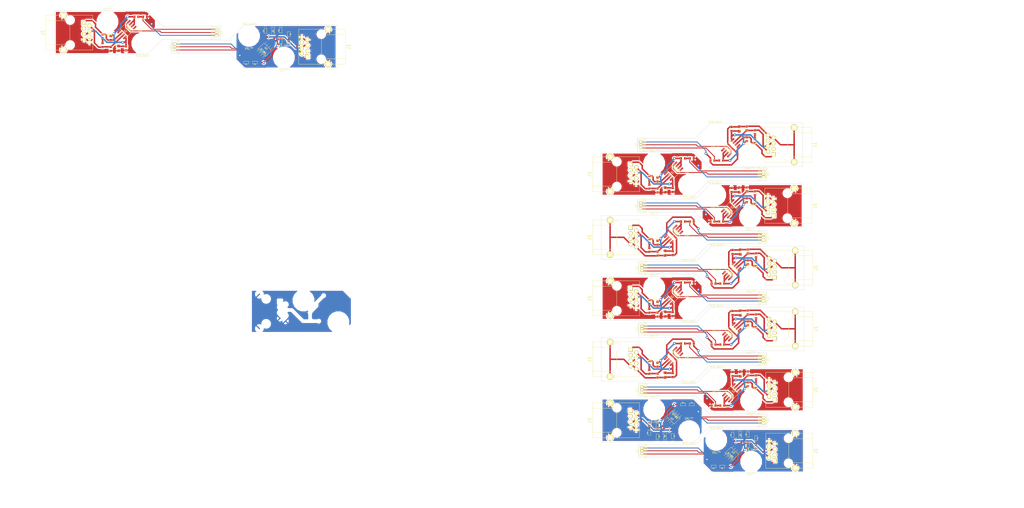
<source format=kicad_pcb>
(kicad_pcb (version 3) (host pcbnew "(2013-may-18)-stable")
  (layers (15 F.Cu signal) (0 B.Cu signal) (18 B.Paste user) (19 F.Paste user) (20 B.SilkS user) (21 F.SilkS user) (22 B.Mask user) (23 F.Mask user) (28 Edge.Cuts user))
  (net 0 "")
  (net 1 /za)
  (net 2 /zb)
  (net 3 GND)
  (net 4 N-0000010)
  (net 5 N-000003)
  (net 6 N-000007)
  (net 7 VCC)
  (module Tsic_TO92 (layer F.Cu) (at 87 -43.5 270)
    (fp_text reference U1 (at 0 4.064 270) (layer F.SilkS))
    (fp_text value TSIC50XF (at 0 0 270) (layer F.SilkS))
    (pad 2 thru_hole oval (at 0 1.912 270) (size 1 1.7) (drill 0.6) (layers *.Cu *.Mask F.SilkS) (net 6 N-000007))
    (pad 1 thru_hole trapezoid (at -1.27 1.912 270) (size 1 1.7) (drill 0.6) (layers *.Cu *.Mask F.SilkS) (net 3 GND))
    (pad 3 thru_hole oval (at 1.27 1.912 270) (size 1 1.7) (drill 0.6) (layers *.Cu *.Mask F.SilkS) (net 4 N-0000010))
  )
  (module m3_loch (layer F.Cu) (at 119.25 -48.5)
    (fp_text reference m3_loch (at 0 -5.588) (layer F.SilkS))
    (fp_text value VAL** (at 0 5.842) (layer F.SilkS))
    (pad "" np_thru_hole circle (at 0 0) (size 3.4 3.4) (drill 3.4) (layers *.Cu *.Mask F.SilkS) (clearance 3.3))
  )
  (module m3_loch (layer F.Cu) (at 135.25 -38.5)
    (fp_text reference m3_loch (at 0 -5.588) (layer F.SilkS))
    (fp_text value VAL** (at 0 5.842) (layer F.SilkS))
    (pad "" np_thru_hole circle (at 0 0) (size 3.4 3.4) (drill 3.4) (layers *.Cu *.Mask F.SilkS) (clearance 3.3))
  )
  (module SM0603_big (layer F.Cu) (at 126.75 -50.75 90)
    (fp_text reference C2 (at 0 -0.8 90) (layer F.SilkS) (effects (font (size 0.508 0.4572) (thickness 0.1143))))
    (fp_text value 100nF hide)
    (pad 1 smd rect (at -0.945 0 90) (size 1 1.143) (layers F.Cu F.Paste F.Mask) (net 7 VCC))
    (pad 2 smd rect (at 0.945 0 90) (size 1 1.143) (layers F.Cu F.Paste F.Mask) (net 3 GND))
  )
  (module SM0603_big (layer F.Cu) (at 133.75 -51 90)
    (fp_text reference R3 (at 0 -0.8 90) (layer F.SilkS) (effects (font (size 0.508 0.4572) (thickness 0.1143))))
    (fp_text value 22k hide)
    (pad 1 smd rect (at -0.945 0 90) (size 1 1.143) (layers F.Cu F.Paste F.Mask) (net 2 /zb))
    (pad 2 smd rect (at 0.945 0 90) (size 1 1.143) (layers F.Cu F.Paste F.Mask) (net 3 GND))
  )
  (module SM0603_big (layer F.Cu) (at 133.75 -46 90)
    (fp_text reference R2 (at 0 -0.8 90) (layer F.SilkS) (effects (font (size 0.508 0.4572) (thickness 0.1143))))
    (fp_text value 22k hide)
    (pad 1 smd rect (at -0.945 0 90) (size 1 1.143) (layers F.Cu F.Paste F.Mask) (net 7 VCC))
    (pad 2 smd rect (at 0.945 0 90) (size 1 1.143) (layers F.Cu F.Paste F.Mask) (net 1 /za))
  )
  (module SM0603_big (layer F.Cu) (at 137.5 -45.25 90)
    (fp_text reference C4 (at 0 -0.8 90) (layer F.SilkS) (effects (font (size 0.508 0.4572) (thickness 0.1143))))
    (fp_text value 100nF hide)
    (pad 1 smd rect (at -0.945 0 90) (size 1 1.143) (layers F.Cu F.Paste F.Mask) (net 1 /za))
    (pad 2 smd rect (at 0.945 0 90) (size 1 1.143) (layers F.Cu F.Paste F.Mask) (net 5 N-000003))
  )
  (module SM0603_big (layer F.Cu) (at 122 -36.25 180)
    (fp_text reference R1 (at 0 -0.8 180) (layer F.SilkS) (effects (font (size 0.508 0.4572) (thickness 0.1143))))
    (fp_text value 220 hide)
    (pad 1 smd rect (at -0.945 0 180) (size 1 1.143) (layers F.Cu F.Paste F.Mask) (net 7 VCC))
    (pad 2 smd rect (at 0.945 0 180) (size 1 1.143) (layers F.Cu F.Paste F.Mask) (net 4 N-0000010))
  )
  (module SM0603_big (layer F.Cu) (at 118 -36.25 180)
    (fp_text reference C1 (at 0 -0.8 180) (layer F.SilkS) (effects (font (size 0.508 0.4572) (thickness 0.1143))))
    (fp_text value 100nF hide)
    (pad 1 smd rect (at -0.945 0 180) (size 1 1.143) (layers F.Cu F.Paste F.Mask) (net 4 N-0000010))
    (pad 2 smd rect (at 0.945 0 180) (size 1 1.143) (layers F.Cu F.Paste F.Mask) (net 3 GND))
  )
  (module SM0603_big (layer F.Cu) (at 137.5 -49.25 270)
    (fp_text reference R4 (at 0 -0.8 270) (layer F.SilkS) (effects (font (size 0.508 0.4572) (thickness 0.1143))))
    (fp_text value 120 hide)
    (pad 1 smd rect (at -0.945 0 270) (size 1 1.143) (layers F.Cu F.Paste F.Mask) (net 2 /zb))
    (pad 2 smd rect (at 0.945 0 270) (size 1 1.143) (layers F.Cu F.Paste F.Mask) (net 5 N-000003))
  )
  (module SM0805_big (layer F.Cu) (at 130.25 -50.75 90)
    (fp_text reference C3 (at 0 -0.3175 90) (layer F.SilkS) (effects (font (size 0.50038 0.50038) (thickness 0.10922))))
    (fp_text value 10uF (at 0 0.381 90) (layer F.SilkS) (effects (font (size 0.50038 0.50038) (thickness 0.10922))))
    (pad 1 smd rect (at -1.108 0 90) (size 1.2 1.397) (layers F.Cu F.Paste F.Mask) (net 7 VCC))
    (pad 2 smd rect (at 1.108 0 90) (size 1.2 1.397) (layers F.Cu F.Paste F.Mask) (net 3 GND))
  )
  (module st485 (layer F.Cu) (at 127.75 -43.5 315)
    (fp_text reference U2 (at 0 1 315) (layer F.SilkS) (effects (font (size 0.7493 0.7493) (thickness 0.14986))))
    (fp_text value ST485 (at 0 2.8 315) (layer F.SilkS) (effects (font (size 0.7493 0.7493) (thickness 0.14986))))
    (pad 1 smd rect (at -1.908 5.1 315) (size 0.75 2) (layers F.Cu F.Paste F.Mask))
    (pad 2 smd rect (at -0.638 5.1 315) (size 0.75 2) (layers F.Cu F.Paste F.Mask) (net 7 VCC))
    (pad 3 smd rect (at 0.632 5.1 315) (size 0.75 2) (layers F.Cu F.Paste F.Mask) (net 7 VCC))
    (pad 4 smd rect (at 1.902 5.1 315) (size 0.75 2) (layers F.Cu F.Paste F.Mask) (net 6 N-000007))
    (pad 5 smd rect (at 1.902 -1.2 315) (size 0.75 2) (layers F.Cu F.Paste F.Mask) (net 3 GND))
    (pad 6 smd rect (at 0.632 -1.2 315) (size 0.75 2) (layers F.Cu F.Paste F.Mask) (net 1 /za))
    (pad 7 smd rect (at -0.638 -1.2 315) (size 0.75 2) (layers F.Cu F.Paste F.Mask) (net 2 /zb))
    (pad 8 smd rect (at -1.908 -1.2 315) (size 0.75 2) (layers F.Cu F.Paste F.Mask) (net 7 VCC))
  )
  (module RJ45_8P8_simple (layer F.Cu) (at 143.5 -43.5 270)
    (fp_text reference J1 (at 0 -21.5 270) (layer F.SilkS) (effects (font (size 1.524 1.524) (thickness 0.3048))))
    (fp_text value RJ45 (at 0.14224 -0.1016 270) (layer F.SilkS) (effects (font (size 1.00076 1.00076) (thickness 0.2032))))
    (pad "" np_thru_hole circle (at -5.715 -8.9 90) (size 3.4 3.4) (drill 3.4) (layers *.Cu *.SilkS *.Mask))
    (pad "" np_thru_hole circle (at 5.715 -8.9 90) (size 3.4 3.4) (drill 3.4) (layers *.Cu *.SilkS *.Mask))
    (pad 1 thru_hole rect (at 4.445 -2.54 90) (size 1.9 1.9) (drill 0.8) (layers *.Cu *.Mask F.SilkS) (net 1 /za))
    (pad 2 thru_hole circle (at 3.175 0 90) (size 1.9 1.9) (drill 0.8) (layers *.Cu *.Mask F.SilkS) (net 2 /zb))
    (pad 3 thru_hole circle (at 1.905 -2.54 90) (size 1.9 1.9) (drill 0.8) (layers *.Cu *.Mask F.SilkS))
    (pad 4 thru_hole circle (at 0.63 0 90) (size 1.9 1.9) (drill 0.8) (layers *.Cu *.Mask F.SilkS) (net 7 VCC))
    (pad 5 thru_hole circle (at -0.635 -2.54 90) (size 1.9 1.9) (drill 0.8) (layers *.Cu *.Mask F.SilkS) (net 7 VCC))
    (pad 6 thru_hole circle (at -1.905 0 90) (size 1.9 1.9) (drill 0.8) (layers *.Cu *.Mask F.SilkS))
    (pad 7 thru_hole circle (at -3.175 -2.54 90) (size 1.9 1.9) (drill 0.8) (layers *.Cu *.Mask F.SilkS) (net 3 GND))
    (pad 8 thru_hole circle (at -4.445 0 90) (size 1.9 1.9) (drill 0.8) (layers *.Cu *.Mask F.SilkS) (net 3 GND))
    (pad 9 thru_hole circle (at 7.9 -12 90) (size 3 3) (drill 1.6) (layers *.Cu *.Mask F.SilkS) (net 3 GND))
    (pad 9 thru_hole circle (at -7.9 -12 90) (size 3 3) (drill 1.6) (layers *.Cu *.Mask F.SilkS) (net 3 GND))
  )
  (module RJ45_8P8_simple (layer F.Cu) (at 83 -30 90)
    (fp_text reference J1 (at 0 -21.5 90) (layer F.SilkS) (effects (font (size 1.524 1.524) (thickness 0.3048))))
    (fp_text value RJ45 (at 0.14224 -0.1016 90) (layer F.SilkS) (effects (font (size 1.00076 1.00076) (thickness 0.2032))))
    (pad "" np_thru_hole circle (at -5.715 -8.9 270) (size 3.4 3.4) (drill 3.4) (layers *.Cu *.SilkS *.Mask))
    (pad "" np_thru_hole circle (at 5.715 -8.9 270) (size 3.4 3.4) (drill 3.4) (layers *.Cu *.SilkS *.Mask))
    (pad 1 thru_hole rect (at 4.445 -2.54 270) (size 1.9 1.9) (drill 0.8) (layers *.Cu *.Mask F.SilkS) (net 1 /za))
    (pad 2 thru_hole circle (at 3.175 0 270) (size 1.9 1.9) (drill 0.8) (layers *.Cu *.Mask F.SilkS) (net 2 /zb))
    (pad 3 thru_hole circle (at 1.905 -2.54 270) (size 1.9 1.9) (drill 0.8) (layers *.Cu *.Mask F.SilkS))
    (pad 4 thru_hole circle (at 0.63 0 270) (size 1.9 1.9) (drill 0.8) (layers *.Cu *.Mask F.SilkS) (net 7 VCC))
    (pad 5 thru_hole circle (at -0.635 -2.54 270) (size 1.9 1.9) (drill 0.8) (layers *.Cu *.Mask F.SilkS) (net 7 VCC))
    (pad 6 thru_hole circle (at -1.905 0 270) (size 1.9 1.9) (drill 0.8) (layers *.Cu *.Mask F.SilkS))
    (pad 7 thru_hole circle (at -3.175 -2.54 270) (size 1.9 1.9) (drill 0.8) (layers *.Cu *.Mask F.SilkS) (net 3 GND))
    (pad 8 thru_hole circle (at -4.445 0 270) (size 1.9 1.9) (drill 0.8) (layers *.Cu *.Mask F.SilkS) (net 3 GND))
    (pad 9 thru_hole circle (at 7.9 -12 270) (size 3 3) (drill 1.6) (layers *.Cu *.Mask F.SilkS) (net 3 GND))
    (pad 9 thru_hole circle (at -7.9 -12 270) (size 3 3) (drill 1.6) (layers *.Cu *.Mask F.SilkS) (net 3 GND))
  )
  (module st485 (layer F.Cu) (at 98.75 -30 135)
    (fp_text reference U2 (at 0 1 135) (layer F.SilkS) (effects (font (size 0.7493 0.7493) (thickness 0.14986))))
    (fp_text value ST485 (at 0 2.8 135) (layer F.SilkS) (effects (font (size 0.7493 0.7493) (thickness 0.14986))))
    (pad 1 smd rect (at -1.908 5.1 135) (size 0.75 2) (layers F.Cu F.Paste F.Mask))
    (pad 2 smd rect (at -0.638 5.1 135) (size 0.75 2) (layers F.Cu F.Paste F.Mask) (net 7 VCC))
    (pad 3 smd rect (at 0.632 5.1 135) (size 0.75 2) (layers F.Cu F.Paste F.Mask) (net 7 VCC))
    (pad 4 smd rect (at 1.902 5.1 135) (size 0.75 2) (layers F.Cu F.Paste F.Mask) (net 6 N-000007))
    (pad 5 smd rect (at 1.902 -1.2 135) (size 0.75 2) (layers F.Cu F.Paste F.Mask) (net 3 GND))
    (pad 6 smd rect (at 0.632 -1.2 135) (size 0.75 2) (layers F.Cu F.Paste F.Mask) (net 1 /za))
    (pad 7 smd rect (at -0.638 -1.2 135) (size 0.75 2) (layers F.Cu F.Paste F.Mask) (net 2 /zb))
    (pad 8 smd rect (at -1.908 -1.2 135) (size 0.75 2) (layers F.Cu F.Paste F.Mask) (net 7 VCC))
  )
  (module SM0805_big (layer F.Cu) (at 96.25 -22.75 270)
    (fp_text reference C3 (at 0 -0.3175 270) (layer F.SilkS) (effects (font (size 0.50038 0.50038) (thickness 0.10922))))
    (fp_text value 10uF (at 0 0.381 270) (layer F.SilkS) (effects (font (size 0.50038 0.50038) (thickness 0.10922))))
    (pad 1 smd rect (at -1.108 0 270) (size 1.2 1.397) (layers F.Cu F.Paste F.Mask) (net 7 VCC))
    (pad 2 smd rect (at 1.108 0 270) (size 1.2 1.397) (layers F.Cu F.Paste F.Mask) (net 3 GND))
  )
  (module SM0603_big (layer F.Cu) (at 89 -24.25 90)
    (fp_text reference R4 (at 0 -0.8 90) (layer F.SilkS) (effects (font (size 0.508 0.4572) (thickness 0.1143))))
    (fp_text value 120 hide)
    (pad 1 smd rect (at -0.945 0 90) (size 1 1.143) (layers F.Cu F.Paste F.Mask) (net 2 /zb))
    (pad 2 smd rect (at 0.945 0 90) (size 1 1.143) (layers F.Cu F.Paste F.Mask) (net 5 N-000003))
  )
  (module SM0603_big (layer F.Cu) (at 108.5 -37.25)
    (fp_text reference C1 (at 0 -0.8) (layer F.SilkS) (effects (font (size 0.508 0.4572) (thickness 0.1143))))
    (fp_text value 100nF hide)
    (pad 1 smd rect (at -0.945 0) (size 1 1.143) (layers F.Cu F.Paste F.Mask) (net 4 N-0000010))
    (pad 2 smd rect (at 0.945 0) (size 1 1.143) (layers F.Cu F.Paste F.Mask) (net 3 GND))
  )
  (module SM0603_big (layer F.Cu) (at 104.5 -37.25)
    (fp_text reference R1 (at 0 -0.8) (layer F.SilkS) (effects (font (size 0.508 0.4572) (thickness 0.1143))))
    (fp_text value 220 hide)
    (pad 1 smd rect (at -0.945 0) (size 1 1.143) (layers F.Cu F.Paste F.Mask) (net 7 VCC))
    (pad 2 smd rect (at 0.945 0) (size 1 1.143) (layers F.Cu F.Paste F.Mask) (net 4 N-0000010))
  )
  (module SM0603_big (layer F.Cu) (at 89 -28.25 270)
    (fp_text reference C4 (at 0 -0.8 270) (layer F.SilkS) (effects (font (size 0.508 0.4572) (thickness 0.1143))))
    (fp_text value 100nF hide)
    (pad 1 smd rect (at -0.945 0 270) (size 1 1.143) (layers F.Cu F.Paste F.Mask) (net 1 /za))
    (pad 2 smd rect (at 0.945 0 270) (size 1 1.143) (layers F.Cu F.Paste F.Mask) (net 5 N-000003))
  )
  (module SM0603_big (layer F.Cu) (at 92.75 -27.5 270)
    (fp_text reference R2 (at 0 -0.8 270) (layer F.SilkS) (effects (font (size 0.508 0.4572) (thickness 0.1143))))
    (fp_text value 22k hide)
    (pad 1 smd rect (at -0.945 0 270) (size 1 1.143) (layers F.Cu F.Paste F.Mask) (net 7 VCC))
    (pad 2 smd rect (at 0.945 0 270) (size 1 1.143) (layers F.Cu F.Paste F.Mask) (net 1 /za))
  )
  (module SM0603_big (layer F.Cu) (at 92.75 -22.5 270)
    (fp_text reference R3 (at 0 -0.8 270) (layer F.SilkS) (effects (font (size 0.508 0.4572) (thickness 0.1143))))
    (fp_text value 22k hide)
    (pad 1 smd rect (at -0.945 0 270) (size 1 1.143) (layers F.Cu F.Paste F.Mask) (net 2 /zb))
    (pad 2 smd rect (at 0.945 0 270) (size 1 1.143) (layers F.Cu F.Paste F.Mask) (net 3 GND))
  )
  (module SM0603_big (layer F.Cu) (at 99.75 -22.75 270)
    (fp_text reference C2 (at 0 -0.8 270) (layer F.SilkS) (effects (font (size 0.508 0.4572) (thickness 0.1143))))
    (fp_text value 100nF hide)
    (pad 1 smd rect (at -0.945 0 270) (size 1 1.143) (layers F.Cu F.Paste F.Mask) (net 7 VCC))
    (pad 2 smd rect (at 0.945 0 270) (size 1 1.143) (layers F.Cu F.Paste F.Mask) (net 3 GND))
  )
  (module m3_loch (layer F.Cu) (at 91.25 -35 180)
    (fp_text reference m3_loch (at 0 -5.588 180) (layer F.SilkS))
    (fp_text value VAL** (at 0 5.842 180) (layer F.SilkS))
    (pad "" np_thru_hole circle (at 0 0 180) (size 3.4 3.4) (drill 3.4) (layers *.Cu *.Mask F.SilkS) (clearance 3.3))
  )
  (module m3_loch (layer F.Cu) (at 107.25 -25 180)
    (fp_text reference m3_loch (at 0 -5.588 180) (layer F.SilkS))
    (fp_text value VAL** (at 0 5.842 180) (layer F.SilkS))
    (pad "" np_thru_hole circle (at 0 0 180) (size 3.4 3.4) (drill 3.4) (layers *.Cu *.Mask F.SilkS) (clearance 3.3))
  )
  (module Tsic_TO92 (layer F.Cu) (at 139.5 -30 90)
    (fp_text reference U1 (at 0 4.064 90) (layer F.SilkS))
    (fp_text value TSIC50XF (at 0 0 90) (layer F.SilkS))
    (pad 2 thru_hole oval (at 0 1.912 90) (size 1 1.7) (drill 0.6) (layers *.Cu *.Mask F.SilkS) (net 6 N-000007))
    (pad 1 thru_hole trapezoid (at -1.27 1.912 90) (size 1 1.7) (drill 0.6) (layers *.Cu *.Mask F.SilkS) (net 3 GND))
    (pad 3 thru_hole oval (at 1.27 1.912 90) (size 1 1.7) (drill 0.6) (layers *.Cu *.Mask F.SilkS) (net 4 N-0000010))
  )
  (module Tsic_TO92 (layer F.Cu) (at 87 -15.5 270)
    (fp_text reference U1 (at 0 4.064 270) (layer F.SilkS))
    (fp_text value TSIC50XF (at 0 0 270) (layer F.SilkS))
    (pad 2 thru_hole oval (at 0 1.912 270) (size 1 1.7) (drill 0.6) (layers *.Cu *.Mask F.SilkS) (net 6 N-000007))
    (pad 1 thru_hole trapezoid (at -1.27 1.912 270) (size 1 1.7) (drill 0.6) (layers *.Cu *.Mask F.SilkS) (net 3 GND))
    (pad 3 thru_hole oval (at 1.27 1.912 270) (size 1 1.7) (drill 0.6) (layers *.Cu *.Mask F.SilkS) (net 4 N-0000010))
  )
  (module m3_loch (layer F.Cu) (at 119.25 -20.5)
    (fp_text reference m3_loch (at 0 -5.588) (layer F.SilkS))
    (fp_text value VAL** (at 0 5.842) (layer F.SilkS))
    (pad "" np_thru_hole circle (at 0 0) (size 3.4 3.4) (drill 3.4) (layers *.Cu *.Mask F.SilkS) (clearance 3.3))
  )
  (module m3_loch (layer F.Cu) (at 135.25 -10.5)
    (fp_text reference m3_loch (at 0 -5.588) (layer F.SilkS))
    (fp_text value VAL** (at 0 5.842) (layer F.SilkS))
    (pad "" np_thru_hole circle (at 0 0) (size 3.4 3.4) (drill 3.4) (layers *.Cu *.Mask F.SilkS) (clearance 3.3))
  )
  (module SM0603_big (layer F.Cu) (at 126.75 -22.75 90)
    (fp_text reference C2 (at 0 -0.8 90) (layer F.SilkS) (effects (font (size 0.508 0.4572) (thickness 0.1143))))
    (fp_text value 100nF hide)
    (pad 1 smd rect (at -0.945 0 90) (size 1 1.143) (layers F.Cu F.Paste F.Mask) (net 7 VCC))
    (pad 2 smd rect (at 0.945 0 90) (size 1 1.143) (layers F.Cu F.Paste F.Mask) (net 3 GND))
  )
  (module SM0603_big (layer F.Cu) (at 133.75 -23 90)
    (fp_text reference R3 (at 0 -0.8 90) (layer F.SilkS) (effects (font (size 0.508 0.4572) (thickness 0.1143))))
    (fp_text value 22k hide)
    (pad 1 smd rect (at -0.945 0 90) (size 1 1.143) (layers F.Cu F.Paste F.Mask) (net 2 /zb))
    (pad 2 smd rect (at 0.945 0 90) (size 1 1.143) (layers F.Cu F.Paste F.Mask) (net 3 GND))
  )
  (module SM0603_big (layer F.Cu) (at 133.75 -18 90)
    (fp_text reference R2 (at 0 -0.8 90) (layer F.SilkS) (effects (font (size 0.508 0.4572) (thickness 0.1143))))
    (fp_text value 22k hide)
    (pad 1 smd rect (at -0.945 0 90) (size 1 1.143) (layers F.Cu F.Paste F.Mask) (net 7 VCC))
    (pad 2 smd rect (at 0.945 0 90) (size 1 1.143) (layers F.Cu F.Paste F.Mask) (net 1 /za))
  )
  (module SM0603_big (layer F.Cu) (at 137.5 -17.25 90)
    (fp_text reference C4 (at 0 -0.8 90) (layer F.SilkS) (effects (font (size 0.508 0.4572) (thickness 0.1143))))
    (fp_text value 100nF hide)
    (pad 1 smd rect (at -0.945 0 90) (size 1 1.143) (layers F.Cu F.Paste F.Mask) (net 1 /za))
    (pad 2 smd rect (at 0.945 0 90) (size 1 1.143) (layers F.Cu F.Paste F.Mask) (net 5 N-000003))
  )
  (module SM0603_big (layer F.Cu) (at 122 -8.25 180)
    (fp_text reference R1 (at 0 -0.8 180) (layer F.SilkS) (effects (font (size 0.508 0.4572) (thickness 0.1143))))
    (fp_text value 220 hide)
    (pad 1 smd rect (at -0.945 0 180) (size 1 1.143) (layers F.Cu F.Paste F.Mask) (net 7 VCC))
    (pad 2 smd rect (at 0.945 0 180) (size 1 1.143) (layers F.Cu F.Paste F.Mask) (net 4 N-0000010))
  )
  (module SM0603_big (layer F.Cu) (at 118 -8.25 180)
    (fp_text reference C1 (at 0 -0.8 180) (layer F.SilkS) (effects (font (size 0.508 0.4572) (thickness 0.1143))))
    (fp_text value 100nF hide)
    (pad 1 smd rect (at -0.945 0 180) (size 1 1.143) (layers F.Cu F.Paste F.Mask) (net 4 N-0000010))
    (pad 2 smd rect (at 0.945 0 180) (size 1 1.143) (layers F.Cu F.Paste F.Mask) (net 3 GND))
  )
  (module SM0603_big (layer F.Cu) (at 137.5 -21.25 270)
    (fp_text reference R4 (at 0 -0.8 270) (layer F.SilkS) (effects (font (size 0.508 0.4572) (thickness 0.1143))))
    (fp_text value 120 hide)
    (pad 1 smd rect (at -0.945 0 270) (size 1 1.143) (layers F.Cu F.Paste F.Mask) (net 2 /zb))
    (pad 2 smd rect (at 0.945 0 270) (size 1 1.143) (layers F.Cu F.Paste F.Mask) (net 5 N-000003))
  )
  (module SM0805_big (layer F.Cu) (at 130.25 -22.75 90)
    (fp_text reference C3 (at 0 -0.3175 90) (layer F.SilkS) (effects (font (size 0.50038 0.50038) (thickness 0.10922))))
    (fp_text value 10uF (at 0 0.381 90) (layer F.SilkS) (effects (font (size 0.50038 0.50038) (thickness 0.10922))))
    (pad 1 smd rect (at -1.108 0 90) (size 1.2 1.397) (layers F.Cu F.Paste F.Mask) (net 7 VCC))
    (pad 2 smd rect (at 1.108 0 90) (size 1.2 1.397) (layers F.Cu F.Paste F.Mask) (net 3 GND))
  )
  (module st485 (layer F.Cu) (at 127.75 -15.5 315)
    (fp_text reference U2 (at 0 1 315) (layer F.SilkS) (effects (font (size 0.7493 0.7493) (thickness 0.14986))))
    (fp_text value ST485 (at 0 2.8 315) (layer F.SilkS) (effects (font (size 0.7493 0.7493) (thickness 0.14986))))
    (pad 1 smd rect (at -1.908 5.1 315) (size 0.75 2) (layers F.Cu F.Paste F.Mask))
    (pad 2 smd rect (at -0.638 5.1 315) (size 0.75 2) (layers F.Cu F.Paste F.Mask) (net 7 VCC))
    (pad 3 smd rect (at 0.632 5.1 315) (size 0.75 2) (layers F.Cu F.Paste F.Mask) (net 7 VCC))
    (pad 4 smd rect (at 1.902 5.1 315) (size 0.75 2) (layers F.Cu F.Paste F.Mask) (net 6 N-000007))
    (pad 5 smd rect (at 1.902 -1.2 315) (size 0.75 2) (layers F.Cu F.Paste F.Mask) (net 3 GND))
    (pad 6 smd rect (at 0.632 -1.2 315) (size 0.75 2) (layers F.Cu F.Paste F.Mask) (net 1 /za))
    (pad 7 smd rect (at -0.638 -1.2 315) (size 0.75 2) (layers F.Cu F.Paste F.Mask) (net 2 /zb))
    (pad 8 smd rect (at -1.908 -1.2 315) (size 0.75 2) (layers F.Cu F.Paste F.Mask) (net 7 VCC))
  )
  (module RJ45_8P8_simple (layer F.Cu) (at 143.5 -15.5 270)
    (fp_text reference J1 (at 0 -21.5 270) (layer F.SilkS) (effects (font (size 1.524 1.524) (thickness 0.3048))))
    (fp_text value RJ45 (at 0.14224 -0.1016 270) (layer F.SilkS) (effects (font (size 1.00076 1.00076) (thickness 0.2032))))
    (pad "" np_thru_hole circle (at -5.715 -8.9 90) (size 3.4 3.4) (drill 3.4) (layers *.Cu *.SilkS *.Mask))
    (pad "" np_thru_hole circle (at 5.715 -8.9 90) (size 3.4 3.4) (drill 3.4) (layers *.Cu *.SilkS *.Mask))
    (pad 1 thru_hole rect (at 4.445 -2.54 90) (size 1.9 1.9) (drill 0.8) (layers *.Cu *.Mask F.SilkS) (net 1 /za))
    (pad 2 thru_hole circle (at 3.175 0 90) (size 1.9 1.9) (drill 0.8) (layers *.Cu *.Mask F.SilkS) (net 2 /zb))
    (pad 3 thru_hole circle (at 1.905 -2.54 90) (size 1.9 1.9) (drill 0.8) (layers *.Cu *.Mask F.SilkS))
    (pad 4 thru_hole circle (at 0.63 0 90) (size 1.9 1.9) (drill 0.8) (layers *.Cu *.Mask F.SilkS) (net 7 VCC))
    (pad 5 thru_hole circle (at -0.635 -2.54 90) (size 1.9 1.9) (drill 0.8) (layers *.Cu *.Mask F.SilkS) (net 7 VCC))
    (pad 6 thru_hole circle (at -1.905 0 90) (size 1.9 1.9) (drill 0.8) (layers *.Cu *.Mask F.SilkS))
    (pad 7 thru_hole circle (at -3.175 -2.54 90) (size 1.9 1.9) (drill 0.8) (layers *.Cu *.Mask F.SilkS) (net 3 GND))
    (pad 8 thru_hole circle (at -4.445 0 90) (size 1.9 1.9) (drill 0.8) (layers *.Cu *.Mask F.SilkS) (net 3 GND))
    (pad 9 thru_hole circle (at 7.9 -12 90) (size 3 3) (drill 1.6) (layers *.Cu *.Mask F.SilkS) (net 3 GND))
    (pad 9 thru_hole circle (at -7.9 -12 90) (size 3 3) (drill 1.6) (layers *.Cu *.Mask F.SilkS) (net 3 GND))
  )
  (module RJ45_8P8_simple (layer F.Cu) (at -70.5 -88.5 270)
    (fp_text reference J1 (at 0 -21.5 270) (layer F.SilkS) (effects (font (size 1.524 1.524) (thickness 0.3048))))
    (fp_text value RJ45 (at 0.14224 -0.1016 270) (layer F.SilkS) (effects (font (size 1.00076 1.00076) (thickness 0.2032))))
    (pad "" np_thru_hole circle (at -5.715 -8.9 90) (size 3.4 3.4) (drill 3.4) (layers *.Cu *.SilkS *.Mask))
    (pad "" np_thru_hole circle (at 5.715 -8.9 90) (size 3.4 3.4) (drill 3.4) (layers *.Cu *.SilkS *.Mask))
    (pad 1 thru_hole rect (at 4.445 -2.54 90) (size 1.9 1.9) (drill 0.8) (layers *.Cu *.Mask F.SilkS) (net 1 /za))
    (pad 2 thru_hole circle (at 3.175 0 90) (size 1.9 1.9) (drill 0.8) (layers *.Cu *.Mask F.SilkS) (net 2 /zb))
    (pad 3 thru_hole circle (at 1.905 -2.54 90) (size 1.9 1.9) (drill 0.8) (layers *.Cu *.Mask F.SilkS))
    (pad 4 thru_hole circle (at 0.63 0 90) (size 1.9 1.9) (drill 0.8) (layers *.Cu *.Mask F.SilkS) (net 7 VCC))
    (pad 5 thru_hole circle (at -0.635 -2.54 90) (size 1.9 1.9) (drill 0.8) (layers *.Cu *.Mask F.SilkS) (net 7 VCC))
    (pad 6 thru_hole circle (at -1.905 0 90) (size 1.9 1.9) (drill 0.8) (layers *.Cu *.Mask F.SilkS))
    (pad 7 thru_hole circle (at -3.175 -2.54 90) (size 1.9 1.9) (drill 0.8) (layers *.Cu *.Mask F.SilkS) (net 3 GND))
    (pad 8 thru_hole circle (at -4.445 0 90) (size 1.9 1.9) (drill 0.8) (layers *.Cu *.Mask F.SilkS) (net 3 GND))
    (pad 9 thru_hole circle (at 7.9 -12 90) (size 3 3) (drill 1.6) (layers *.Cu *.Mask F.SilkS) (net 3 GND))
    (pad 9 thru_hole circle (at -7.9 -12 90) (size 3 3) (drill 1.6) (layers *.Cu *.Mask F.SilkS) (net 3 GND))
  )
  (module st485 (layer F.Cu) (at -86.25 -88.5 315)
    (fp_text reference U2 (at 0 1 315) (layer F.SilkS) (effects (font (size 0.7493 0.7493) (thickness 0.14986))))
    (fp_text value ST485 (at 0 2.8 315) (layer F.SilkS) (effects (font (size 0.7493 0.7493) (thickness 0.14986))))
    (pad 1 smd rect (at -1.908 5.1 315) (size 0.75 2) (layers F.Cu F.Paste F.Mask))
    (pad 2 smd rect (at -0.638 5.1 315) (size 0.75 2) (layers F.Cu F.Paste F.Mask) (net 7 VCC))
    (pad 3 smd rect (at 0.632 5.1 315) (size 0.75 2) (layers F.Cu F.Paste F.Mask) (net 7 VCC))
    (pad 4 smd rect (at 1.902 5.1 315) (size 0.75 2) (layers F.Cu F.Paste F.Mask) (net 6 N-000007))
    (pad 5 smd rect (at 1.902 -1.2 315) (size 0.75 2) (layers F.Cu F.Paste F.Mask) (net 3 GND))
    (pad 6 smd rect (at 0.632 -1.2 315) (size 0.75 2) (layers F.Cu F.Paste F.Mask) (net 1 /za))
    (pad 7 smd rect (at -0.638 -1.2 315) (size 0.75 2) (layers F.Cu F.Paste F.Mask) (net 2 /zb))
    (pad 8 smd rect (at -1.908 -1.2 315) (size 0.75 2) (layers F.Cu F.Paste F.Mask) (net 7 VCC))
  )
  (module SM0805_big (layer F.Cu) (at -83.75 -95.75 90)
    (fp_text reference C3 (at 0 -0.3175 90) (layer F.SilkS) (effects (font (size 0.50038 0.50038) (thickness 0.10922))))
    (fp_text value 10uF (at 0 0.381 90) (layer F.SilkS) (effects (font (size 0.50038 0.50038) (thickness 0.10922))))
    (pad 1 smd rect (at -1.108 0 90) (size 1.2 1.397) (layers F.Cu F.Paste F.Mask) (net 7 VCC))
    (pad 2 smd rect (at 1.108 0 90) (size 1.2 1.397) (layers F.Cu F.Paste F.Mask) (net 3 GND))
  )
  (module SM0603_big (layer F.Cu) (at -76.5 -94.25 270)
    (fp_text reference R4 (at 0 -0.8 270) (layer F.SilkS) (effects (font (size 0.508 0.4572) (thickness 0.1143))))
    (fp_text value 120 hide)
    (pad 1 smd rect (at -0.945 0 270) (size 1 1.143) (layers F.Cu F.Paste F.Mask) (net 2 /zb))
    (pad 2 smd rect (at 0.945 0 270) (size 1 1.143) (layers F.Cu F.Paste F.Mask) (net 5 N-000003))
  )
  (module SM0603_big (layer F.Cu) (at -96 -81.25 180)
    (fp_text reference C1 (at 0 -0.8 180) (layer F.SilkS) (effects (font (size 0.508 0.4572) (thickness 0.1143))))
    (fp_text value 100nF hide)
    (pad 1 smd rect (at -0.945 0 180) (size 1 1.143) (layers F.Cu F.Paste F.Mask) (net 4 N-0000010))
    (pad 2 smd rect (at 0.945 0 180) (size 1 1.143) (layers F.Cu F.Paste F.Mask) (net 3 GND))
  )
  (module SM0603_big (layer F.Cu) (at -92 -81.25 180)
    (fp_text reference R1 (at 0 -0.8 180) (layer F.SilkS) (effects (font (size 0.508 0.4572) (thickness 0.1143))))
    (fp_text value 220 hide)
    (pad 1 smd rect (at -0.945 0 180) (size 1 1.143) (layers F.Cu F.Paste F.Mask) (net 7 VCC))
    (pad 2 smd rect (at 0.945 0 180) (size 1 1.143) (layers F.Cu F.Paste F.Mask) (net 4 N-0000010))
  )
  (module SM0603_big (layer F.Cu) (at -76.5 -90.25 90)
    (fp_text reference C4 (at 0 -0.8 90) (layer F.SilkS) (effects (font (size 0.508 0.4572) (thickness 0.1143))))
    (fp_text value 100nF hide)
    (pad 1 smd rect (at -0.945 0 90) (size 1 1.143) (layers F.Cu F.Paste F.Mask) (net 1 /za))
    (pad 2 smd rect (at 0.945 0 90) (size 1 1.143) (layers F.Cu F.Paste F.Mask) (net 5 N-000003))
  )
  (module SM0603_big (layer F.Cu) (at -80.25 -91 90)
    (fp_text reference R2 (at 0 -0.8 90) (layer F.SilkS) (effects (font (size 0.508 0.4572) (thickness 0.1143))))
    (fp_text value 22k hide)
    (pad 1 smd rect (at -0.945 0 90) (size 1 1.143) (layers F.Cu F.Paste F.Mask) (net 7 VCC))
    (pad 2 smd rect (at 0.945 0 90) (size 1 1.143) (layers F.Cu F.Paste F.Mask) (net 1 /za))
  )
  (module SM0603_big (layer F.Cu) (at -80.25 -96 90)
    (fp_text reference R3 (at 0 -0.8 90) (layer F.SilkS) (effects (font (size 0.508 0.4572) (thickness 0.1143))))
    (fp_text value 22k hide)
    (pad 1 smd rect (at -0.945 0 90) (size 1 1.143) (layers F.Cu F.Paste F.Mask) (net 2 /zb))
    (pad 2 smd rect (at 0.945 0 90) (size 1 1.143) (layers F.Cu F.Paste F.Mask) (net 3 GND))
  )
  (module SM0603_big (layer F.Cu) (at -87.25 -95.75 90)
    (fp_text reference C2 (at 0 -0.8 90) (layer F.SilkS) (effects (font (size 0.508 0.4572) (thickness 0.1143))))
    (fp_text value 100nF hide)
    (pad 1 smd rect (at -0.945 0 90) (size 1 1.143) (layers F.Cu F.Paste F.Mask) (net 7 VCC))
    (pad 2 smd rect (at 0.945 0 90) (size 1 1.143) (layers F.Cu F.Paste F.Mask) (net 3 GND))
  )
  (module m3_loch (layer F.Cu) (at -78.75 -83.5)
    (fp_text reference m3_loch (at 0 -5.588) (layer F.SilkS))
    (fp_text value VAL** (at 0 5.842) (layer F.SilkS))
    (pad "" np_thru_hole circle (at 0 0) (size 3.4 3.4) (drill 3.4) (layers *.Cu *.Mask F.SilkS) (clearance 3.3))
  )
  (module m3_loch (layer F.Cu) (at -94.75 -93.5)
    (fp_text reference m3_loch (at 0 -5.588) (layer F.SilkS))
    (fp_text value VAL** (at 0 5.842) (layer F.SilkS))
    (pad "" np_thru_hole circle (at 0 0) (size 3.4 3.4) (drill 3.4) (layers *.Cu *.Mask F.SilkS) (clearance 3.3))
  )
  (module Tsic_TO92 (layer F.Cu) (at -127 -88.5 270)
    (fp_text reference U1 (at 0 4.064 270) (layer F.SilkS))
    (fp_text value TSIC50XF (at 0 0 270) (layer F.SilkS))
    (pad 2 thru_hole oval (at 0 1.912 270) (size 1 1.7) (drill 0.6) (layers *.Cu *.Mask F.SilkS) (net 6 N-000007))
    (pad 1 thru_hole trapezoid (at -1.27 1.912 270) (size 1 1.7) (drill 0.6) (layers *.Cu *.Mask F.SilkS) (net 3 GND))
    (pad 3 thru_hole oval (at 1.27 1.912 270) (size 1 1.7) (drill 0.6) (layers *.Cu *.Mask F.SilkS) (net 4 N-0000010))
  )
  (module Tsic_TO92 (layer F.Cu) (at 87.5 41 270)
    (fp_text reference U1 (at 0 4.064 270) (layer F.SilkS))
    (fp_text value TSIC50XF (at 0 0 270) (layer F.SilkS))
    (pad 2 thru_hole oval (at 0 1.912 270) (size 1 1.7) (drill 0.6) (layers *.Cu *.Mask F.SilkS) (net 6 N-000007))
    (pad 1 thru_hole trapezoid (at -1.27 1.912 270) (size 1 1.7) (drill 0.6) (layers *.Cu *.Mask F.SilkS) (net 3 GND))
    (pad 3 thru_hole oval (at 1.27 1.912 270) (size 1 1.7) (drill 0.6) (layers *.Cu *.Mask F.SilkS) (net 4 N-0000010))
  )
  (module m3_loch (layer F.Cu) (at 119.75 36)
    (fp_text reference m3_loch (at 0 -5.588) (layer F.SilkS))
    (fp_text value VAL** (at 0 5.842) (layer F.SilkS))
    (pad "" np_thru_hole circle (at 0 0) (size 3.4 3.4) (drill 3.4) (layers *.Cu *.Mask F.SilkS) (clearance 3.3))
  )
  (module m3_loch (layer F.Cu) (at 135.75 46)
    (fp_text reference m3_loch (at 0 -5.588) (layer F.SilkS))
    (fp_text value VAL** (at 0 5.842) (layer F.SilkS))
    (pad "" np_thru_hole circle (at 0 0) (size 3.4 3.4) (drill 3.4) (layers *.Cu *.Mask F.SilkS) (clearance 3.3))
  )
  (module SM0603_big (layer F.Cu) (at 127.25 33.75 90)
    (fp_text reference C2 (at 0 -0.8 90) (layer F.SilkS) (effects (font (size 0.508 0.4572) (thickness 0.1143))))
    (fp_text value 100nF hide)
    (pad 1 smd rect (at -0.945 0 90) (size 1 1.143) (layers F.Cu F.Paste F.Mask) (net 7 VCC))
    (pad 2 smd rect (at 0.945 0 90) (size 1 1.143) (layers F.Cu F.Paste F.Mask) (net 3 GND))
  )
  (module SM0603_big (layer F.Cu) (at 134.25 33.5 90)
    (fp_text reference R3 (at 0 -0.8 90) (layer F.SilkS) (effects (font (size 0.508 0.4572) (thickness 0.1143))))
    (fp_text value 22k hide)
    (pad 1 smd rect (at -0.945 0 90) (size 1 1.143) (layers F.Cu F.Paste F.Mask) (net 2 /zb))
    (pad 2 smd rect (at 0.945 0 90) (size 1 1.143) (layers F.Cu F.Paste F.Mask) (net 3 GND))
  )
  (module SM0603_big (layer F.Cu) (at 134.25 38.5 90)
    (fp_text reference R2 (at 0 -0.8 90) (layer F.SilkS) (effects (font (size 0.508 0.4572) (thickness 0.1143))))
    (fp_text value 22k hide)
    (pad 1 smd rect (at -0.945 0 90) (size 1 1.143) (layers F.Cu F.Paste F.Mask) (net 7 VCC))
    (pad 2 smd rect (at 0.945 0 90) (size 1 1.143) (layers F.Cu F.Paste F.Mask) (net 1 /za))
  )
  (module SM0603_big (layer F.Cu) (at 138 39.25 90)
    (fp_text reference C4 (at 0 -0.8 90) (layer F.SilkS) (effects (font (size 0.508 0.4572) (thickness 0.1143))))
    (fp_text value 100nF hide)
    (pad 1 smd rect (at -0.945 0 90) (size 1 1.143) (layers F.Cu F.Paste F.Mask) (net 1 /za))
    (pad 2 smd rect (at 0.945 0 90) (size 1 1.143) (layers F.Cu F.Paste F.Mask) (net 5 N-000003))
  )
  (module SM0603_big (layer F.Cu) (at 122.5 48.25 180)
    (fp_text reference R1 (at 0 -0.8 180) (layer F.SilkS) (effects (font (size 0.508 0.4572) (thickness 0.1143))))
    (fp_text value 220 hide)
    (pad 1 smd rect (at -0.945 0 180) (size 1 1.143) (layers F.Cu F.Paste F.Mask) (net 7 VCC))
    (pad 2 smd rect (at 0.945 0 180) (size 1 1.143) (layers F.Cu F.Paste F.Mask) (net 4 N-0000010))
  )
  (module SM0603_big (layer F.Cu) (at 118.5 48.25 180)
    (fp_text reference C1 (at 0 -0.8 180) (layer F.SilkS) (effects (font (size 0.508 0.4572) (thickness 0.1143))))
    (fp_text value 100nF hide)
    (pad 1 smd rect (at -0.945 0 180) (size 1 1.143) (layers F.Cu F.Paste F.Mask) (net 4 N-0000010))
    (pad 2 smd rect (at 0.945 0 180) (size 1 1.143) (layers F.Cu F.Paste F.Mask) (net 3 GND))
  )
  (module SM0603_big (layer F.Cu) (at 138 35.25 270)
    (fp_text reference R4 (at 0 -0.8 270) (layer F.SilkS) (effects (font (size 0.508 0.4572) (thickness 0.1143))))
    (fp_text value 120 hide)
    (pad 1 smd rect (at -0.945 0 270) (size 1 1.143) (layers F.Cu F.Paste F.Mask) (net 2 /zb))
    (pad 2 smd rect (at 0.945 0 270) (size 1 1.143) (layers F.Cu F.Paste F.Mask) (net 5 N-000003))
  )
  (module SM0805_big (layer F.Cu) (at 130.75 33.75 90)
    (fp_text reference C3 (at 0 -0.3175 90) (layer F.SilkS) (effects (font (size 0.50038 0.50038) (thickness 0.10922))))
    (fp_text value 10uF (at 0 0.381 90) (layer F.SilkS) (effects (font (size 0.50038 0.50038) (thickness 0.10922))))
    (pad 1 smd rect (at -1.108 0 90) (size 1.2 1.397) (layers F.Cu F.Paste F.Mask) (net 7 VCC))
    (pad 2 smd rect (at 1.108 0 90) (size 1.2 1.397) (layers F.Cu F.Paste F.Mask) (net 3 GND))
  )
  (module st485 (layer F.Cu) (at 128.25 41 315)
    (fp_text reference U2 (at 0 1 315) (layer F.SilkS) (effects (font (size 0.7493 0.7493) (thickness 0.14986))))
    (fp_text value ST485 (at 0 2.8 315) (layer F.SilkS) (effects (font (size 0.7493 0.7493) (thickness 0.14986))))
    (pad 1 smd rect (at -1.908 5.1 315) (size 0.75 2) (layers F.Cu F.Paste F.Mask))
    (pad 2 smd rect (at -0.638 5.1 315) (size 0.75 2) (layers F.Cu F.Paste F.Mask) (net 7 VCC))
    (pad 3 smd rect (at 0.632 5.1 315) (size 0.75 2) (layers F.Cu F.Paste F.Mask) (net 7 VCC))
    (pad 4 smd rect (at 1.902 5.1 315) (size 0.75 2) (layers F.Cu F.Paste F.Mask) (net 6 N-000007))
    (pad 5 smd rect (at 1.902 -1.2 315) (size 0.75 2) (layers F.Cu F.Paste F.Mask) (net 3 GND))
    (pad 6 smd rect (at 0.632 -1.2 315) (size 0.75 2) (layers F.Cu F.Paste F.Mask) (net 1 /za))
    (pad 7 smd rect (at -0.638 -1.2 315) (size 0.75 2) (layers F.Cu F.Paste F.Mask) (net 2 /zb))
    (pad 8 smd rect (at -1.908 -1.2 315) (size 0.75 2) (layers F.Cu F.Paste F.Mask) (net 7 VCC))
  )
  (module RJ45_8P8_simple (layer F.Cu) (at 144 41 270)
    (fp_text reference J1 (at 0 -21.5 270) (layer F.SilkS) (effects (font (size 1.524 1.524) (thickness 0.3048))))
    (fp_text value RJ45 (at 0.14224 -0.1016 270) (layer F.SilkS) (effects (font (size 1.00076 1.00076) (thickness 0.2032))))
    (pad "" np_thru_hole circle (at -5.715 -8.9 90) (size 3.4 3.4) (drill 3.4) (layers *.Cu *.SilkS *.Mask))
    (pad "" np_thru_hole circle (at 5.715 -8.9 90) (size 3.4 3.4) (drill 3.4) (layers *.Cu *.SilkS *.Mask))
    (pad 1 thru_hole rect (at 4.445 -2.54 90) (size 1.9 1.9) (drill 0.8) (layers *.Cu *.Mask F.SilkS) (net 1 /za))
    (pad 2 thru_hole circle (at 3.175 0 90) (size 1.9 1.9) (drill 0.8) (layers *.Cu *.Mask F.SilkS) (net 2 /zb))
    (pad 3 thru_hole circle (at 1.905 -2.54 90) (size 1.9 1.9) (drill 0.8) (layers *.Cu *.Mask F.SilkS))
    (pad 4 thru_hole circle (at 0.63 0 90) (size 1.9 1.9) (drill 0.8) (layers *.Cu *.Mask F.SilkS) (net 7 VCC))
    (pad 5 thru_hole circle (at -0.635 -2.54 90) (size 1.9 1.9) (drill 0.8) (layers *.Cu *.Mask F.SilkS) (net 7 VCC))
    (pad 6 thru_hole circle (at -1.905 0 90) (size 1.9 1.9) (drill 0.8) (layers *.Cu *.Mask F.SilkS))
    (pad 7 thru_hole circle (at -3.175 -2.54 90) (size 1.9 1.9) (drill 0.8) (layers *.Cu *.Mask F.SilkS) (net 3 GND))
    (pad 8 thru_hole circle (at -4.445 0 90) (size 1.9 1.9) (drill 0.8) (layers *.Cu *.Mask F.SilkS) (net 3 GND))
    (pad 9 thru_hole circle (at 7.9 -12 90) (size 3 3) (drill 1.6) (layers *.Cu *.Mask F.SilkS) (net 3 GND))
    (pad 9 thru_hole circle (at -7.9 -12 90) (size 3 3) (drill 1.6) (layers *.Cu *.Mask F.SilkS) (net 3 GND))
  )
  (module Tsic_TO92 (layer F.Cu) (at 139.5 27 90)
    (fp_text reference U1 (at 0 4.064 90) (layer F.SilkS))
    (fp_text value TSIC50XF (at 0 0 90) (layer F.SilkS))
    (pad 2 thru_hole oval (at 0 1.912 90) (size 1 1.7) (drill 0.6) (layers *.Cu *.Mask F.SilkS) (net 6 N-000007))
    (pad 1 thru_hole trapezoid (at -1.27 1.912 90) (size 1 1.7) (drill 0.6) (layers *.Cu *.Mask F.SilkS) (net 3 GND))
    (pad 3 thru_hole oval (at 1.27 1.912 90) (size 1 1.7) (drill 0.6) (layers *.Cu *.Mask F.SilkS) (net 4 N-0000010))
  )
  (module m3_loch (layer F.Cu) (at 107.25 32 180)
    (fp_text reference m3_loch (at 0 -5.588 180) (layer F.SilkS))
    (fp_text value VAL** (at 0 5.842 180) (layer F.SilkS))
    (pad "" np_thru_hole circle (at 0 0 180) (size 3.4 3.4) (drill 3.4) (layers *.Cu *.Mask F.SilkS) (clearance 3.3))
  )
  (module m3_loch (layer F.Cu) (at 91.25 22 180)
    (fp_text reference m3_loch (at 0 -5.588 180) (layer F.SilkS))
    (fp_text value VAL** (at 0 5.842 180) (layer F.SilkS))
    (pad "" np_thru_hole circle (at 0 0 180) (size 3.4 3.4) (drill 3.4) (layers *.Cu *.Mask F.SilkS) (clearance 3.3))
  )
  (module SM0603_big (layer F.Cu) (at 99.75 34.25 270)
    (fp_text reference C2 (at 0 -0.8 270) (layer F.SilkS) (effects (font (size 0.508 0.4572) (thickness 0.1143))))
    (fp_text value 100nF hide)
    (pad 1 smd rect (at -0.945 0 270) (size 1 1.143) (layers F.Cu F.Paste F.Mask) (net 7 VCC))
    (pad 2 smd rect (at 0.945 0 270) (size 1 1.143) (layers F.Cu F.Paste F.Mask) (net 3 GND))
  )
  (module SM0603_big (layer F.Cu) (at 92.75 34.5 270)
    (fp_text reference R3 (at 0 -0.8 270) (layer F.SilkS) (effects (font (size 0.508 0.4572) (thickness 0.1143))))
    (fp_text value 22k hide)
    (pad 1 smd rect (at -0.945 0 270) (size 1 1.143) (layers F.Cu F.Paste F.Mask) (net 2 /zb))
    (pad 2 smd rect (at 0.945 0 270) (size 1 1.143) (layers F.Cu F.Paste F.Mask) (net 3 GND))
  )
  (module SM0603_big (layer F.Cu) (at 92.75 29.5 270)
    (fp_text reference R2 (at 0 -0.8 270) (layer F.SilkS) (effects (font (size 0.508 0.4572) (thickness 0.1143))))
    (fp_text value 22k hide)
    (pad 1 smd rect (at -0.945 0 270) (size 1 1.143) (layers F.Cu F.Paste F.Mask) (net 7 VCC))
    (pad 2 smd rect (at 0.945 0 270) (size 1 1.143) (layers F.Cu F.Paste F.Mask) (net 1 /za))
  )
  (module SM0603_big (layer F.Cu) (at 89 28.75 270)
    (fp_text reference C4 (at 0 -0.8 270) (layer F.SilkS) (effects (font (size 0.508 0.4572) (thickness 0.1143))))
    (fp_text value 100nF hide)
    (pad 1 smd rect (at -0.945 0 270) (size 1 1.143) (layers F.Cu F.Paste F.Mask) (net 1 /za))
    (pad 2 smd rect (at 0.945 0 270) (size 1 1.143) (layers F.Cu F.Paste F.Mask) (net 5 N-000003))
  )
  (module SM0603_big (layer F.Cu) (at 104.5 19.75)
    (fp_text reference R1 (at 0 -0.8) (layer F.SilkS) (effects (font (size 0.508 0.4572) (thickness 0.1143))))
    (fp_text value 220 hide)
    (pad 1 smd rect (at -0.945 0) (size 1 1.143) (layers F.Cu F.Paste F.Mask) (net 7 VCC))
    (pad 2 smd rect (at 0.945 0) (size 1 1.143) (layers F.Cu F.Paste F.Mask) (net 4 N-0000010))
  )
  (module SM0603_big (layer F.Cu) (at 108.5 19.75)
    (fp_text reference C1 (at 0 -0.8) (layer F.SilkS) (effects (font (size 0.508 0.4572) (thickness 0.1143))))
    (fp_text value 100nF hide)
    (pad 1 smd rect (at -0.945 0) (size 1 1.143) (layers F.Cu F.Paste F.Mask) (net 4 N-0000010))
    (pad 2 smd rect (at 0.945 0) (size 1 1.143) (layers F.Cu F.Paste F.Mask) (net 3 GND))
  )
  (module SM0603_big (layer F.Cu) (at 89 32.75 90)
    (fp_text reference R4 (at 0 -0.8 90) (layer F.SilkS) (effects (font (size 0.508 0.4572) (thickness 0.1143))))
    (fp_text value 120 hide)
    (pad 1 smd rect (at -0.945 0 90) (size 1 1.143) (layers F.Cu F.Paste F.Mask) (net 2 /zb))
    (pad 2 smd rect (at 0.945 0 90) (size 1 1.143) (layers F.Cu F.Paste F.Mask) (net 5 N-000003))
  )
  (module SM0805_big (layer F.Cu) (at 96.25 34.25 270)
    (fp_text reference C3 (at 0 -0.3175 270) (layer F.SilkS) (effects (font (size 0.50038 0.50038) (thickness 0.10922))))
    (fp_text value 10uF (at 0 0.381 270) (layer F.SilkS) (effects (font (size 0.50038 0.50038) (thickness 0.10922))))
    (pad 1 smd rect (at -1.108 0 270) (size 1.2 1.397) (layers F.Cu F.Paste F.Mask) (net 7 VCC))
    (pad 2 smd rect (at 1.108 0 270) (size 1.2 1.397) (layers F.Cu F.Paste F.Mask) (net 3 GND))
  )
  (module st485 (layer F.Cu) (at 98.75 27 135)
    (fp_text reference U2 (at 0 1 135) (layer F.SilkS) (effects (font (size 0.7493 0.7493) (thickness 0.14986))))
    (fp_text value ST485 (at 0 2.8 135) (layer F.SilkS) (effects (font (size 0.7493 0.7493) (thickness 0.14986))))
    (pad 1 smd rect (at -1.908 5.1 135) (size 0.75 2) (layers F.Cu F.Paste F.Mask))
    (pad 2 smd rect (at -0.638 5.1 135) (size 0.75 2) (layers F.Cu F.Paste F.Mask) (net 7 VCC))
    (pad 3 smd rect (at 0.632 5.1 135) (size 0.75 2) (layers F.Cu F.Paste F.Mask) (net 7 VCC))
    (pad 4 smd rect (at 1.902 5.1 135) (size 0.75 2) (layers F.Cu F.Paste F.Mask) (net 6 N-000007))
    (pad 5 smd rect (at 1.902 -1.2 135) (size 0.75 2) (layers F.Cu F.Paste F.Mask) (net 3 GND))
    (pad 6 smd rect (at 0.632 -1.2 135) (size 0.75 2) (layers F.Cu F.Paste F.Mask) (net 1 /za))
    (pad 7 smd rect (at -0.638 -1.2 135) (size 0.75 2) (layers F.Cu F.Paste F.Mask) (net 2 /zb))
    (pad 8 smd rect (at -1.908 -1.2 135) (size 0.75 2) (layers F.Cu F.Paste F.Mask) (net 7 VCC))
  )
  (module RJ45_8P8_simple (layer F.Cu) (at 83 27 90)
    (fp_text reference J1 (at 0 -21.5 90) (layer F.SilkS) (effects (font (size 1.524 1.524) (thickness 0.3048))))
    (fp_text value RJ45 (at 0.14224 -0.1016 90) (layer F.SilkS) (effects (font (size 1.00076 1.00076) (thickness 0.2032))))
    (pad "" np_thru_hole circle (at -5.715 -8.9 270) (size 3.4 3.4) (drill 3.4) (layers *.Cu *.SilkS *.Mask))
    (pad "" np_thru_hole circle (at 5.715 -8.9 270) (size 3.4 3.4) (drill 3.4) (layers *.Cu *.SilkS *.Mask))
    (pad 1 thru_hole rect (at 4.445 -2.54 270) (size 1.9 1.9) (drill 0.8) (layers *.Cu *.Mask F.SilkS) (net 1 /za))
    (pad 2 thru_hole circle (at 3.175 0 270) (size 1.9 1.9) (drill 0.8) (layers *.Cu *.Mask F.SilkS) (net 2 /zb))
    (pad 3 thru_hole circle (at 1.905 -2.54 270) (size 1.9 1.9) (drill 0.8) (layers *.Cu *.Mask F.SilkS))
    (pad 4 thru_hole circle (at 0.63 0 270) (size 1.9 1.9) (drill 0.8) (layers *.Cu *.Mask F.SilkS) (net 7 VCC))
    (pad 5 thru_hole circle (at -0.635 -2.54 270) (size 1.9 1.9) (drill 0.8) (layers *.Cu *.Mask F.SilkS) (net 7 VCC))
    (pad 6 thru_hole circle (at -1.905 0 270) (size 1.9 1.9) (drill 0.8) (layers *.Cu *.Mask F.SilkS))
    (pad 7 thru_hole circle (at -3.175 -2.54 270) (size 1.9 1.9) (drill 0.8) (layers *.Cu *.Mask F.SilkS) (net 3 GND))
    (pad 8 thru_hole circle (at -4.445 0 270) (size 1.9 1.9) (drill 0.8) (layers *.Cu *.Mask F.SilkS) (net 3 GND))
    (pad 9 thru_hole circle (at 7.9 -12 270) (size 3 3) (drill 1.6) (layers *.Cu *.Mask F.SilkS) (net 3 GND))
    (pad 9 thru_hole circle (at -7.9 -12 270) (size 3 3) (drill 1.6) (layers *.Cu *.Mask F.SilkS) (net 3 GND))
  )
  (module RJ45_8P8_simple (layer F.Cu) (at 83 -1 90)
    (fp_text reference J1 (at 0 -21.5 90) (layer F.SilkS) (effects (font (size 1.524 1.524) (thickness 0.3048))))
    (fp_text value RJ45 (at 0.14224 -0.1016 90) (layer F.SilkS) (effects (font (size 1.00076 1.00076) (thickness 0.2032))))
    (pad "" np_thru_hole circle (at -5.715 -8.9 270) (size 3.4 3.4) (drill 3.4) (layers *.Cu *.SilkS *.Mask))
    (pad "" np_thru_hole circle (at 5.715 -8.9 270) (size 3.4 3.4) (drill 3.4) (layers *.Cu *.SilkS *.Mask))
    (pad 1 thru_hole rect (at 4.445 -2.54 270) (size 1.9 1.9) (drill 0.8) (layers *.Cu *.Mask F.SilkS) (net 1 /za))
    (pad 2 thru_hole circle (at 3.175 0 270) (size 1.9 1.9) (drill 0.8) (layers *.Cu *.Mask F.SilkS) (net 2 /zb))
    (pad 3 thru_hole circle (at 1.905 -2.54 270) (size 1.9 1.9) (drill 0.8) (layers *.Cu *.Mask F.SilkS))
    (pad 4 thru_hole circle (at 0.63 0 270) (size 1.9 1.9) (drill 0.8) (layers *.Cu *.Mask F.SilkS) (net 7 VCC))
    (pad 5 thru_hole circle (at -0.635 -2.54 270) (size 1.9 1.9) (drill 0.8) (layers *.Cu *.Mask F.SilkS) (net 7 VCC))
    (pad 6 thru_hole circle (at -1.905 0 270) (size 1.9 1.9) (drill 0.8) (layers *.Cu *.Mask F.SilkS))
    (pad 7 thru_hole circle (at -3.175 -2.54 270) (size 1.9 1.9) (drill 0.8) (layers *.Cu *.Mask F.SilkS) (net 3 GND))
    (pad 8 thru_hole circle (at -4.445 0 270) (size 1.9 1.9) (drill 0.8) (layers *.Cu *.Mask F.SilkS) (net 3 GND))
    (pad 9 thru_hole circle (at 7.9 -12 270) (size 3 3) (drill 1.6) (layers *.Cu *.Mask F.SilkS) (net 3 GND))
    (pad 9 thru_hole circle (at -7.9 -12 270) (size 3 3) (drill 1.6) (layers *.Cu *.Mask F.SilkS) (net 3 GND))
  )
  (module st485 (layer F.Cu) (at 98.75 -1 135)
    (fp_text reference U2 (at 0 1 135) (layer F.SilkS) (effects (font (size 0.7493 0.7493) (thickness 0.14986))))
    (fp_text value ST485 (at 0 2.8 135) (layer F.SilkS) (effects (font (size 0.7493 0.7493) (thickness 0.14986))))
    (pad 1 smd rect (at -1.908 5.1 135) (size 0.75 2) (layers F.Cu F.Paste F.Mask))
    (pad 2 smd rect (at -0.638 5.1 135) (size 0.75 2) (layers F.Cu F.Paste F.Mask) (net 7 VCC))
    (pad 3 smd rect (at 0.632 5.1 135) (size 0.75 2) (layers F.Cu F.Paste F.Mask) (net 7 VCC))
    (pad 4 smd rect (at 1.902 5.1 135) (size 0.75 2) (layers F.Cu F.Paste F.Mask) (net 6 N-000007))
    (pad 5 smd rect (at 1.902 -1.2 135) (size 0.75 2) (layers F.Cu F.Paste F.Mask) (net 3 GND))
    (pad 6 smd rect (at 0.632 -1.2 135) (size 0.75 2) (layers F.Cu F.Paste F.Mask) (net 1 /za))
    (pad 7 smd rect (at -0.638 -1.2 135) (size 0.75 2) (layers F.Cu F.Paste F.Mask) (net 2 /zb))
    (pad 8 smd rect (at -1.908 -1.2 135) (size 0.75 2) (layers F.Cu F.Paste F.Mask) (net 7 VCC))
  )
  (module SM0805_big (layer F.Cu) (at 96.25 6.25 270)
    (fp_text reference C3 (at 0 -0.3175 270) (layer F.SilkS) (effects (font (size 0.50038 0.50038) (thickness 0.10922))))
    (fp_text value 10uF (at 0 0.381 270) (layer F.SilkS) (effects (font (size 0.50038 0.50038) (thickness 0.10922))))
    (pad 1 smd rect (at -1.108 0 270) (size 1.2 1.397) (layers F.Cu F.Paste F.Mask) (net 7 VCC))
    (pad 2 smd rect (at 1.108 0 270) (size 1.2 1.397) (layers F.Cu F.Paste F.Mask) (net 3 GND))
  )
  (module SM0603_big (layer F.Cu) (at 89 4.75 90)
    (fp_text reference R4 (at 0 -0.8 90) (layer F.SilkS) (effects (font (size 0.508 0.4572) (thickness 0.1143))))
    (fp_text value 120 hide)
    (pad 1 smd rect (at -0.945 0 90) (size 1 1.143) (layers F.Cu F.Paste F.Mask) (net 2 /zb))
    (pad 2 smd rect (at 0.945 0 90) (size 1 1.143) (layers F.Cu F.Paste F.Mask) (net 5 N-000003))
  )
  (module SM0603_big (layer F.Cu) (at 108.5 -8.25)
    (fp_text reference C1 (at 0 -0.8) (layer F.SilkS) (effects (font (size 0.508 0.4572) (thickness 0.1143))))
    (fp_text value 100nF hide)
    (pad 1 smd rect (at -0.945 0) (size 1 1.143) (layers F.Cu F.Paste F.Mask) (net 4 N-0000010))
    (pad 2 smd rect (at 0.945 0) (size 1 1.143) (layers F.Cu F.Paste F.Mask) (net 3 GND))
  )
  (module SM0603_big (layer F.Cu) (at 104.5 -8.25)
    (fp_text reference R1 (at 0 -0.8) (layer F.SilkS) (effects (font (size 0.508 0.4572) (thickness 0.1143))))
    (fp_text value 220 hide)
    (pad 1 smd rect (at -0.945 0) (size 1 1.143) (layers F.Cu F.Paste F.Mask) (net 7 VCC))
    (pad 2 smd rect (at 0.945 0) (size 1 1.143) (layers F.Cu F.Paste F.Mask) (net 4 N-0000010))
  )
  (module SM0603_big (layer F.Cu) (at 89 0.75 270)
    (fp_text reference C4 (at 0 -0.8 270) (layer F.SilkS) (effects (font (size 0.508 0.4572) (thickness 0.1143))))
    (fp_text value 100nF hide)
    (pad 1 smd rect (at -0.945 0 270) (size 1 1.143) (layers F.Cu F.Paste F.Mask) (net 1 /za))
    (pad 2 smd rect (at 0.945 0 270) (size 1 1.143) (layers F.Cu F.Paste F.Mask) (net 5 N-000003))
  )
  (module SM0603_big (layer F.Cu) (at 92.75 1.5 270)
    (fp_text reference R2 (at 0 -0.8 270) (layer F.SilkS) (effects (font (size 0.508 0.4572) (thickness 0.1143))))
    (fp_text value 22k hide)
    (pad 1 smd rect (at -0.945 0 270) (size 1 1.143) (layers F.Cu F.Paste F.Mask) (net 7 VCC))
    (pad 2 smd rect (at 0.945 0 270) (size 1 1.143) (layers F.Cu F.Paste F.Mask) (net 1 /za))
  )
  (module SM0603_big (layer F.Cu) (at 92.75 6.5 270)
    (fp_text reference R3 (at 0 -0.8 270) (layer F.SilkS) (effects (font (size 0.508 0.4572) (thickness 0.1143))))
    (fp_text value 22k hide)
    (pad 1 smd rect (at -0.945 0 270) (size 1 1.143) (layers F.Cu F.Paste F.Mask) (net 2 /zb))
    (pad 2 smd rect (at 0.945 0 270) (size 1 1.143) (layers F.Cu F.Paste F.Mask) (net 3 GND))
  )
  (module SM0603_big (layer F.Cu) (at 99.75 6.25 270)
    (fp_text reference C2 (at 0 -0.8 270) (layer F.SilkS) (effects (font (size 0.508 0.4572) (thickness 0.1143))))
    (fp_text value 100nF hide)
    (pad 1 smd rect (at -0.945 0 270) (size 1 1.143) (layers F.Cu F.Paste F.Mask) (net 7 VCC))
    (pad 2 smd rect (at 0.945 0 270) (size 1 1.143) (layers F.Cu F.Paste F.Mask) (net 3 GND))
  )
  (module m3_loch (layer F.Cu) (at 91.25 -6 180)
    (fp_text reference m3_loch (at 0 -5.588 180) (layer F.SilkS))
    (fp_text value VAL** (at 0 5.842 180) (layer F.SilkS))
    (pad "" np_thru_hole circle (at 0 0 180) (size 3.4 3.4) (drill 3.4) (layers *.Cu *.Mask F.SilkS) (clearance 3.3))
  )
  (module m3_loch (layer F.Cu) (at 107.25 4 180)
    (fp_text reference m3_loch (at 0 -5.588 180) (layer F.SilkS))
    (fp_text value VAL** (at 0 5.842 180) (layer F.SilkS))
    (pad "" np_thru_hole circle (at 0 0 180) (size 3.4 3.4) (drill 3.4) (layers *.Cu *.Mask F.SilkS) (clearance 3.3))
  )
  (module Tsic_TO92 (layer F.Cu) (at 139.5 -1 90)
    (fp_text reference U1 (at 0 4.064 90) (layer F.SilkS))
    (fp_text value TSIC50XF (at 0 0 90) (layer F.SilkS))
    (pad 2 thru_hole oval (at 0 1.912 90) (size 1 1.7) (drill 0.6) (layers *.Cu *.Mask F.SilkS) (net 6 N-000007))
    (pad 1 thru_hole trapezoid (at -1.27 1.912 90) (size 1 1.7) (drill 0.6) (layers *.Cu *.Mask F.SilkS) (net 3 GND))
    (pad 3 thru_hole oval (at 1.27 1.912 90) (size 1 1.7) (drill 0.6) (layers *.Cu *.Mask F.SilkS) (net 4 N-0000010))
  )
  (module RJ45_8P8_simple (layer F.Cu) (at 144 13 270)
    (fp_text reference J1 (at 0 -21.5 270) (layer F.SilkS) (effects (font (size 1.524 1.524) (thickness 0.3048))))
    (fp_text value RJ45 (at 0.14224 -0.1016 270) (layer F.SilkS) (effects (font (size 1.00076 1.00076) (thickness 0.2032))))
    (pad "" np_thru_hole circle (at -5.715 -8.9 90) (size 3.4 3.4) (drill 3.4) (layers *.Cu *.SilkS *.Mask))
    (pad "" np_thru_hole circle (at 5.715 -8.9 90) (size 3.4 3.4) (drill 3.4) (layers *.Cu *.SilkS *.Mask))
    (pad 1 thru_hole rect (at 4.445 -2.54 90) (size 1.9 1.9) (drill 0.8) (layers *.Cu *.Mask F.SilkS) (net 1 /za))
    (pad 2 thru_hole circle (at 3.175 0 90) (size 1.9 1.9) (drill 0.8) (layers *.Cu *.Mask F.SilkS) (net 2 /zb))
    (pad 3 thru_hole circle (at 1.905 -2.54 90) (size 1.9 1.9) (drill 0.8) (layers *.Cu *.Mask F.SilkS))
    (pad 4 thru_hole circle (at 0.63 0 90) (size 1.9 1.9) (drill 0.8) (layers *.Cu *.Mask F.SilkS) (net 7 VCC))
    (pad 5 thru_hole circle (at -0.635 -2.54 90) (size 1.9 1.9) (drill 0.8) (layers *.Cu *.Mask F.SilkS) (net 7 VCC))
    (pad 6 thru_hole circle (at -1.905 0 90) (size 1.9 1.9) (drill 0.8) (layers *.Cu *.Mask F.SilkS))
    (pad 7 thru_hole circle (at -3.175 -2.54 90) (size 1.9 1.9) (drill 0.8) (layers *.Cu *.Mask F.SilkS) (net 3 GND))
    (pad 8 thru_hole circle (at -4.445 0 90) (size 1.9 1.9) (drill 0.8) (layers *.Cu *.Mask F.SilkS) (net 3 GND))
    (pad 9 thru_hole circle (at 7.9 -12 90) (size 3 3) (drill 1.6) (layers *.Cu *.Mask F.SilkS) (net 3 GND))
    (pad 9 thru_hole circle (at -7.9 -12 90) (size 3 3) (drill 1.6) (layers *.Cu *.Mask F.SilkS) (net 3 GND))
  )
  (module st485 (layer F.Cu) (at 128.25 13 315)
    (fp_text reference U2 (at 0 1 315) (layer F.SilkS) (effects (font (size 0.7493 0.7493) (thickness 0.14986))))
    (fp_text value ST485 (at 0 2.8 315) (layer F.SilkS) (effects (font (size 0.7493 0.7493) (thickness 0.14986))))
    (pad 1 smd rect (at -1.908 5.1 315) (size 0.75 2) (layers F.Cu F.Paste F.Mask))
    (pad 2 smd rect (at -0.638 5.1 315) (size 0.75 2) (layers F.Cu F.Paste F.Mask) (net 7 VCC))
    (pad 3 smd rect (at 0.632 5.1 315) (size 0.75 2) (layers F.Cu F.Paste F.Mask) (net 7 VCC))
    (pad 4 smd rect (at 1.902 5.1 315) (size 0.75 2) (layers F.Cu F.Paste F.Mask) (net 6 N-000007))
    (pad 5 smd rect (at 1.902 -1.2 315) (size 0.75 2) (layers F.Cu F.Paste F.Mask) (net 3 GND))
    (pad 6 smd rect (at 0.632 -1.2 315) (size 0.75 2) (layers F.Cu F.Paste F.Mask) (net 1 /za))
    (pad 7 smd rect (at -0.638 -1.2 315) (size 0.75 2) (layers F.Cu F.Paste F.Mask) (net 2 /zb))
    (pad 8 smd rect (at -1.908 -1.2 315) (size 0.75 2) (layers F.Cu F.Paste F.Mask) (net 7 VCC))
  )
  (module SM0805_big (layer F.Cu) (at 130.75 5.75 90)
    (fp_text reference C3 (at 0 -0.3175 90) (layer F.SilkS) (effects (font (size 0.50038 0.50038) (thickness 0.10922))))
    (fp_text value 10uF (at 0 0.381 90) (layer F.SilkS) (effects (font (size 0.50038 0.50038) (thickness 0.10922))))
    (pad 1 smd rect (at -1.108 0 90) (size 1.2 1.397) (layers F.Cu F.Paste F.Mask) (net 7 VCC))
    (pad 2 smd rect (at 1.108 0 90) (size 1.2 1.397) (layers F.Cu F.Paste F.Mask) (net 3 GND))
  )
  (module SM0603_big (layer F.Cu) (at 138 7.25 270)
    (fp_text reference R4 (at 0 -0.8 270) (layer F.SilkS) (effects (font (size 0.508 0.4572) (thickness 0.1143))))
    (fp_text value 120 hide)
    (pad 1 smd rect (at -0.945 0 270) (size 1 1.143) (layers F.Cu F.Paste F.Mask) (net 2 /zb))
    (pad 2 smd rect (at 0.945 0 270) (size 1 1.143) (layers F.Cu F.Paste F.Mask) (net 5 N-000003))
  )
  (module SM0603_big (layer F.Cu) (at 118.5 20.25 180)
    (fp_text reference C1 (at 0 -0.8 180) (layer F.SilkS) (effects (font (size 0.508 0.4572) (thickness 0.1143))))
    (fp_text value 100nF hide)
    (pad 1 smd rect (at -0.945 0 180) (size 1 1.143) (layers F.Cu F.Paste F.Mask) (net 4 N-0000010))
    (pad 2 smd rect (at 0.945 0 180) (size 1 1.143) (layers F.Cu F.Paste F.Mask) (net 3 GND))
  )
  (module SM0603_big (layer F.Cu) (at 122.5 20.25 180)
    (fp_text reference R1 (at 0 -0.8 180) (layer F.SilkS) (effects (font (size 0.508 0.4572) (thickness 0.1143))))
    (fp_text value 220 hide)
    (pad 1 smd rect (at -0.945 0 180) (size 1 1.143) (layers F.Cu F.Paste F.Mask) (net 7 VCC))
    (pad 2 smd rect (at 0.945 0 180) (size 1 1.143) (layers F.Cu F.Paste F.Mask) (net 4 N-0000010))
  )
  (module SM0603_big (layer F.Cu) (at 138 11.25 90)
    (fp_text reference C4 (at 0 -0.8 90) (layer F.SilkS) (effects (font (size 0.508 0.4572) (thickness 0.1143))))
    (fp_text value 100nF hide)
    (pad 1 smd rect (at -0.945 0 90) (size 1 1.143) (layers F.Cu F.Paste F.Mask) (net 1 /za))
    (pad 2 smd rect (at 0.945 0 90) (size 1 1.143) (layers F.Cu F.Paste F.Mask) (net 5 N-000003))
  )
  (module SM0603_big (layer F.Cu) (at 134.25 10.5 90)
    (fp_text reference R2 (at 0 -0.8 90) (layer F.SilkS) (effects (font (size 0.508 0.4572) (thickness 0.1143))))
    (fp_text value 22k hide)
    (pad 1 smd rect (at -0.945 0 90) (size 1 1.143) (layers F.Cu F.Paste F.Mask) (net 7 VCC))
    (pad 2 smd rect (at 0.945 0 90) (size 1 1.143) (layers F.Cu F.Paste F.Mask) (net 1 /za))
  )
  (module SM0603_big (layer F.Cu) (at 134.25 5.5 90)
    (fp_text reference R3 (at 0 -0.8 90) (layer F.SilkS) (effects (font (size 0.508 0.4572) (thickness 0.1143))))
    (fp_text value 22k hide)
    (pad 1 smd rect (at -0.945 0 90) (size 1 1.143) (layers F.Cu F.Paste F.Mask) (net 2 /zb))
    (pad 2 smd rect (at 0.945 0 90) (size 1 1.143) (layers F.Cu F.Paste F.Mask) (net 3 GND))
  )
  (module SM0603_big (layer F.Cu) (at 127.25 5.75 90)
    (fp_text reference C2 (at 0 -0.8 90) (layer F.SilkS) (effects (font (size 0.508 0.4572) (thickness 0.1143))))
    (fp_text value 100nF hide)
    (pad 1 smd rect (at -0.945 0 90) (size 1 1.143) (layers F.Cu F.Paste F.Mask) (net 7 VCC))
    (pad 2 smd rect (at 0.945 0 90) (size 1 1.143) (layers F.Cu F.Paste F.Mask) (net 3 GND))
  )
  (module m3_loch (layer F.Cu) (at 135.75 18)
    (fp_text reference m3_loch (at 0 -5.588) (layer F.SilkS))
    (fp_text value VAL** (at 0 5.842) (layer F.SilkS))
    (pad "" np_thru_hole circle (at 0 0) (size 3.4 3.4) (drill 3.4) (layers *.Cu *.Mask F.SilkS) (clearance 3.3))
  )
  (module m3_loch (layer F.Cu) (at 119.75 8)
    (fp_text reference m3_loch (at 0 -5.588) (layer F.SilkS))
    (fp_text value VAL** (at 0 5.842) (layer F.SilkS))
    (pad "" np_thru_hole circle (at 0 0) (size 3.4 3.4) (drill 3.4) (layers *.Cu *.Mask F.SilkS) (clearance 3.3))
  )
  (module Tsic_TO92 (layer F.Cu) (at 87.5 13 270)
    (fp_text reference U1 (at 0 4.064 270) (layer F.SilkS))
    (fp_text value TSIC50XF (at 0 0 270) (layer F.SilkS))
    (pad 2 thru_hole oval (at 0 1.912 270) (size 1 1.7) (drill 0.6) (layers *.Cu *.Mask F.SilkS) (net 6 N-000007))
    (pad 1 thru_hole trapezoid (at -1.27 1.912 270) (size 1 1.7) (drill 0.6) (layers *.Cu *.Mask F.SilkS) (net 3 GND))
    (pad 3 thru_hole oval (at 1.27 1.912 270) (size 1 1.7) (drill 0.6) (layers *.Cu *.Mask F.SilkS) (net 4 N-0000010))
  )
  (module Tsic_TO92 (layer F.Cu) (at 87.5 69 270)
    (fp_text reference U1 (at 0 4.064 270) (layer F.SilkS))
    (fp_text value TSIC50XF (at 0 0 270) (layer F.SilkS))
    (pad 2 thru_hole oval (at 0 1.912 270) (size 1 1.7) (drill 0.6) (layers *.Cu *.Mask F.SilkS) (net 6 N-000007))
    (pad 1 thru_hole trapezoid (at -1.27 1.912 270) (size 1 1.7) (drill 0.6) (layers *.Cu *.Mask F.SilkS) (net 3 GND))
    (pad 3 thru_hole oval (at 1.27 1.912 270) (size 1 1.7) (drill 0.6) (layers *.Cu *.Mask F.SilkS) (net 4 N-0000010))
  )
  (module m3_loch (layer F.Cu) (at 119.75 64)
    (fp_text reference m3_loch (at 0 -5.588) (layer F.SilkS))
    (fp_text value VAL** (at 0 5.842) (layer F.SilkS))
    (pad "" np_thru_hole circle (at 0 0) (size 3.4 3.4) (drill 3.4) (layers *.Cu *.Mask F.SilkS) (clearance 3.3))
  )
  (module m3_loch (layer F.Cu) (at 135.75 74)
    (fp_text reference m3_loch (at 0 -5.588) (layer F.SilkS))
    (fp_text value VAL** (at 0 5.842) (layer F.SilkS))
    (pad "" np_thru_hole circle (at 0 0) (size 3.4 3.4) (drill 3.4) (layers *.Cu *.Mask F.SilkS) (clearance 3.3))
  )
  (module SM0603_big (layer F.Cu) (at 127.25 61.75 90)
    (fp_text reference C2 (at 0 -0.8 90) (layer F.SilkS) (effects (font (size 0.508 0.4572) (thickness 0.1143))))
    (fp_text value 100nF hide)
    (pad 1 smd rect (at -0.945 0 90) (size 1 1.143) (layers F.Cu F.Paste F.Mask) (net 7 VCC))
    (pad 2 smd rect (at 0.945 0 90) (size 1 1.143) (layers F.Cu F.Paste F.Mask) (net 3 GND))
  )
  (module SM0603_big (layer F.Cu) (at 134.25 61.5 90)
    (fp_text reference R3 (at 0 -0.8 90) (layer F.SilkS) (effects (font (size 0.508 0.4572) (thickness 0.1143))))
    (fp_text value 22k hide)
    (pad 1 smd rect (at -0.945 0 90) (size 1 1.143) (layers F.Cu F.Paste F.Mask) (net 2 /zb))
    (pad 2 smd rect (at 0.945 0 90) (size 1 1.143) (layers F.Cu F.Paste F.Mask) (net 3 GND))
  )
  (module SM0603_big (layer F.Cu) (at 134.25 66.5 90)
    (fp_text reference R2 (at 0 -0.8 90) (layer F.SilkS) (effects (font (size 0.508 0.4572) (thickness 0.1143))))
    (fp_text value 22k hide)
    (pad 1 smd rect (at -0.945 0 90) (size 1 1.143) (layers F.Cu F.Paste F.Mask) (net 7 VCC))
    (pad 2 smd rect (at 0.945 0 90) (size 1 1.143) (layers F.Cu F.Paste F.Mask) (net 1 /za))
  )
  (module SM0603_big (layer F.Cu) (at 138 67.25 90)
    (fp_text reference C4 (at 0 -0.8 90) (layer F.SilkS) (effects (font (size 0.508 0.4572) (thickness 0.1143))))
    (fp_text value 100nF hide)
    (pad 1 smd rect (at -0.945 0 90) (size 1 1.143) (layers F.Cu F.Paste F.Mask) (net 1 /za))
    (pad 2 smd rect (at 0.945 0 90) (size 1 1.143) (layers F.Cu F.Paste F.Mask) (net 5 N-000003))
  )
  (module SM0603_big (layer F.Cu) (at 122.5 76.25 180)
    (fp_text reference R1 (at 0 -0.8 180) (layer F.SilkS) (effects (font (size 0.508 0.4572) (thickness 0.1143))))
    (fp_text value 220 hide)
    (pad 1 smd rect (at -0.945 0 180) (size 1 1.143) (layers F.Cu F.Paste F.Mask) (net 7 VCC))
    (pad 2 smd rect (at 0.945 0 180) (size 1 1.143) (layers F.Cu F.Paste F.Mask) (net 4 N-0000010))
  )
  (module SM0603_big (layer F.Cu) (at 118.5 76.25 180)
    (fp_text reference C1 (at 0 -0.8 180) (layer F.SilkS) (effects (font (size 0.508 0.4572) (thickness 0.1143))))
    (fp_text value 100nF hide)
    (pad 1 smd rect (at -0.945 0 180) (size 1 1.143) (layers F.Cu F.Paste F.Mask) (net 4 N-0000010))
    (pad 2 smd rect (at 0.945 0 180) (size 1 1.143) (layers F.Cu F.Paste F.Mask) (net 3 GND))
  )
  (module SM0603_big (layer F.Cu) (at 138 63.25 270)
    (fp_text reference R4 (at 0 -0.8 270) (layer F.SilkS) (effects (font (size 0.508 0.4572) (thickness 0.1143))))
    (fp_text value 120 hide)
    (pad 1 smd rect (at -0.945 0 270) (size 1 1.143) (layers F.Cu F.Paste F.Mask) (net 2 /zb))
    (pad 2 smd rect (at 0.945 0 270) (size 1 1.143) (layers F.Cu F.Paste F.Mask) (net 5 N-000003))
  )
  (module SM0805_big (layer F.Cu) (at 130.75 61.75 90)
    (fp_text reference C3 (at 0 -0.3175 90) (layer F.SilkS) (effects (font (size 0.50038 0.50038) (thickness 0.10922))))
    (fp_text value 10uF (at 0 0.381 90) (layer F.SilkS) (effects (font (size 0.50038 0.50038) (thickness 0.10922))))
    (pad 1 smd rect (at -1.108 0 90) (size 1.2 1.397) (layers F.Cu F.Paste F.Mask) (net 7 VCC))
    (pad 2 smd rect (at 1.108 0 90) (size 1.2 1.397) (layers F.Cu F.Paste F.Mask) (net 3 GND))
  )
  (module st485 (layer F.Cu) (at 128.25 69 315)
    (fp_text reference U2 (at 0 1 315) (layer F.SilkS) (effects (font (size 0.7493 0.7493) (thickness 0.14986))))
    (fp_text value ST485 (at 0 2.8 315) (layer F.SilkS) (effects (font (size 0.7493 0.7493) (thickness 0.14986))))
    (pad 1 smd rect (at -1.908 5.1 315) (size 0.75 2) (layers F.Cu F.Paste F.Mask))
    (pad 2 smd rect (at -0.638 5.1 315) (size 0.75 2) (layers F.Cu F.Paste F.Mask) (net 7 VCC))
    (pad 3 smd rect (at 0.632 5.1 315) (size 0.75 2) (layers F.Cu F.Paste F.Mask) (net 7 VCC))
    (pad 4 smd rect (at 1.902 5.1 315) (size 0.75 2) (layers F.Cu F.Paste F.Mask) (net 6 N-000007))
    (pad 5 smd rect (at 1.902 -1.2 315) (size 0.75 2) (layers F.Cu F.Paste F.Mask) (net 3 GND))
    (pad 6 smd rect (at 0.632 -1.2 315) (size 0.75 2) (layers F.Cu F.Paste F.Mask) (net 1 /za))
    (pad 7 smd rect (at -0.638 -1.2 315) (size 0.75 2) (layers F.Cu F.Paste F.Mask) (net 2 /zb))
    (pad 8 smd rect (at -1.908 -1.2 315) (size 0.75 2) (layers F.Cu F.Paste F.Mask) (net 7 VCC))
  )
  (module RJ45_8P8_simple (layer F.Cu) (at 144 69 270)
    (fp_text reference J1 (at 0 -21.5 270) (layer F.SilkS) (effects (font (size 1.524 1.524) (thickness 0.3048))))
    (fp_text value RJ45 (at 0.14224 -0.1016 270) (layer F.SilkS) (effects (font (size 1.00076 1.00076) (thickness 0.2032))))
    (pad "" np_thru_hole circle (at -5.715 -8.9 90) (size 3.4 3.4) (drill 3.4) (layers *.Cu *.SilkS *.Mask))
    (pad "" np_thru_hole circle (at 5.715 -8.9 90) (size 3.4 3.4) (drill 3.4) (layers *.Cu *.SilkS *.Mask))
    (pad 1 thru_hole rect (at 4.445 -2.54 90) (size 1.9 1.9) (drill 0.8) (layers *.Cu *.Mask F.SilkS) (net 1 /za))
    (pad 2 thru_hole circle (at 3.175 0 90) (size 1.9 1.9) (drill 0.8) (layers *.Cu *.Mask F.SilkS) (net 2 /zb))
    (pad 3 thru_hole circle (at 1.905 -2.54 90) (size 1.9 1.9) (drill 0.8) (layers *.Cu *.Mask F.SilkS))
    (pad 4 thru_hole circle (at 0.63 0 90) (size 1.9 1.9) (drill 0.8) (layers *.Cu *.Mask F.SilkS) (net 7 VCC))
    (pad 5 thru_hole circle (at -0.635 -2.54 90) (size 1.9 1.9) (drill 0.8) (layers *.Cu *.Mask F.SilkS) (net 7 VCC))
    (pad 6 thru_hole circle (at -1.905 0 90) (size 1.9 1.9) (drill 0.8) (layers *.Cu *.Mask F.SilkS))
    (pad 7 thru_hole circle (at -3.175 -2.54 90) (size 1.9 1.9) (drill 0.8) (layers *.Cu *.Mask F.SilkS) (net 3 GND))
    (pad 8 thru_hole circle (at -4.445 0 90) (size 1.9 1.9) (drill 0.8) (layers *.Cu *.Mask F.SilkS) (net 3 GND))
    (pad 9 thru_hole circle (at 7.9 -12 90) (size 3 3) (drill 1.6) (layers *.Cu *.Mask F.SilkS) (net 3 GND))
    (pad 9 thru_hole circle (at -7.9 -12 90) (size 3 3) (drill 1.6) (layers *.Cu *.Mask F.SilkS) (net 3 GND))
  )
  (module Tsic_TO92 (layer F.Cu) (at 139.5 55 90)
    (fp_text reference U1 (at 0 4.064 90) (layer F.SilkS))
    (fp_text value TSIC50XF (at 0 0 90) (layer F.SilkS))
    (pad 2 thru_hole oval (at 0 1.912 90) (size 1 1.7) (drill 0.6) (layers *.Cu *.Mask F.SilkS) (net 6 N-000007))
    (pad 1 thru_hole trapezoid (at -1.27 1.912 90) (size 1 1.7) (drill 0.6) (layers *.Cu *.Mask F.SilkS) (net 3 GND))
    (pad 3 thru_hole oval (at 1.27 1.912 90) (size 1 1.7) (drill 0.6) (layers *.Cu *.Mask F.SilkS) (net 4 N-0000010))
  )
  (module m3_loch (layer F.Cu) (at 107.25 60 180)
    (fp_text reference m3_loch (at 0 -5.588 180) (layer F.SilkS))
    (fp_text value VAL** (at 0 5.842 180) (layer F.SilkS))
    (pad "" np_thru_hole circle (at 0 0 180) (size 3.4 3.4) (drill 3.4) (layers *.Cu *.Mask F.SilkS) (clearance 3.3))
  )
  (module m3_loch (layer F.Cu) (at 91.25 50 180)
    (fp_text reference m3_loch (at 0 -5.588 180) (layer F.SilkS))
    (fp_text value VAL** (at 0 5.842 180) (layer F.SilkS))
    (pad "" np_thru_hole circle (at 0 0 180) (size 3.4 3.4) (drill 3.4) (layers *.Cu *.Mask F.SilkS) (clearance 3.3))
  )
  (module SM0603_big (layer F.Cu) (at 99.75 62.25 270)
    (fp_text reference C2 (at 0 -0.8 270) (layer F.SilkS) (effects (font (size 0.508 0.4572) (thickness 0.1143))))
    (fp_text value 100nF hide)
    (pad 1 smd rect (at -0.945 0 270) (size 1 1.143) (layers F.Cu F.Paste F.Mask) (net 7 VCC))
    (pad 2 smd rect (at 0.945 0 270) (size 1 1.143) (layers F.Cu F.Paste F.Mask) (net 3 GND))
  )
  (module SM0603_big (layer F.Cu) (at 92.75 62.5 270)
    (fp_text reference R3 (at 0 -0.8 270) (layer F.SilkS) (effects (font (size 0.508 0.4572) (thickness 0.1143))))
    (fp_text value 22k hide)
    (pad 1 smd rect (at -0.945 0 270) (size 1 1.143) (layers F.Cu F.Paste F.Mask) (net 2 /zb))
    (pad 2 smd rect (at 0.945 0 270) (size 1 1.143) (layers F.Cu F.Paste F.Mask) (net 3 GND))
  )
  (module SM0603_big (layer F.Cu) (at 92.75 57.5 270)
    (fp_text reference R2 (at 0 -0.8 270) (layer F.SilkS) (effects (font (size 0.508 0.4572) (thickness 0.1143))))
    (fp_text value 22k hide)
    (pad 1 smd rect (at -0.945 0 270) (size 1 1.143) (layers F.Cu F.Paste F.Mask) (net 7 VCC))
    (pad 2 smd rect (at 0.945 0 270) (size 1 1.143) (layers F.Cu F.Paste F.Mask) (net 1 /za))
  )
  (module SM0603_big (layer F.Cu) (at 89 56.75 270)
    (fp_text reference C4 (at 0 -0.8 270) (layer F.SilkS) (effects (font (size 0.508 0.4572) (thickness 0.1143))))
    (fp_text value 100nF hide)
    (pad 1 smd rect (at -0.945 0 270) (size 1 1.143) (layers F.Cu F.Paste F.Mask) (net 1 /za))
    (pad 2 smd rect (at 0.945 0 270) (size 1 1.143) (layers F.Cu F.Paste F.Mask) (net 5 N-000003))
  )
  (module SM0603_big (layer F.Cu) (at 104.5 47.75)
    (fp_text reference R1 (at 0 -0.8) (layer F.SilkS) (effects (font (size 0.508 0.4572) (thickness 0.1143))))
    (fp_text value 220 hide)
    (pad 1 smd rect (at -0.945 0) (size 1 1.143) (layers F.Cu F.Paste F.Mask) (net 7 VCC))
    (pad 2 smd rect (at 0.945 0) (size 1 1.143) (layers F.Cu F.Paste F.Mask) (net 4 N-0000010))
  )
  (module SM0603_big (layer F.Cu) (at 108.5 47.75)
    (fp_text reference C1 (at 0 -0.8) (layer F.SilkS) (effects (font (size 0.508 0.4572) (thickness 0.1143))))
    (fp_text value 100nF hide)
    (pad 1 smd rect (at -0.945 0) (size 1 1.143) (layers F.Cu F.Paste F.Mask) (net 4 N-0000010))
    (pad 2 smd rect (at 0.945 0) (size 1 1.143) (layers F.Cu F.Paste F.Mask) (net 3 GND))
  )
  (module SM0603_big (layer F.Cu) (at 89 60.75 90)
    (fp_text reference R4 (at 0 -0.8 90) (layer F.SilkS) (effects (font (size 0.508 0.4572) (thickness 0.1143))))
    (fp_text value 120 hide)
    (pad 1 smd rect (at -0.945 0 90) (size 1 1.143) (layers F.Cu F.Paste F.Mask) (net 2 /zb))
    (pad 2 smd rect (at 0.945 0 90) (size 1 1.143) (layers F.Cu F.Paste F.Mask) (net 5 N-000003))
  )
  (module SM0805_big (layer F.Cu) (at 96.25 62.25 270)
    (fp_text reference C3 (at 0 -0.3175 270) (layer F.SilkS) (effects (font (size 0.50038 0.50038) (thickness 0.10922))))
    (fp_text value 10uF (at 0 0.381 270) (layer F.SilkS) (effects (font (size 0.50038 0.50038) (thickness 0.10922))))
    (pad 1 smd rect (at -1.108 0 270) (size 1.2 1.397) (layers F.Cu F.Paste F.Mask) (net 7 VCC))
    (pad 2 smd rect (at 1.108 0 270) (size 1.2 1.397) (layers F.Cu F.Paste F.Mask) (net 3 GND))
  )
  (module st485 (layer F.Cu) (at 98.75 55 135)
    (fp_text reference U2 (at 0 1 135) (layer F.SilkS) (effects (font (size 0.7493 0.7493) (thickness 0.14986))))
    (fp_text value ST485 (at 0 2.8 135) (layer F.SilkS) (effects (font (size 0.7493 0.7493) (thickness 0.14986))))
    (pad 1 smd rect (at -1.908 5.1 135) (size 0.75 2) (layers F.Cu F.Paste F.Mask))
    (pad 2 smd rect (at -0.638 5.1 135) (size 0.75 2) (layers F.Cu F.Paste F.Mask) (net 7 VCC))
    (pad 3 smd rect (at 0.632 5.1 135) (size 0.75 2) (layers F.Cu F.Paste F.Mask) (net 7 VCC))
    (pad 4 smd rect (at 1.902 5.1 135) (size 0.75 2) (layers F.Cu F.Paste F.Mask) (net 6 N-000007))
    (pad 5 smd rect (at 1.902 -1.2 135) (size 0.75 2) (layers F.Cu F.Paste F.Mask) (net 3 GND))
    (pad 6 smd rect (at 0.632 -1.2 135) (size 0.75 2) (layers F.Cu F.Paste F.Mask) (net 1 /za))
    (pad 7 smd rect (at -0.638 -1.2 135) (size 0.75 2) (layers F.Cu F.Paste F.Mask) (net 2 /zb))
    (pad 8 smd rect (at -1.908 -1.2 135) (size 0.75 2) (layers F.Cu F.Paste F.Mask) (net 7 VCC))
  )
  (module RJ45_8P8_simple (layer F.Cu) (at 83 55 90)
    (fp_text reference J1 (at 0 -21.5 90) (layer F.SilkS) (effects (font (size 1.524 1.524) (thickness 0.3048))))
    (fp_text value RJ45 (at 0.14224 -0.1016 90) (layer F.SilkS) (effects (font (size 1.00076 1.00076) (thickness 0.2032))))
    (pad "" np_thru_hole circle (at -5.715 -8.9 270) (size 3.4 3.4) (drill 3.4) (layers *.Cu *.SilkS *.Mask))
    (pad "" np_thru_hole circle (at 5.715 -8.9 270) (size 3.4 3.4) (drill 3.4) (layers *.Cu *.SilkS *.Mask))
    (pad 1 thru_hole rect (at 4.445 -2.54 270) (size 1.9 1.9) (drill 0.8) (layers *.Cu *.Mask F.SilkS) (net 1 /za))
    (pad 2 thru_hole circle (at 3.175 0 270) (size 1.9 1.9) (drill 0.8) (layers *.Cu *.Mask F.SilkS) (net 2 /zb))
    (pad 3 thru_hole circle (at 1.905 -2.54 270) (size 1.9 1.9) (drill 0.8) (layers *.Cu *.Mask F.SilkS))
    (pad 4 thru_hole circle (at 0.63 0 270) (size 1.9 1.9) (drill 0.8) (layers *.Cu *.Mask F.SilkS) (net 7 VCC))
    (pad 5 thru_hole circle (at -0.635 -2.54 270) (size 1.9 1.9) (drill 0.8) (layers *.Cu *.Mask F.SilkS) (net 7 VCC))
    (pad 6 thru_hole circle (at -1.905 0 270) (size 1.9 1.9) (drill 0.8) (layers *.Cu *.Mask F.SilkS))
    (pad 7 thru_hole circle (at -3.175 -2.54 270) (size 1.9 1.9) (drill 0.8) (layers *.Cu *.Mask F.SilkS) (net 3 GND))
    (pad 8 thru_hole circle (at -4.445 0 270) (size 1.9 1.9) (drill 0.8) (layers *.Cu *.Mask F.SilkS) (net 3 GND))
    (pad 9 thru_hole circle (at 7.9 -12 270) (size 3 3) (drill 1.6) (layers *.Cu *.Mask F.SilkS) (net 3 GND))
    (pad 9 thru_hole circle (at -7.9 -12 270) (size 3 3) (drill 1.6) (layers *.Cu *.Mask F.SilkS) (net 3 GND))
  )
  (module RJ45_8P8_simple (layer F.Cu) (at 83 83 90)
    (fp_text reference J1 (at 0 -21.5 90) (layer F.SilkS) (effects (font (size 1.524 1.524) (thickness 0.3048))))
    (fp_text value RJ45 (at 0.14224 -0.1016 90) (layer F.SilkS) (effects (font (size 1.00076 1.00076) (thickness 0.2032))))
    (pad "" np_thru_hole circle (at -5.715 -8.9 270) (size 3.4 3.4) (drill 3.4) (layers *.Cu *.SilkS *.Mask))
    (pad "" np_thru_hole circle (at 5.715 -8.9 270) (size 3.4 3.4) (drill 3.4) (layers *.Cu *.SilkS *.Mask))
    (pad 1 thru_hole rect (at 4.445 -2.54 270) (size 1.9 1.9) (drill 0.8) (layers *.Cu *.Mask F.SilkS) (net 1 /za))
    (pad 2 thru_hole circle (at 3.175 0 270) (size 1.9 1.9) (drill 0.8) (layers *.Cu *.Mask F.SilkS) (net 2 /zb))
    (pad 3 thru_hole circle (at 1.905 -2.54 270) (size 1.9 1.9) (drill 0.8) (layers *.Cu *.Mask F.SilkS))
    (pad 4 thru_hole circle (at 0.63 0 270) (size 1.9 1.9) (drill 0.8) (layers *.Cu *.Mask F.SilkS) (net 7 VCC))
    (pad 5 thru_hole circle (at -0.635 -2.54 270) (size 1.9 1.9) (drill 0.8) (layers *.Cu *.Mask F.SilkS) (net 7 VCC))
    (pad 6 thru_hole circle (at -1.905 0 270) (size 1.9 1.9) (drill 0.8) (layers *.Cu *.Mask F.SilkS))
    (pad 7 thru_hole circle (at -3.175 -2.54 270) (size 1.9 1.9) (drill 0.8) (layers *.Cu *.Mask F.SilkS) (net 3 GND))
    (pad 8 thru_hole circle (at -4.445 0 270) (size 1.9 1.9) (drill 0.8) (layers *.Cu *.Mask F.SilkS) (net 3 GND))
    (pad 9 thru_hole circle (at 7.9 -12 270) (size 3 3) (drill 1.6) (layers *.Cu *.Mask F.SilkS) (net 3 GND))
    (pad 9 thru_hole circle (at -7.9 -12 270) (size 3 3) (drill 1.6) (layers *.Cu *.Mask F.SilkS) (net 3 GND))
  )
  (module st485 (layer F.Cu) (at 98.75 83 135)
    (fp_text reference U2 (at 0 1 135) (layer F.SilkS) (effects (font (size 0.7493 0.7493) (thickness 0.14986))))
    (fp_text value ST485 (at 0 2.8 135) (layer F.SilkS) (effects (font (size 0.7493 0.7493) (thickness 0.14986))))
    (pad 1 smd rect (at -1.908 5.1 135) (size 0.75 2) (layers F.Cu F.Paste F.Mask))
    (pad 2 smd rect (at -0.638 5.1 135) (size 0.75 2) (layers F.Cu F.Paste F.Mask) (net 7 VCC))
    (pad 3 smd rect (at 0.632 5.1 135) (size 0.75 2) (layers F.Cu F.Paste F.Mask) (net 7 VCC))
    (pad 4 smd rect (at 1.902 5.1 135) (size 0.75 2) (layers F.Cu F.Paste F.Mask) (net 6 N-000007))
    (pad 5 smd rect (at 1.902 -1.2 135) (size 0.75 2) (layers F.Cu F.Paste F.Mask) (net 3 GND))
    (pad 6 smd rect (at 0.632 -1.2 135) (size 0.75 2) (layers F.Cu F.Paste F.Mask) (net 1 /za))
    (pad 7 smd rect (at -0.638 -1.2 135) (size 0.75 2) (layers F.Cu F.Paste F.Mask) (net 2 /zb))
    (pad 8 smd rect (at -1.908 -1.2 135) (size 0.75 2) (layers F.Cu F.Paste F.Mask) (net 7 VCC))
  )
  (module SM0805_big (layer F.Cu) (at 96.25 90.25 270)
    (fp_text reference C3 (at 0 -0.3175 270) (layer F.SilkS) (effects (font (size 0.50038 0.50038) (thickness 0.10922))))
    (fp_text value 10uF (at 0 0.381 270) (layer F.SilkS) (effects (font (size 0.50038 0.50038) (thickness 0.10922))))
    (pad 1 smd rect (at -1.108 0 270) (size 1.2 1.397) (layers F.Cu F.Paste F.Mask) (net 7 VCC))
    (pad 2 smd rect (at 1.108 0 270) (size 1.2 1.397) (layers F.Cu F.Paste F.Mask) (net 3 GND))
  )
  (module SM0603_big (layer F.Cu) (at 89 88.75 90)
    (fp_text reference R4 (at 0 -0.8 90) (layer F.SilkS) (effects (font (size 0.508 0.4572) (thickness 0.1143))))
    (fp_text value 120 hide)
    (pad 1 smd rect (at -0.945 0 90) (size 1 1.143) (layers F.Cu F.Paste F.Mask) (net 2 /zb))
    (pad 2 smd rect (at 0.945 0 90) (size 1 1.143) (layers F.Cu F.Paste F.Mask) (net 5 N-000003))
  )
  (module SM0603_big (layer F.Cu) (at 108.5 75.75)
    (fp_text reference C1 (at 0 -0.8) (layer F.SilkS) (effects (font (size 0.508 0.4572) (thickness 0.1143))))
    (fp_text value 100nF hide)
    (pad 1 smd rect (at -0.945 0) (size 1 1.143) (layers F.Cu F.Paste F.Mask) (net 4 N-0000010))
    (pad 2 smd rect (at 0.945 0) (size 1 1.143) (layers F.Cu F.Paste F.Mask) (net 3 GND))
  )
  (module SM0603_big (layer F.Cu) (at 104.5 75.75)
    (fp_text reference R1 (at 0 -0.8) (layer F.SilkS) (effects (font (size 0.508 0.4572) (thickness 0.1143))))
    (fp_text value 220 hide)
    (pad 1 smd rect (at -0.945 0) (size 1 1.143) (layers F.Cu F.Paste F.Mask) (net 7 VCC))
    (pad 2 smd rect (at 0.945 0) (size 1 1.143) (layers F.Cu F.Paste F.Mask) (net 4 N-0000010))
  )
  (module SM0603_big (layer F.Cu) (at 89 84.75 270)
    (fp_text reference C4 (at 0 -0.8 270) (layer F.SilkS) (effects (font (size 0.508 0.4572) (thickness 0.1143))))
    (fp_text value 100nF hide)
    (pad 1 smd rect (at -0.945 0 270) (size 1 1.143) (layers F.Cu F.Paste F.Mask) (net 1 /za))
    (pad 2 smd rect (at 0.945 0 270) (size 1 1.143) (layers F.Cu F.Paste F.Mask) (net 5 N-000003))
  )
  (module SM0603_big (layer F.Cu) (at 92.75 85.5 270)
    (fp_text reference R2 (at 0 -0.8 270) (layer F.SilkS) (effects (font (size 0.508 0.4572) (thickness 0.1143))))
    (fp_text value 22k hide)
    (pad 1 smd rect (at -0.945 0 270) (size 1 1.143) (layers F.Cu F.Paste F.Mask) (net 7 VCC))
    (pad 2 smd rect (at 0.945 0 270) (size 1 1.143) (layers F.Cu F.Paste F.Mask) (net 1 /za))
  )
  (module SM0603_big (layer F.Cu) (at 92.75 90.5 270)
    (fp_text reference R3 (at 0 -0.8 270) (layer F.SilkS) (effects (font (size 0.508 0.4572) (thickness 0.1143))))
    (fp_text value 22k hide)
    (pad 1 smd rect (at -0.945 0 270) (size 1 1.143) (layers F.Cu F.Paste F.Mask) (net 2 /zb))
    (pad 2 smd rect (at 0.945 0 270) (size 1 1.143) (layers F.Cu F.Paste F.Mask) (net 3 GND))
  )
  (module SM0603_big (layer F.Cu) (at 99.75 90.25 270)
    (fp_text reference C2 (at 0 -0.8 270) (layer F.SilkS) (effects (font (size 0.508 0.4572) (thickness 0.1143))))
    (fp_text value 100nF hide)
    (pad 1 smd rect (at -0.945 0 270) (size 1 1.143) (layers F.Cu F.Paste F.Mask) (net 7 VCC))
    (pad 2 smd rect (at 0.945 0 270) (size 1 1.143) (layers F.Cu F.Paste F.Mask) (net 3 GND))
  )
  (module m3_loch (layer F.Cu) (at 91.25 78 180)
    (fp_text reference m3_loch (at 0 -5.588 180) (layer F.SilkS))
    (fp_text value VAL** (at 0 5.842 180) (layer F.SilkS))
    (pad "" np_thru_hole circle (at 0 0 180) (size 3.4 3.4) (drill 3.4) (layers *.Cu *.Mask F.SilkS) (clearance 3.3))
  )
  (module m3_loch (layer F.Cu) (at 107.25 88 180)
    (fp_text reference m3_loch (at 0 -5.588 180) (layer F.SilkS))
    (fp_text value VAL** (at 0 5.842 180) (layer F.SilkS))
    (pad "" np_thru_hole circle (at 0 0 180) (size 3.4 3.4) (drill 3.4) (layers *.Cu *.Mask F.SilkS) (clearance 3.3))
  )
  (module Tsic_TO92 (layer F.Cu) (at 139.5 83 90)
    (fp_text reference U1 (at 0 4.064 90) (layer F.SilkS))
    (fp_text value TSIC50XF (at 0 0 90) (layer F.SilkS))
    (pad 2 thru_hole oval (at 0 1.912 90) (size 1 1.7) (drill 0.6) (layers *.Cu *.Mask F.SilkS) (net 6 N-000007))
    (pad 1 thru_hole trapezoid (at -1.27 1.912 90) (size 1 1.7) (drill 0.6) (layers *.Cu *.Mask F.SilkS) (net 3 GND))
    (pad 3 thru_hole oval (at 1.27 1.912 90) (size 1 1.7) (drill 0.6) (layers *.Cu *.Mask F.SilkS) (net 4 N-0000010))
  )
  (module Tsic_TO92 (layer F.Cu) (at -111.5 -95 90)
    (fp_text reference U1 (at 0 4.064 90) (layer F.SilkS))
    (fp_text value TSIC50XF (at 0 0 90) (layer F.SilkS))
    (pad 2 thru_hole oval (at 0 1.912 90) (size 1 1.7) (drill 0.6) (layers *.Cu *.Mask F.SilkS) (net 6 N-000007))
    (pad 1 thru_hole trapezoid (at -1.27 1.912 90) (size 1 1.7) (drill 0.6) (layers *.Cu *.Mask F.SilkS) (net 3 GND))
    (pad 3 thru_hole oval (at 1.27 1.912 90) (size 1 1.7) (drill 0.6) (layers *.Cu *.Mask F.SilkS) (net 4 N-0000010))
  )
  (module m3_loch (layer F.Cu) (at -143.75 -90 180)
    (fp_text reference m3_loch (at 0 -5.588 180) (layer F.SilkS))
    (fp_text value VAL** (at 0 5.842 180) (layer F.SilkS))
    (pad "" np_thru_hole circle (at 0 0 180) (size 3.4 3.4) (drill 3.4) (layers *.Cu *.Mask F.SilkS) (clearance 3.3))
  )
  (module m3_loch (layer F.Cu) (at -159.75 -100 180)
    (fp_text reference m3_loch (at 0 -5.588 180) (layer F.SilkS))
    (fp_text value VAL** (at 0 5.842 180) (layer F.SilkS))
    (pad "" np_thru_hole circle (at 0 0 180) (size 3.4 3.4) (drill 3.4) (layers *.Cu *.Mask F.SilkS) (clearance 3.3))
  )
  (module SM0603_big (layer F.Cu) (at -151.25 -87.75 270)
    (fp_text reference C2 (at 0 -0.8 270) (layer F.SilkS) (effects (font (size 0.508 0.4572) (thickness 0.1143))))
    (fp_text value 100nF hide)
    (pad 1 smd rect (at -0.945 0 270) (size 1 1.143) (layers F.Cu F.Paste F.Mask) (net 7 VCC))
    (pad 2 smd rect (at 0.945 0 270) (size 1 1.143) (layers F.Cu F.Paste F.Mask) (net 3 GND))
  )
  (module SM0603_big (layer F.Cu) (at -158.25 -87.5 270)
    (fp_text reference R3 (at 0 -0.8 270) (layer F.SilkS) (effects (font (size 0.508 0.4572) (thickness 0.1143))))
    (fp_text value 22k hide)
    (pad 1 smd rect (at -0.945 0 270) (size 1 1.143) (layers F.Cu F.Paste F.Mask) (net 2 /zb))
    (pad 2 smd rect (at 0.945 0 270) (size 1 1.143) (layers F.Cu F.Paste F.Mask) (net 3 GND))
  )
  (module SM0603_big (layer F.Cu) (at -158.25 -92.5 270)
    (fp_text reference R2 (at 0 -0.8 270) (layer F.SilkS) (effects (font (size 0.508 0.4572) (thickness 0.1143))))
    (fp_text value 22k hide)
    (pad 1 smd rect (at -0.945 0 270) (size 1 1.143) (layers F.Cu F.Paste F.Mask) (net 7 VCC))
    (pad 2 smd rect (at 0.945 0 270) (size 1 1.143) (layers F.Cu F.Paste F.Mask) (net 1 /za))
  )
  (module SM0603_big (layer F.Cu) (at -162 -93.25 270)
    (fp_text reference C4 (at 0 -0.8 270) (layer F.SilkS) (effects (font (size 0.508 0.4572) (thickness 0.1143))))
    (fp_text value 100nF hide)
    (pad 1 smd rect (at -0.945 0 270) (size 1 1.143) (layers F.Cu F.Paste F.Mask) (net 1 /za))
    (pad 2 smd rect (at 0.945 0 270) (size 1 1.143) (layers F.Cu F.Paste F.Mask) (net 5 N-000003))
  )
  (module SM0603_big (layer F.Cu) (at -146.5 -102.25)
    (fp_text reference R1 (at 0 -0.8) (layer F.SilkS) (effects (font (size 0.508 0.4572) (thickness 0.1143))))
    (fp_text value 220 hide)
    (pad 1 smd rect (at -0.945 0) (size 1 1.143) (layers F.Cu F.Paste F.Mask) (net 7 VCC))
    (pad 2 smd rect (at 0.945 0) (size 1 1.143) (layers F.Cu F.Paste F.Mask) (net 4 N-0000010))
  )
  (module SM0603_big (layer F.Cu) (at -142.5 -102.25)
    (fp_text reference C1 (at 0 -0.8) (layer F.SilkS) (effects (font (size 0.508 0.4572) (thickness 0.1143))))
    (fp_text value 100nF hide)
    (pad 1 smd rect (at -0.945 0) (size 1 1.143) (layers F.Cu F.Paste F.Mask) (net 4 N-0000010))
    (pad 2 smd rect (at 0.945 0) (size 1 1.143) (layers F.Cu F.Paste F.Mask) (net 3 GND))
  )
  (module SM0603_big (layer F.Cu) (at -162 -89.25 90)
    (fp_text reference R4 (at 0 -0.8 90) (layer F.SilkS) (effects (font (size 0.508 0.4572) (thickness 0.1143))))
    (fp_text value 120 hide)
    (pad 1 smd rect (at -0.945 0 90) (size 1 1.143) (layers F.Cu F.Paste F.Mask) (net 2 /zb))
    (pad 2 smd rect (at 0.945 0 90) (size 1 1.143) (layers F.Cu F.Paste F.Mask) (net 5 N-000003))
  )
  (module SM0805_big (layer F.Cu) (at -154.75 -87.75 270)
    (fp_text reference C3 (at 0 -0.3175 270) (layer F.SilkS) (effects (font (size 0.50038 0.50038) (thickness 0.10922))))
    (fp_text value 10uF (at 0 0.381 270) (layer F.SilkS) (effects (font (size 0.50038 0.50038) (thickness 0.10922))))
    (pad 1 smd rect (at -1.108 0 270) (size 1.2 1.397) (layers F.Cu F.Paste F.Mask) (net 7 VCC))
    (pad 2 smd rect (at 1.108 0 270) (size 1.2 1.397) (layers F.Cu F.Paste F.Mask) (net 3 GND))
  )
  (module st485 (layer F.Cu) (at -152.25 -95 135)
    (fp_text reference U2 (at 0 1 135) (layer F.SilkS) (effects (font (size 0.7493 0.7493) (thickness 0.14986))))
    (fp_text value ST485 (at 0 2.8 135) (layer F.SilkS) (effects (font (size 0.7493 0.7493) (thickness 0.14986))))
    (pad 1 smd rect (at -1.908 5.1 135) (size 0.75 2) (layers F.Cu F.Paste F.Mask))
    (pad 2 smd rect (at -0.638 5.1 135) (size 0.75 2) (layers F.Cu F.Paste F.Mask) (net 7 VCC))
    (pad 3 smd rect (at 0.632 5.1 135) (size 0.75 2) (layers F.Cu F.Paste F.Mask) (net 7 VCC))
    (pad 4 smd rect (at 1.902 5.1 135) (size 0.75 2) (layers F.Cu F.Paste F.Mask) (net 6 N-000007))
    (pad 5 smd rect (at 1.902 -1.2 135) (size 0.75 2) (layers F.Cu F.Paste F.Mask) (net 3 GND))
    (pad 6 smd rect (at 0.632 -1.2 135) (size 0.75 2) (layers F.Cu F.Paste F.Mask) (net 1 /za))
    (pad 7 smd rect (at -0.638 -1.2 135) (size 0.75 2) (layers F.Cu F.Paste F.Mask) (net 2 /zb))
    (pad 8 smd rect (at -1.908 -1.2 135) (size 0.75 2) (layers F.Cu F.Paste F.Mask) (net 7 VCC))
  )
  (module RJ45_8P8_simple (layer F.Cu) (at -168 -95 90)
    (fp_text reference J1 (at 0 -21.5 90) (layer F.SilkS) (effects (font (size 1.524 1.524) (thickness 0.3048))))
    (fp_text value RJ45 (at 0.14224 -0.1016 90) (layer F.SilkS) (effects (font (size 1.00076 1.00076) (thickness 0.2032))))
    (pad "" np_thru_hole circle (at -5.715 -8.9 270) (size 3.4 3.4) (drill 3.4) (layers *.Cu *.SilkS *.Mask))
    (pad "" np_thru_hole circle (at 5.715 -8.9 270) (size 3.4 3.4) (drill 3.4) (layers *.Cu *.SilkS *.Mask))
    (pad 1 thru_hole rect (at 4.445 -2.54 270) (size 1.9 1.9) (drill 0.8) (layers *.Cu *.Mask F.SilkS) (net 1 /za))
    (pad 2 thru_hole circle (at 3.175 0 270) (size 1.9 1.9) (drill 0.8) (layers *.Cu *.Mask F.SilkS) (net 2 /zb))
    (pad 3 thru_hole circle (at 1.905 -2.54 270) (size 1.9 1.9) (drill 0.8) (layers *.Cu *.Mask F.SilkS))
    (pad 4 thru_hole circle (at 0.63 0 270) (size 1.9 1.9) (drill 0.8) (layers *.Cu *.Mask F.SilkS) (net 7 VCC))
    (pad 5 thru_hole circle (at -0.635 -2.54 270) (size 1.9 1.9) (drill 0.8) (layers *.Cu *.Mask F.SilkS) (net 7 VCC))
    (pad 6 thru_hole circle (at -1.905 0 270) (size 1.9 1.9) (drill 0.8) (layers *.Cu *.Mask F.SilkS))
    (pad 7 thru_hole circle (at -3.175 -2.54 270) (size 1.9 1.9) (drill 0.8) (layers *.Cu *.Mask F.SilkS) (net 3 GND))
    (pad 8 thru_hole circle (at -4.445 0 270) (size 1.9 1.9) (drill 0.8) (layers *.Cu *.Mask F.SilkS) (net 3 GND))
    (pad 9 thru_hole circle (at 7.9 -12 270) (size 3 3) (drill 1.6) (layers *.Cu *.Mask F.SilkS) (net 3 GND))
    (pad 9 thru_hole circle (at -7.9 -12 270) (size 3 3) (drill 1.6) (layers *.Cu *.Mask F.SilkS) (net 3 GND))
  )
  (module RJ45_8P8_simple (layer F.Cu) (at 144 97 270)
    (fp_text reference J1 (at 0 -21.5 270) (layer F.SilkS) (effects (font (size 1.524 1.524) (thickness 0.3048))))
    (fp_text value RJ45 (at 0.14224 -0.1016 270) (layer F.SilkS) (effects (font (size 1.00076 1.00076) (thickness 0.2032))))
    (pad "" np_thru_hole circle (at -5.715 -8.9 90) (size 3.4 3.4) (drill 3.4) (layers *.Cu *.SilkS *.Mask))
    (pad "" np_thru_hole circle (at 5.715 -8.9 90) (size 3.4 3.4) (drill 3.4) (layers *.Cu *.SilkS *.Mask))
    (pad 1 thru_hole rect (at 4.445 -2.54 90) (size 1.9 1.9) (drill 0.8) (layers *.Cu *.Mask F.SilkS) (net 1 /za))
    (pad 2 thru_hole circle (at 3.175 0 90) (size 1.9 1.9) (drill 0.8) (layers *.Cu *.Mask F.SilkS) (net 2 /zb))
    (pad 3 thru_hole circle (at 1.905 -2.54 90) (size 1.9 1.9) (drill 0.8) (layers *.Cu *.Mask F.SilkS))
    (pad 4 thru_hole circle (at 0.63 0 90) (size 1.9 1.9) (drill 0.8) (layers *.Cu *.Mask F.SilkS) (net 7 VCC))
    (pad 5 thru_hole circle (at -0.635 -2.54 90) (size 1.9 1.9) (drill 0.8) (layers *.Cu *.Mask F.SilkS) (net 7 VCC))
    (pad 6 thru_hole circle (at -1.905 0 90) (size 1.9 1.9) (drill 0.8) (layers *.Cu *.Mask F.SilkS))
    (pad 7 thru_hole circle (at -3.175 -2.54 90) (size 1.9 1.9) (drill 0.8) (layers *.Cu *.Mask F.SilkS) (net 3 GND))
    (pad 8 thru_hole circle (at -4.445 0 90) (size 1.9 1.9) (drill 0.8) (layers *.Cu *.Mask F.SilkS) (net 3 GND))
    (pad 9 thru_hole circle (at 7.9 -12 90) (size 3 3) (drill 1.6) (layers *.Cu *.Mask F.SilkS) (net 3 GND))
    (pad 9 thru_hole circle (at -7.9 -12 90) (size 3 3) (drill 1.6) (layers *.Cu *.Mask F.SilkS) (net 3 GND))
  )
  (module st485 (layer F.Cu) (at 128.25 97 315)
    (fp_text reference U2 (at 0 1 315) (layer F.SilkS) (effects (font (size 0.7493 0.7493) (thickness 0.14986))))
    (fp_text value ST485 (at 0 2.8 315) (layer F.SilkS) (effects (font (size 0.7493 0.7493) (thickness 0.14986))))
    (pad 1 smd rect (at -1.908 5.1 315) (size 0.75 2) (layers F.Cu F.Paste F.Mask))
    (pad 2 smd rect (at -0.638 5.1 315) (size 0.75 2) (layers F.Cu F.Paste F.Mask) (net 7 VCC))
    (pad 3 smd rect (at 0.632 5.1 315) (size 0.75 2) (layers F.Cu F.Paste F.Mask) (net 7 VCC))
    (pad 4 smd rect (at 1.902 5.1 315) (size 0.75 2) (layers F.Cu F.Paste F.Mask) (net 6 N-000007))
    (pad 5 smd rect (at 1.902 -1.2 315) (size 0.75 2) (layers F.Cu F.Paste F.Mask) (net 3 GND))
    (pad 6 smd rect (at 0.632 -1.2 315) (size 0.75 2) (layers F.Cu F.Paste F.Mask) (net 1 /za))
    (pad 7 smd rect (at -0.638 -1.2 315) (size 0.75 2) (layers F.Cu F.Paste F.Mask) (net 2 /zb))
    (pad 8 smd rect (at -1.908 -1.2 315) (size 0.75 2) (layers F.Cu F.Paste F.Mask) (net 7 VCC))
  )
  (module SM0805_big (layer F.Cu) (at 130.75 89.75 90)
    (fp_text reference C3 (at 0 -0.3175 90) (layer F.SilkS) (effects (font (size 0.50038 0.50038) (thickness 0.10922))))
    (fp_text value 10uF (at 0 0.381 90) (layer F.SilkS) (effects (font (size 0.50038 0.50038) (thickness 0.10922))))
    (pad 1 smd rect (at -1.108 0 90) (size 1.2 1.397) (layers F.Cu F.Paste F.Mask) (net 7 VCC))
    (pad 2 smd rect (at 1.108 0 90) (size 1.2 1.397) (layers F.Cu F.Paste F.Mask) (net 3 GND))
  )
  (module SM0603_big (layer F.Cu) (at 138 91.25 270)
    (fp_text reference R4 (at 0 -0.8 270) (layer F.SilkS) (effects (font (size 0.508 0.4572) (thickness 0.1143))))
    (fp_text value 120 hide)
    (pad 1 smd rect (at -0.945 0 270) (size 1 1.143) (layers F.Cu F.Paste F.Mask) (net 2 /zb))
    (pad 2 smd rect (at 0.945 0 270) (size 1 1.143) (layers F.Cu F.Paste F.Mask) (net 5 N-000003))
  )
  (module SM0603_big (layer F.Cu) (at 118.5 104.25 180)
    (fp_text reference C1 (at 0 -0.8 180) (layer F.SilkS) (effects (font (size 0.508 0.4572) (thickness 0.1143))))
    (fp_text value 100nF hide)
    (pad 1 smd rect (at -0.945 0 180) (size 1 1.143) (layers F.Cu F.Paste F.Mask) (net 4 N-0000010))
    (pad 2 smd rect (at 0.945 0 180) (size 1 1.143) (layers F.Cu F.Paste F.Mask) (net 3 GND))
  )
  (module SM0603_big (layer F.Cu) (at 122.5 104.25 180)
    (fp_text reference R1 (at 0 -0.8 180) (layer F.SilkS) (effects (font (size 0.508 0.4572) (thickness 0.1143))))
    (fp_text value 220 hide)
    (pad 1 smd rect (at -0.945 0 180) (size 1 1.143) (layers F.Cu F.Paste F.Mask) (net 7 VCC))
    (pad 2 smd rect (at 0.945 0 180) (size 1 1.143) (layers F.Cu F.Paste F.Mask) (net 4 N-0000010))
  )
  (module SM0603_big (layer F.Cu) (at 138 95.25 90)
    (fp_text reference C4 (at 0 -0.8 90) (layer F.SilkS) (effects (font (size 0.508 0.4572) (thickness 0.1143))))
    (fp_text value 100nF hide)
    (pad 1 smd rect (at -0.945 0 90) (size 1 1.143) (layers F.Cu F.Paste F.Mask) (net 1 /za))
    (pad 2 smd rect (at 0.945 0 90) (size 1 1.143) (layers F.Cu F.Paste F.Mask) (net 5 N-000003))
  )
  (module SM0603_big (layer F.Cu) (at 134.25 94.5 90)
    (fp_text reference R2 (at 0 -0.8 90) (layer F.SilkS) (effects (font (size 0.508 0.4572) (thickness 0.1143))))
    (fp_text value 22k hide)
    (pad 1 smd rect (at -0.945 0 90) (size 1 1.143) (layers F.Cu F.Paste F.Mask) (net 7 VCC))
    (pad 2 smd rect (at 0.945 0 90) (size 1 1.143) (layers F.Cu F.Paste F.Mask) (net 1 /za))
  )
  (module SM0603_big (layer F.Cu) (at 134.25 89.5 90)
    (fp_text reference R3 (at 0 -0.8 90) (layer F.SilkS) (effects (font (size 0.508 0.4572) (thickness 0.1143))))
    (fp_text value 22k hide)
    (pad 1 smd rect (at -0.945 0 90) (size 1 1.143) (layers F.Cu F.Paste F.Mask) (net 2 /zb))
    (pad 2 smd rect (at 0.945 0 90) (size 1 1.143) (layers F.Cu F.Paste F.Mask) (net 3 GND))
  )
  (module SM0603_big (layer F.Cu) (at 127.25 89.75 90)
    (fp_text reference C2 (at 0 -0.8 90) (layer F.SilkS) (effects (font (size 0.508 0.4572) (thickness 0.1143))))
    (fp_text value 100nF hide)
    (pad 1 smd rect (at -0.945 0 90) (size 1 1.143) (layers F.Cu F.Paste F.Mask) (net 7 VCC))
    (pad 2 smd rect (at 0.945 0 90) (size 1 1.143) (layers F.Cu F.Paste F.Mask) (net 3 GND))
  )
  (module m3_loch (layer F.Cu) (at 135.75 102)
    (fp_text reference m3_loch (at 0 -5.588) (layer F.SilkS))
    (fp_text value VAL** (at 0 5.842) (layer F.SilkS))
    (pad "" np_thru_hole circle (at 0 0) (size 3.4 3.4) (drill 3.4) (layers *.Cu *.Mask F.SilkS) (clearance 3.3))
  )
  (module m3_loch (layer F.Cu) (at 119.75 92)
    (fp_text reference m3_loch (at 0 -5.588) (layer F.SilkS))
    (fp_text value VAL** (at 0 5.842) (layer F.SilkS))
    (pad "" np_thru_hole circle (at 0 0) (size 3.4 3.4) (drill 3.4) (layers *.Cu *.Mask F.SilkS) (clearance 3.3))
  )
  (module Tsic_TO92 (layer F.Cu) (at 87.5 97 270)
    (fp_text reference U1 (at 0 4.064 270) (layer F.SilkS))
    (fp_text value TSIC50XF (at 0 0 270) (layer F.SilkS))
    (pad 2 thru_hole oval (at 0 1.912 270) (size 1 1.7) (drill 0.6) (layers *.Cu *.Mask F.SilkS) (net 6 N-000007))
    (pad 1 thru_hole trapezoid (at -1.27 1.912 270) (size 1 1.7) (drill 0.6) (layers *.Cu *.Mask F.SilkS) (net 3 GND))
    (pad 3 thru_hole oval (at 1.27 1.912 270) (size 1 1.7) (drill 0.6) (layers *.Cu *.Mask F.SilkS) (net 4 N-0000010))
  )
  (gr_line (start 109 -40.5) (end 86 -40.5) (angle 90) (layer Edge.Cuts) (width 0.1))
  (gr_line (start 86 -46.5) (end 109 -46.5) (angle 90) (layer Edge.Cuts) (width 0.1))
  (gr_line (start 86 -40.5) (end 85 -40.5) (angle 90) (layer Edge.Cuts) (width 0.1))
  (gr_line (start 85 -46.5) (end 86 -46.5) (angle 90) (layer Edge.Cuts) (width 0.1))
  (gr_line (start 110 -46.5) (end 117 -53.5) (angle 90) (layer Edge.Cuts) (width 0.1))
  (gr_line (start 117 -53.5) (end 118 -53.5) (angle 90) (layer Edge.Cuts) (width 0.1))
  (gr_line (start 110 -40.5) (end 117 -33.5) (angle 90) (layer Edge.Cuts) (width 0.1))
  (gr_line (start 117 -33.5) (end 118 -33.5) (angle 90) (layer Edge.Cuts) (width 0.1))
  (gr_line (start 110 -46.5) (end 109 -46.5) (angle 90) (layer Edge.Cuts) (width 0.1))
  (gr_line (start 109 -40.5) (end 110 -40.5) (angle 90) (layer Edge.Cuts) (width 0.1))
  (gr_line (start 85 -46.5) (end 83.5 -46.5) (angle 90) (layer Edge.Cuts) (width 0.1))
  (gr_line (start 83.5 -46.5) (end 83.5 -40.5) (angle 90) (layer Edge.Cuts) (width 0.1))
  (gr_line (start 83.5 -40.5) (end 85 -40.5) (angle 90) (layer Edge.Cuts) (width 0.1))
  (gr_line (start 117.75 -33.5) (end 159.5 -33.5) (angle 90) (layer Edge.Cuts) (width 0.1))
  (gr_line (start 159.5 -33.5) (end 159.5 -53.5) (angle 90) (layer Edge.Cuts) (width 0.1))
  (gr_line (start 159.5 -53.5) (end 117.75 -53.5) (angle 90) (layer Edge.Cuts) (width 0.1))
  (gr_line (start 67 -20) (end 108.75 -20) (angle 90) (layer Edge.Cuts) (width 0.1))
  (gr_line (start 67 -40) (end 67 -20) (angle 90) (layer Edge.Cuts) (width 0.1))
  (gr_line (start 108.75 -40) (end 67 -40) (angle 90) (layer Edge.Cuts) (width 0.1))
  (gr_line (start 143 -33) (end 141.5 -33) (angle 90) (layer Edge.Cuts) (width 0.1))
  (gr_line (start 143 -27) (end 143 -33) (angle 90) (layer Edge.Cuts) (width 0.1))
  (gr_line (start 141.5 -27) (end 143 -27) (angle 90) (layer Edge.Cuts) (width 0.1))
  (gr_line (start 117.5 -33) (end 116.5 -33) (angle 90) (layer Edge.Cuts) (width 0.1))
  (gr_line (start 116.5 -27) (end 117.5 -27) (angle 90) (layer Edge.Cuts) (width 0.1))
  (gr_line (start 109.5 -40) (end 108.5 -40) (angle 90) (layer Edge.Cuts) (width 0.1))
  (gr_line (start 116.5 -33) (end 109.5 -40) (angle 90) (layer Edge.Cuts) (width 0.1))
  (gr_line (start 109.5 -20) (end 108.5 -20) (angle 90) (layer Edge.Cuts) (width 0.1))
  (gr_line (start 116.5 -27) (end 109.5 -20) (angle 90) (layer Edge.Cuts) (width 0.1))
  (gr_line (start 141.5 -27) (end 140.5 -27) (angle 90) (layer Edge.Cuts) (width 0.1))
  (gr_line (start 140.5 -33) (end 141.5 -33) (angle 90) (layer Edge.Cuts) (width 0.1))
  (gr_line (start 140.5 -27) (end 117.5 -27) (angle 90) (layer Edge.Cuts) (width 0.1))
  (gr_line (start 117.5 -33) (end 140.5 -33) (angle 90) (layer Edge.Cuts) (width 0.1))
  (gr_line (start 109 -12.5) (end 86 -12.5) (angle 90) (layer Edge.Cuts) (width 0.1))
  (gr_line (start 86 -18.5) (end 109 -18.5) (angle 90) (layer Edge.Cuts) (width 0.1))
  (gr_line (start 86 -12.5) (end 85 -12.5) (angle 90) (layer Edge.Cuts) (width 0.1))
  (gr_line (start 85 -18.5) (end 86 -18.5) (angle 90) (layer Edge.Cuts) (width 0.1))
  (gr_line (start 110 -18.5) (end 117 -25.5) (angle 90) (layer Edge.Cuts) (width 0.1))
  (gr_line (start 117 -25.5) (end 118 -25.5) (angle 90) (layer Edge.Cuts) (width 0.1))
  (gr_line (start 110 -12.5) (end 117 -5.5) (angle 90) (layer Edge.Cuts) (width 0.1))
  (gr_line (start 117 -5.5) (end 118 -5.5) (angle 90) (layer Edge.Cuts) (width 0.1))
  (gr_line (start 110 -18.5) (end 109 -18.5) (angle 90) (layer Edge.Cuts) (width 0.1))
  (gr_line (start 109 -12.5) (end 110 -12.5) (angle 90) (layer Edge.Cuts) (width 0.1))
  (gr_line (start 85 -18.5) (end 83.5 -18.5) (angle 90) (layer Edge.Cuts) (width 0.1))
  (gr_line (start 83.5 -18.5) (end 83.5 -12.5) (angle 90) (layer Edge.Cuts) (width 0.1))
  (gr_line (start 83.5 -12.5) (end 85 -12.5) (angle 90) (layer Edge.Cuts) (width 0.1))
  (gr_line (start 117.75 -5.5) (end 159.5 -5.5) (angle 90) (layer Edge.Cuts) (width 0.1))
  (gr_line (start 159.5 -5.5) (end 159.5 -25.5) (angle 90) (layer Edge.Cuts) (width 0.1))
  (gr_line (start 159.5 -25.5) (end 117.75 -25.5) (angle 90) (layer Edge.Cuts) (width 0.1))
  (gr_line (start -54.5 -98.5) (end -96.25 -98.5) (angle 90) (layer Edge.Cuts) (width 0.1))
  (gr_line (start -54.5 -78.5) (end -54.5 -98.5) (angle 90) (layer Edge.Cuts) (width 0.1))
  (gr_line (start -96.25 -78.5) (end -54.5 -78.5) (angle 90) (layer Edge.Cuts) (width 0.1))
  (gr_line (start -130.5 -85.5) (end -129 -85.5) (angle 90) (layer Edge.Cuts) (width 0.1))
  (gr_line (start -130.5 -91.5) (end -130.5 -85.5) (angle 90) (layer Edge.Cuts) (width 0.1))
  (gr_line (start -129 -91.5) (end -130.5 -91.5) (angle 90) (layer Edge.Cuts) (width 0.1))
  (gr_line (start -105 -85.5) (end -104 -85.5) (angle 90) (layer Edge.Cuts) (width 0.1))
  (gr_line (start -104 -91.5) (end -105 -91.5) (angle 90) (layer Edge.Cuts) (width 0.1))
  (gr_line (start -97 -78.5) (end -96 -78.5) (angle 90) (layer Edge.Cuts) (width 0.1))
  (gr_line (start -104 -85.5) (end -97 -78.5) (angle 90) (layer Edge.Cuts) (width 0.1))
  (gr_line (start -97 -98.5) (end -96 -98.5) (angle 90) (layer Edge.Cuts) (width 0.1))
  (gr_line (start -104 -91.5) (end -97 -98.5) (angle 90) (layer Edge.Cuts) (width 0.1))
  (gr_line (start -129 -91.5) (end -128 -91.5) (angle 90) (layer Edge.Cuts) (width 0.1))
  (gr_line (start -128 -85.5) (end -129 -85.5) (angle 90) (layer Edge.Cuts) (width 0.1))
  (gr_line (start -128 -91.5) (end -105 -91.5) (angle 90) (layer Edge.Cuts) (width 0.1))
  (gr_line (start -105 -85.5) (end -128 -85.5) (angle 90) (layer Edge.Cuts) (width 0.1))
  (gr_line (start 109.5 44) (end 86.5 44) (angle 90) (layer Edge.Cuts) (width 0.1))
  (gr_line (start 86.5 38) (end 109.5 38) (angle 90) (layer Edge.Cuts) (width 0.1))
  (gr_line (start 86.5 44) (end 85.5 44) (angle 90) (layer Edge.Cuts) (width 0.1))
  (gr_line (start 85.5 38) (end 86.5 38) (angle 90) (layer Edge.Cuts) (width 0.1))
  (gr_line (start 110.5 38) (end 117.5 31) (angle 90) (layer Edge.Cuts) (width 0.1))
  (gr_line (start 117.5 31) (end 118.5 31) (angle 90) (layer Edge.Cuts) (width 0.1))
  (gr_line (start 110.5 44) (end 117.5 51) (angle 90) (layer Edge.Cuts) (width 0.1))
  (gr_line (start 117.5 51) (end 118.5 51) (angle 90) (layer Edge.Cuts) (width 0.1))
  (gr_line (start 110.5 38) (end 109.5 38) (angle 90) (layer Edge.Cuts) (width 0.1))
  (gr_line (start 109.5 44) (end 110.5 44) (angle 90) (layer Edge.Cuts) (width 0.1))
  (gr_line (start 85.5 38) (end 84 38) (angle 90) (layer Edge.Cuts) (width 0.1))
  (gr_line (start 84 38) (end 84 44) (angle 90) (layer Edge.Cuts) (width 0.1))
  (gr_line (start 84 44) (end 85.5 44) (angle 90) (layer Edge.Cuts) (width 0.1))
  (gr_line (start 118.25 51) (end 160 51) (angle 90) (layer Edge.Cuts) (width 0.1))
  (gr_line (start 160 51) (end 160 31) (angle 90) (layer Edge.Cuts) (width 0.1))
  (gr_line (start 160 31) (end 118.25 31) (angle 90) (layer Edge.Cuts) (width 0.1))
  (gr_line (start 117.5 24) (end 140.5 24) (angle 90) (layer Edge.Cuts) (width 0.1))
  (gr_line (start 140.5 30) (end 117.5 30) (angle 90) (layer Edge.Cuts) (width 0.1))
  (gr_line (start 140.5 24) (end 141.5 24) (angle 90) (layer Edge.Cuts) (width 0.1))
  (gr_line (start 141.5 30) (end 140.5 30) (angle 90) (layer Edge.Cuts) (width 0.1))
  (gr_line (start 116.5 30) (end 109.5 37) (angle 90) (layer Edge.Cuts) (width 0.1))
  (gr_line (start 109.5 37) (end 108.5 37) (angle 90) (layer Edge.Cuts) (width 0.1))
  (gr_line (start 116.5 24) (end 109.5 17) (angle 90) (layer Edge.Cuts) (width 0.1))
  (gr_line (start 109.5 17) (end 108.5 17) (angle 90) (layer Edge.Cuts) (width 0.1))
  (gr_line (start 116.5 30) (end 117.5 30) (angle 90) (layer Edge.Cuts) (width 0.1))
  (gr_line (start 117.5 24) (end 116.5 24) (angle 90) (layer Edge.Cuts) (width 0.1))
  (gr_line (start 141.5 30) (end 143 30) (angle 90) (layer Edge.Cuts) (width 0.1))
  (gr_line (start 143 30) (end 143 24) (angle 90) (layer Edge.Cuts) (width 0.1))
  (gr_line (start 143 24) (end 141.5 24) (angle 90) (layer Edge.Cuts) (width 0.1))
  (gr_line (start 108.75 17) (end 67 17) (angle 90) (layer Edge.Cuts) (width 0.1))
  (gr_line (start 67 17) (end 67 37) (angle 90) (layer Edge.Cuts) (width 0.1))
  (gr_line (start 67 37) (end 108.75 37) (angle 90) (layer Edge.Cuts) (width 0.1))
  (gr_line (start 67 9) (end 108.75 9) (angle 90) (layer Edge.Cuts) (width 0.1))
  (gr_line (start 67 -11) (end 67 9) (angle 90) (layer Edge.Cuts) (width 0.1))
  (gr_line (start 108.75 -11) (end 67 -11) (angle 90) (layer Edge.Cuts) (width 0.1))
  (gr_line (start 143 -4) (end 141.5 -4) (angle 90) (layer Edge.Cuts) (width 0.1))
  (gr_line (start 143 2) (end 143 -4) (angle 90) (layer Edge.Cuts) (width 0.1))
  (gr_line (start 141.5 2) (end 143 2) (angle 90) (layer Edge.Cuts) (width 0.1))
  (gr_line (start 117.5 -4) (end 116.5 -4) (angle 90) (layer Edge.Cuts) (width 0.1))
  (gr_line (start 116.5 2) (end 117.5 2) (angle 90) (layer Edge.Cuts) (width 0.1))
  (gr_line (start 109.5 -11) (end 108.5 -11) (angle 90) (layer Edge.Cuts) (width 0.1))
  (gr_line (start 116.5 -4) (end 109.5 -11) (angle 90) (layer Edge.Cuts) (width 0.1))
  (gr_line (start 109.5 9) (end 108.5 9) (angle 90) (layer Edge.Cuts) (width 0.1))
  (gr_line (start 116.5 2) (end 109.5 9) (angle 90) (layer Edge.Cuts) (width 0.1))
  (gr_line (start 141.5 2) (end 140.5 2) (angle 90) (layer Edge.Cuts) (width 0.1))
  (gr_line (start 140.5 -4) (end 141.5 -4) (angle 90) (layer Edge.Cuts) (width 0.1))
  (gr_line (start 140.5 2) (end 117.5 2) (angle 90) (layer Edge.Cuts) (width 0.1))
  (gr_line (start 117.5 -4) (end 140.5 -4) (angle 90) (layer Edge.Cuts) (width 0.1))
  (gr_line (start 160 3) (end 118.25 3) (angle 90) (layer Edge.Cuts) (width 0.1))
  (gr_line (start 160 23) (end 160 3) (angle 90) (layer Edge.Cuts) (width 0.1))
  (gr_line (start 118.25 23) (end 160 23) (angle 90) (layer Edge.Cuts) (width 0.1))
  (gr_line (start 84 16) (end 85.5 16) (angle 90) (layer Edge.Cuts) (width 0.1))
  (gr_line (start 84 10) (end 84 16) (angle 90) (layer Edge.Cuts) (width 0.1))
  (gr_line (start 85.5 10) (end 84 10) (angle 90) (layer Edge.Cuts) (width 0.1))
  (gr_line (start 109.5 16) (end 110.5 16) (angle 90) (layer Edge.Cuts) (width 0.1))
  (gr_line (start 110.5 10) (end 109.5 10) (angle 90) (layer Edge.Cuts) (width 0.1))
  (gr_line (start 117.5 23) (end 118.5 23) (angle 90) (layer Edge.Cuts) (width 0.1))
  (gr_line (start 110.5 16) (end 117.5 23) (angle 90) (layer Edge.Cuts) (width 0.1))
  (gr_line (start 117.5 3) (end 118.5 3) (angle 90) (layer Edge.Cuts) (width 0.1))
  (gr_line (start 110.5 10) (end 117.5 3) (angle 90) (layer Edge.Cuts) (width 0.1))
  (gr_line (start 85.5 10) (end 86.5 10) (angle 90) (layer Edge.Cuts) (width 0.1))
  (gr_line (start 86.5 16) (end 85.5 16) (angle 90) (layer Edge.Cuts) (width 0.1))
  (gr_line (start 86.5 10) (end 109.5 10) (angle 90) (layer Edge.Cuts) (width 0.1))
  (gr_line (start 109.5 16) (end 86.5 16) (angle 90) (layer Edge.Cuts) (width 0.1))
  (gr_line (start 109.5 72) (end 86.5 72) (angle 90) (layer Edge.Cuts) (width 0.1))
  (gr_line (start 86.5 66) (end 109.5 66) (angle 90) (layer Edge.Cuts) (width 0.1))
  (gr_line (start 86.5 72) (end 85.5 72) (angle 90) (layer Edge.Cuts) (width 0.1))
  (gr_line (start 85.5 66) (end 86.5 66) (angle 90) (layer Edge.Cuts) (width 0.1))
  (gr_line (start 110.5 66) (end 117.5 59) (angle 90) (layer Edge.Cuts) (width 0.1))
  (gr_line (start 117.5 59) (end 118.5 59) (angle 90) (layer Edge.Cuts) (width 0.1))
  (gr_line (start 110.5 72) (end 117.5 79) (angle 90) (layer Edge.Cuts) (width 0.1))
  (gr_line (start 117.5 79) (end 118.5 79) (angle 90) (layer Edge.Cuts) (width 0.1))
  (gr_line (start 110.5 66) (end 109.5 66) (angle 90) (layer Edge.Cuts) (width 0.1))
  (gr_line (start 109.5 72) (end 110.5 72) (angle 90) (layer Edge.Cuts) (width 0.1))
  (gr_line (start 85.5 66) (end 84 66) (angle 90) (layer Edge.Cuts) (width 0.1))
  (gr_line (start 84 66) (end 84 72) (angle 90) (layer Edge.Cuts) (width 0.1))
  (gr_line (start 84 72) (end 85.5 72) (angle 90) (layer Edge.Cuts) (width 0.1))
  (gr_line (start 118.25 79) (end 160 79) (angle 90) (layer Edge.Cuts) (width 0.1))
  (gr_line (start 160 79) (end 160 59) (angle 90) (layer Edge.Cuts) (width 0.1))
  (gr_line (start 160 59) (end 118.25 59) (angle 90) (layer Edge.Cuts) (width 0.1))
  (gr_line (start 117.5 52) (end 140.5 52) (angle 90) (layer Edge.Cuts) (width 0.1))
  (gr_line (start 140.5 58) (end 117.5 58) (angle 90) (layer Edge.Cuts) (width 0.1))
  (gr_line (start 140.5 52) (end 141.5 52) (angle 90) (layer Edge.Cuts) (width 0.1))
  (gr_line (start 141.5 58) (end 140.5 58) (angle 90) (layer Edge.Cuts) (width 0.1))
  (gr_line (start 116.5 58) (end 109.5 65) (angle 90) (layer Edge.Cuts) (width 0.1))
  (gr_line (start 109.5 65) (end 108.5 65) (angle 90) (layer Edge.Cuts) (width 0.1))
  (gr_line (start 116.5 52) (end 109.5 45) (angle 90) (layer Edge.Cuts) (width 0.1))
  (gr_line (start 109.5 45) (end 108.5 45) (angle 90) (layer Edge.Cuts) (width 0.1))
  (gr_line (start 116.5 58) (end 117.5 58) (angle 90) (layer Edge.Cuts) (width 0.1))
  (gr_line (start 117.5 52) (end 116.5 52) (angle 90) (layer Edge.Cuts) (width 0.1))
  (gr_line (start 141.5 58) (end 143 58) (angle 90) (layer Edge.Cuts) (width 0.1))
  (gr_line (start 143 58) (end 143 52) (angle 90) (layer Edge.Cuts) (width 0.1))
  (gr_line (start 143 52) (end 141.5 52) (angle 90) (layer Edge.Cuts) (width 0.1))
  (gr_line (start 108.75 45) (end 67 45) (angle 90) (layer Edge.Cuts) (width 0.1))
  (gr_line (start 67 45) (end 67 65) (angle 90) (layer Edge.Cuts) (width 0.1))
  (gr_line (start 67 65) (end 108.75 65) (angle 90) (layer Edge.Cuts) (width 0.1))
  (gr_line (start 67 93) (end 108.75 93) (angle 90) (layer Edge.Cuts) (width 0.1))
  (gr_line (start 67 73) (end 67 93) (angle 90) (layer Edge.Cuts) (width 0.1))
  (gr_line (start 108.75 73) (end 67 73) (angle 90) (layer Edge.Cuts) (width 0.1))
  (gr_line (start 143 80) (end 141.5 80) (angle 90) (layer Edge.Cuts) (width 0.1))
  (gr_line (start 143 86) (end 143 80) (angle 90) (layer Edge.Cuts) (width 0.1))
  (gr_line (start 141.5 86) (end 143 86) (angle 90) (layer Edge.Cuts) (width 0.1))
  (gr_line (start 117.5 80) (end 116.5 80) (angle 90) (layer Edge.Cuts) (width 0.1))
  (gr_line (start 116.5 86) (end 117.5 86) (angle 90) (layer Edge.Cuts) (width 0.1))
  (gr_line (start 109.5 73) (end 108.5 73) (angle 90) (layer Edge.Cuts) (width 0.1))
  (gr_line (start 116.5 80) (end 109.5 73) (angle 90) (layer Edge.Cuts) (width 0.1))
  (gr_line (start 109.5 93) (end 108.5 93) (angle 90) (layer Edge.Cuts) (width 0.1))
  (gr_line (start 116.5 86) (end 109.5 93) (angle 90) (layer Edge.Cuts) (width 0.1))
  (gr_line (start 141.5 86) (end 140.5 86) (angle 90) (layer Edge.Cuts) (width 0.1))
  (gr_line (start 140.5 80) (end 141.5 80) (angle 90) (layer Edge.Cuts) (width 0.1))
  (gr_line (start 140.5 86) (end 117.5 86) (angle 90) (layer Edge.Cuts) (width 0.1))
  (gr_line (start 117.5 80) (end 140.5 80) (angle 90) (layer Edge.Cuts) (width 0.1))
  (gr_line (start -133.5 -98) (end -110.5 -98) (angle 90) (layer Edge.Cuts) (width 0.1))
  (gr_line (start -110.5 -92) (end -133.5 -92) (angle 90) (layer Edge.Cuts) (width 0.1))
  (gr_line (start -110.5 -98) (end -109.5 -98) (angle 90) (layer Edge.Cuts) (width 0.1))
  (gr_line (start -109.5 -92) (end -110.5 -92) (angle 90) (layer Edge.Cuts) (width 0.1))
  (gr_line (start -134.5 -92) (end -141.5 -85) (angle 90) (layer Edge.Cuts) (width 0.1))
  (gr_line (start -141.5 -85) (end -142.5 -85) (angle 90) (layer Edge.Cuts) (width 0.1))
  (gr_line (start -134.5 -98) (end -141.5 -105) (angle 90) (layer Edge.Cuts) (width 0.1))
  (gr_line (start -141.5 -105) (end -142.5 -105) (angle 90) (layer Edge.Cuts) (width 0.1))
  (gr_line (start -134.5 -92) (end -133.5 -92) (angle 90) (layer Edge.Cuts) (width 0.1))
  (gr_line (start -133.5 -98) (end -134.5 -98) (angle 90) (layer Edge.Cuts) (width 0.1))
  (gr_line (start -109.5 -92) (end -108 -92) (angle 90) (layer Edge.Cuts) (width 0.1))
  (gr_line (start -108 -92) (end -108 -98) (angle 90) (layer Edge.Cuts) (width 0.1))
  (gr_line (start -108 -98) (end -109.5 -98) (angle 90) (layer Edge.Cuts) (width 0.1))
  (gr_line (start -142.25 -105) (end -184 -105) (angle 90) (layer Edge.Cuts) (width 0.1))
  (gr_line (start -184 -105) (end -184 -85) (angle 90) (layer Edge.Cuts) (width 0.1))
  (gr_line (start -184 -85) (end -142.25 -85) (angle 90) (layer Edge.Cuts) (width 0.1))
  (gr_line (start 160 87) (end 118.25 87) (angle 90) (layer Edge.Cuts) (width 0.1))
  (gr_line (start 160 107) (end 160 87) (angle 90) (layer Edge.Cuts) (width 0.1))
  (gr_line (start 118.25 107) (end 160 107) (angle 90) (layer Edge.Cuts) (width 0.1))
  (gr_line (start 84 100) (end 85.5 100) (angle 90) (layer Edge.Cuts) (width 0.1))
  (gr_line (start 84 94) (end 84 100) (angle 90) (layer Edge.Cuts) (width 0.1))
  (gr_line (start 85.5 94) (end 84 94) (angle 90) (layer Edge.Cuts) (width 0.1))
  (gr_line (start 109.5 100) (end 110.5 100) (angle 90) (layer Edge.Cuts) (width 0.1))
  (gr_line (start 110.5 94) (end 109.5 94) (angle 90) (layer Edge.Cuts) (width 0.1))
  (gr_line (start 117.5 107) (end 118.5 107) (angle 90) (layer Edge.Cuts) (width 0.1))
  (gr_line (start 110.5 100) (end 117.5 107) (angle 90) (layer Edge.Cuts) (width 0.1))
  (gr_line (start 117.5 87) (end 118.5 87) (angle 90) (layer Edge.Cuts) (width 0.1))
  (gr_line (start 110.5 94) (end 117.5 87) (angle 90) (layer Edge.Cuts) (width 0.1))
  (gr_line (start 85.5 94) (end 86.5 94) (angle 90) (layer Edge.Cuts) (width 0.1))
  (gr_line (start 86.5 100) (end 85.5 100) (angle 90) (layer Edge.Cuts) (width 0.1))
  (gr_line (start 86.5 94) (end 109.5 94) (angle 90) (layer Edge.Cuts) (width 0.1))
  (gr_line (start 109.5 100) (end 86.5 100) (angle 90) (layer Edge.Cuts) (width 0.1))
  (segment (start 135.055 -46.945) (end 135.75 -46.25) (width 0.7) (layer F.Cu) (net 1))
  (segment (start 135.75 -46.25) (end 135.75 -44.75) (width 0.7) (layer F.Cu) (net 1))
  (segment (start 135.75 -44.75) (end 136.195 -44.305) (width 0.7) (layer F.Cu) (net 1))
  (segment (start 136.195 -44.305) (end 137.5 -44.305) (width 0.7) (layer F.Cu) (net 1))
  (segment (start 133.75 -46.945) (end 135.055 -46.945) (width 0.7) (layer F.Cu) (net 1))
  (segment (start 132.338783 -46.945) (end 129.04542 -43.901637) (width 0.7) (layer F.Cu) (net 1))
  (segment (start 133.75 -46.945) (end 132.338783 -46.945) (width 0.7) (layer F.Cu) (net 1))
  (segment (start 137.5 -44.25) (end 140.75 -41) (width 0.7) (layer F.Cu) (net 1))
  (segment (start 140.75 -41) (end 140.75 -39.5) (width 0.7) (layer F.Cu) (net 1))
  (segment (start 140.75 -39.5) (end 142.25 -38) (width 0.7) (layer F.Cu) (net 1))
  (segment (start 142.25 -38) (end 144.985 -38) (width 0.7) (layer F.Cu) (net 1))
  (segment (start 144.985 -38) (end 146.04 -39.055) (width 0.7) (layer F.Cu) (net 1))
  (segment (start 137.5 -44.305) (end 137.5 -44.25) (width 0.7) (layer F.Cu) (net 1))
  (segment (start 89 -29.195) (end 89 -29.25) (width 0.7) (layer F.Cu) (net 1))
  (segment (start 81.515 -35.5) (end 80.46 -34.445) (width 0.7) (layer F.Cu) (net 1))
  (segment (start 84.25 -35.5) (end 81.515 -35.5) (width 0.7) (layer F.Cu) (net 1))
  (segment (start 85.75 -34) (end 84.25 -35.5) (width 0.7) (layer F.Cu) (net 1))
  (segment (start 85.75 -32.5) (end 85.75 -34) (width 0.7) (layer F.Cu) (net 1))
  (segment (start 89 -29.25) (end 85.75 -32.5) (width 0.7) (layer F.Cu) (net 1))
  (segment (start 92.75 -26.555) (end 94.161217 -26.555) (width 0.7) (layer F.Cu) (net 1))
  (segment (start 94.161217 -26.555) (end 97.45458 -29.598363) (width 0.7) (layer F.Cu) (net 1))
  (segment (start 92.75 -26.555) (end 91.445 -26.555) (width 0.7) (layer F.Cu) (net 1))
  (segment (start 90.305 -29.195) (end 89 -29.195) (width 0.7) (layer F.Cu) (net 1))
  (segment (start 90.75 -28.75) (end 90.305 -29.195) (width 0.7) (layer F.Cu) (net 1))
  (segment (start 90.75 -27.25) (end 90.75 -28.75) (width 0.7) (layer F.Cu) (net 1))
  (segment (start 91.445 -26.555) (end 90.75 -27.25) (width 0.7) (layer F.Cu) (net 1))
  (segment (start 135.055 -18.945) (end 135.75 -18.25) (width 0.7) (layer F.Cu) (net 1))
  (segment (start 135.75 -18.25) (end 135.75 -16.75) (width 0.7) (layer F.Cu) (net 1))
  (segment (start 135.75 -16.75) (end 136.195 -16.305) (width 0.7) (layer F.Cu) (net 1))
  (segment (start 136.195 -16.305) (end 137.5 -16.305) (width 0.7) (layer F.Cu) (net 1))
  (segment (start 133.75 -18.945) (end 135.055 -18.945) (width 0.7) (layer F.Cu) (net 1))
  (segment (start 132.338783 -18.945) (end 129.04542 -15.901637) (width 0.7) (layer F.Cu) (net 1))
  (segment (start 133.75 -18.945) (end 132.338783 -18.945) (width 0.7) (layer F.Cu) (net 1))
  (segment (start 137.5 -16.25) (end 140.75 -13) (width 0.7) (layer F.Cu) (net 1))
  (segment (start 140.75 -13) (end 140.75 -11.5) (width 0.7) (layer F.Cu) (net 1))
  (segment (start 140.75 -11.5) (end 142.25 -10) (width 0.7) (layer F.Cu) (net 1))
  (segment (start 142.25 -10) (end 144.985 -10) (width 0.7) (layer F.Cu) (net 1))
  (segment (start 144.985 -10) (end 146.04 -11.055) (width 0.7) (layer F.Cu) (net 1))
  (segment (start 137.5 -16.305) (end 137.5 -16.25) (width 0.7) (layer F.Cu) (net 1))
  (segment (start -76.5 -89.305) (end -76.5 -89.25) (width 0.7) (layer F.Cu) (net 1))
  (segment (start -69.015 -83) (end -67.96 -84.055) (width 0.7) (layer F.Cu) (net 1))
  (segment (start -71.75 -83) (end -69.015 -83) (width 0.7) (layer F.Cu) (net 1))
  (segment (start -73.25 -84.5) (end -71.75 -83) (width 0.7) (layer F.Cu) (net 1))
  (segment (start -73.25 -86) (end -73.25 -84.5) (width 0.7) (layer F.Cu) (net 1))
  (segment (start -76.5 -89.25) (end -73.25 -86) (width 0.7) (layer F.Cu) (net 1))
  (segment (start -80.25 -91.945) (end -81.661217 -91.945) (width 0.7) (layer F.Cu) (net 1))
  (segment (start -81.661217 -91.945) (end -84.95458 -88.901637) (width 0.7) (layer F.Cu) (net 1))
  (segment (start -80.25 -91.945) (end -78.945 -91.945) (width 0.7) (layer F.Cu) (net 1))
  (segment (start -77.805 -89.305) (end -76.5 -89.305) (width 0.7) (layer F.Cu) (net 1))
  (segment (start -78.25 -89.75) (end -77.805 -89.305) (width 0.7) (layer F.Cu) (net 1))
  (segment (start -78.25 -91.25) (end -78.25 -89.75) (width 0.7) (layer F.Cu) (net 1))
  (segment (start -78.945 -91.945) (end -78.25 -91.25) (width 0.7) (layer F.Cu) (net 1))
  (segment (start 135.555 37.555) (end 136.25 38.25) (width 0.7) (layer F.Cu) (net 1))
  (segment (start 136.25 38.25) (end 136.25 39.75) (width 0.7) (layer F.Cu) (net 1))
  (segment (start 136.25 39.75) (end 136.695 40.195) (width 0.7) (layer F.Cu) (net 1))
  (segment (start 136.695 40.195) (end 138 40.195) (width 0.7) (layer F.Cu) (net 1))
  (segment (start 134.25 37.555) (end 135.555 37.555) (width 0.7) (layer F.Cu) (net 1))
  (segment (start 132.838783 37.555) (end 129.54542 40.598363) (width 0.7) (layer F.Cu) (net 1))
  (segment (start 134.25 37.555) (end 132.838783 37.555) (width 0.7) (layer F.Cu) (net 1))
  (segment (start 138 40.25) (end 141.25 43.5) (width 0.7) (layer F.Cu) (net 1))
  (segment (start 141.25 43.5) (end 141.25 45) (width 0.7) (layer F.Cu) (net 1))
  (segment (start 141.25 45) (end 142.75 46.5) (width 0.7) (layer F.Cu) (net 1))
  (segment (start 142.75 46.5) (end 145.485 46.5) (width 0.7) (layer F.Cu) (net 1))
  (segment (start 145.485 46.5) (end 146.54 45.445) (width 0.7) (layer F.Cu) (net 1))
  (segment (start 138 40.195) (end 138 40.25) (width 0.7) (layer F.Cu) (net 1))
  (segment (start 91.445 30.445) (end 90.75 29.75) (width 0.7) (layer F.Cu) (net 1))
  (segment (start 90.75 29.75) (end 90.75 28.25) (width 0.7) (layer F.Cu) (net 1))
  (segment (start 90.75 28.25) (end 90.305 27.805) (width 0.7) (layer F.Cu) (net 1))
  (segment (start 90.305 27.805) (end 89 27.805) (width 0.7) (layer F.Cu) (net 1))
  (segment (start 92.75 30.445) (end 91.445 30.445) (width 0.7) (layer F.Cu) (net 1))
  (segment (start 94.161217 30.445) (end 97.45458 27.401637) (width 0.7) (layer F.Cu) (net 1))
  (segment (start 92.75 30.445) (end 94.161217 30.445) (width 0.7) (layer F.Cu) (net 1))
  (segment (start 89 27.75) (end 85.75 24.5) (width 0.7) (layer F.Cu) (net 1))
  (segment (start 85.75 24.5) (end 85.75 23) (width 0.7) (layer F.Cu) (net 1))
  (segment (start 85.75 23) (end 84.25 21.5) (width 0.7) (layer F.Cu) (net 1))
  (segment (start 84.25 21.5) (end 81.515 21.5) (width 0.7) (layer F.Cu) (net 1))
  (segment (start 81.515 21.5) (end 80.46 22.555) (width 0.7) (layer F.Cu) (net 1))
  (segment (start 89 27.805) (end 89 27.75) (width 0.7) (layer F.Cu) (net 1))
  (segment (start 89 -0.195) (end 89 -0.25) (width 0.7) (layer F.Cu) (net 1))
  (segment (start 81.515 -6.5) (end 80.46 -5.445) (width 0.7) (layer F.Cu) (net 1))
  (segment (start 84.25 -6.5) (end 81.515 -6.5) (width 0.7) (layer F.Cu) (net 1))
  (segment (start 85.75 -5) (end 84.25 -6.5) (width 0.7) (layer F.Cu) (net 1))
  (segment (start 85.75 -3.5) (end 85.75 -5) (width 0.7) (layer F.Cu) (net 1))
  (segment (start 89 -0.25) (end 85.75 -3.5) (width 0.7) (layer F.Cu) (net 1))
  (segment (start 92.75 2.445) (end 94.161217 2.445) (width 0.7) (layer F.Cu) (net 1))
  (segment (start 94.161217 2.445) (end 97.45458 -0.598363) (width 0.7) (layer F.Cu) (net 1))
  (segment (start 92.75 2.445) (end 91.445 2.445) (width 0.7) (layer F.Cu) (net 1))
  (segment (start 90.305 -0.195) (end 89 -0.195) (width 0.7) (layer F.Cu) (net 1))
  (segment (start 90.75 0.25) (end 90.305 -0.195) (width 0.7) (layer F.Cu) (net 1))
  (segment (start 90.75 1.75) (end 90.75 0.25) (width 0.7) (layer F.Cu) (net 1))
  (segment (start 91.445 2.445) (end 90.75 1.75) (width 0.7) (layer F.Cu) (net 1))
  (segment (start 138 12.195) (end 138 12.25) (width 0.7) (layer F.Cu) (net 1))
  (segment (start 145.485 18.5) (end 146.54 17.445) (width 0.7) (layer F.Cu) (net 1))
  (segment (start 142.75 18.5) (end 145.485 18.5) (width 0.7) (layer F.Cu) (net 1))
  (segment (start 141.25 17) (end 142.75 18.5) (width 0.7) (layer F.Cu) (net 1))
  (segment (start 141.25 15.5) (end 141.25 17) (width 0.7) (layer F.Cu) (net 1))
  (segment (start 138 12.25) (end 141.25 15.5) (width 0.7) (layer F.Cu) (net 1))
  (segment (start 134.25 9.555) (end 132.838783 9.555) (width 0.7) (layer F.Cu) (net 1))
  (segment (start 132.838783 9.555) (end 129.54542 12.598363) (width 0.7) (layer F.Cu) (net 1))
  (segment (start 134.25 9.555) (end 135.555 9.555) (width 0.7) (layer F.Cu) (net 1))
  (segment (start 136.695 12.195) (end 138 12.195) (width 0.7) (layer F.Cu) (net 1))
  (segment (start 136.25 11.75) (end 136.695 12.195) (width 0.7) (layer F.Cu) (net 1))
  (segment (start 136.25 10.25) (end 136.25 11.75) (width 0.7) (layer F.Cu) (net 1))
  (segment (start 135.555 9.555) (end 136.25 10.25) (width 0.7) (layer F.Cu) (net 1))
  (segment (start 135.555 65.555) (end 136.25 66.25) (width 0.7) (layer F.Cu) (net 1))
  (segment (start 136.25 66.25) (end 136.25 67.75) (width 0.7) (layer F.Cu) (net 1))
  (segment (start 136.25 67.75) (end 136.695 68.195) (width 0.7) (layer F.Cu) (net 1))
  (segment (start 136.695 68.195) (end 138 68.195) (width 0.7) (layer F.Cu) (net 1))
  (segment (start 134.25 65.555) (end 135.555 65.555) (width 0.7) (layer F.Cu) (net 1))
  (segment (start 132.838783 65.555) (end 129.54542 68.598363) (width 0.7) (layer F.Cu) (net 1))
  (segment (start 134.25 65.555) (end 132.838783 65.555) (width 0.7) (layer F.Cu) (net 1))
  (segment (start 138 68.25) (end 141.25 71.5) (width 0.7) (layer F.Cu) (net 1))
  (segment (start 141.25 71.5) (end 141.25 73) (width 0.7) (layer F.Cu) (net 1))
  (segment (start 141.25 73) (end 142.75 74.5) (width 0.7) (layer F.Cu) (net 1))
  (segment (start 142.75 74.5) (end 145.485 74.5) (width 0.7) (layer F.Cu) (net 1))
  (segment (start 145.485 74.5) (end 146.54 73.445) (width 0.7) (layer F.Cu) (net 1))
  (segment (start 138 68.195) (end 138 68.25) (width 0.7) (layer F.Cu) (net 1))
  (segment (start 91.445 58.445) (end 90.75 57.75) (width 0.7) (layer F.Cu) (net 1))
  (segment (start 90.75 57.75) (end 90.75 56.25) (width 0.7) (layer F.Cu) (net 1))
  (segment (start 90.75 56.25) (end 90.305 55.805) (width 0.7) (layer F.Cu) (net 1))
  (segment (start 90.305 55.805) (end 89 55.805) (width 0.7) (layer F.Cu) (net 1))
  (segment (start 92.75 58.445) (end 91.445 58.445) (width 0.7) (layer F.Cu) (net 1))
  (segment (start 94.161217 58.445) (end 97.45458 55.401637) (width 0.7) (layer F.Cu) (net 1))
  (segment (start 92.75 58.445) (end 94.161217 58.445) (width 0.7) (layer F.Cu) (net 1))
  (segment (start 89 55.75) (end 85.75 52.5) (width 0.7) (layer F.Cu) (net 1))
  (segment (start 85.75 52.5) (end 85.75 51) (width 0.7) (layer F.Cu) (net 1))
  (segment (start 85.75 51) (end 84.25 49.5) (width 0.7) (layer F.Cu) (net 1))
  (segment (start 84.25 49.5) (end 81.515 49.5) (width 0.7) (layer F.Cu) (net 1))
  (segment (start 81.515 49.5) (end 80.46 50.555) (width 0.7) (layer F.Cu) (net 1))
  (segment (start 89 55.805) (end 89 55.75) (width 0.7) (layer F.Cu) (net 1))
  (segment (start 89 83.805) (end 89 83.75) (width 0.7) (layer F.Cu) (net 1))
  (segment (start 81.515 77.5) (end 80.46 78.555) (width 0.7) (layer F.Cu) (net 1))
  (segment (start 84.25 77.5) (end 81.515 77.5) (width 0.7) (layer F.Cu) (net 1))
  (segment (start 85.75 79) (end 84.25 77.5) (width 0.7) (layer F.Cu) (net 1))
  (segment (start 85.75 80.5) (end 85.75 79) (width 0.7) (layer F.Cu) (net 1))
  (segment (start 89 83.75) (end 85.75 80.5) (width 0.7) (layer F.Cu) (net 1))
  (segment (start 92.75 86.445) (end 94.161217 86.445) (width 0.7) (layer F.Cu) (net 1))
  (segment (start 94.161217 86.445) (end 97.45458 83.401637) (width 0.7) (layer F.Cu) (net 1))
  (segment (start 92.75 86.445) (end 91.445 86.445) (width 0.7) (layer F.Cu) (net 1))
  (segment (start 90.305 83.805) (end 89 83.805) (width 0.7) (layer F.Cu) (net 1))
  (segment (start 90.75 84.25) (end 90.305 83.805) (width 0.7) (layer F.Cu) (net 1))
  (segment (start 90.75 85.75) (end 90.75 84.25) (width 0.7) (layer F.Cu) (net 1))
  (segment (start 91.445 86.445) (end 90.75 85.75) (width 0.7) (layer F.Cu) (net 1))
  (segment (start -159.555 -91.555) (end -160.25 -92.25) (width 0.7) (layer F.Cu) (net 1))
  (segment (start -160.25 -92.25) (end -160.25 -93.75) (width 0.7) (layer F.Cu) (net 1))
  (segment (start -160.25 -93.75) (end -160.695 -94.195) (width 0.7) (layer F.Cu) (net 1))
  (segment (start -160.695 -94.195) (end -162 -94.195) (width 0.7) (layer F.Cu) (net 1))
  (segment (start -158.25 -91.555) (end -159.555 -91.555) (width 0.7) (layer F.Cu) (net 1))
  (segment (start -156.838783 -91.555) (end -153.54542 -94.598363) (width 0.7) (layer F.Cu) (net 1))
  (segment (start -158.25 -91.555) (end -156.838783 -91.555) (width 0.7) (layer F.Cu) (net 1))
  (segment (start -162 -94.25) (end -165.25 -97.5) (width 0.7) (layer F.Cu) (net 1))
  (segment (start -165.25 -97.5) (end -165.25 -99) (width 0.7) (layer F.Cu) (net 1))
  (segment (start -165.25 -99) (end -166.75 -100.5) (width 0.7) (layer F.Cu) (net 1))
  (segment (start -166.75 -100.5) (end -169.485 -100.5) (width 0.7) (layer F.Cu) (net 1))
  (segment (start -169.485 -100.5) (end -170.54 -99.445) (width 0.7) (layer F.Cu) (net 1))
  (segment (start -162 -94.195) (end -162 -94.25) (width 0.7) (layer F.Cu) (net 1))
  (segment (start 138 96.195) (end 138 96.25) (width 0.7) (layer F.Cu) (net 1))
  (segment (start 145.485 102.5) (end 146.54 101.445) (width 0.7) (layer F.Cu) (net 1))
  (segment (start 142.75 102.5) (end 145.485 102.5) (width 0.7) (layer F.Cu) (net 1))
  (segment (start 141.25 101) (end 142.75 102.5) (width 0.7) (layer F.Cu) (net 1))
  (segment (start 141.25 99.5) (end 141.25 101) (width 0.7) (layer F.Cu) (net 1))
  (segment (start 138 96.25) (end 141.25 99.5) (width 0.7) (layer F.Cu) (net 1))
  (segment (start 134.25 93.555) (end 132.838783 93.555) (width 0.7) (layer F.Cu) (net 1))
  (segment (start 132.838783 93.555) (end 129.54542 96.598363) (width 0.7) (layer F.Cu) (net 1))
  (segment (start 134.25 93.555) (end 135.555 93.555) (width 0.7) (layer F.Cu) (net 1))
  (segment (start 136.695 96.195) (end 138 96.195) (width 0.7) (layer F.Cu) (net 1))
  (segment (start 136.25 95.75) (end 136.695 96.195) (width 0.7) (layer F.Cu) (net 1))
  (segment (start 136.25 94.25) (end 136.25 95.75) (width 0.7) (layer F.Cu) (net 1))
  (segment (start 135.555 93.555) (end 136.25 94.25) (width 0.7) (layer F.Cu) (net 1))
  (segment (start 137.36 -50.055) (end 137.5 -50.195) (width 0.7) (layer F.Cu) (net 2))
  (segment (start 133.75 -50.055) (end 137.36 -50.055) (width 0.7) (layer F.Cu) (net 2))
  (segment (start 133.652732 -50.055) (end 128.147394 -44.799662) (width 0.7) (layer F.Cu) (net 2))
  (segment (start 133.75 -50.055) (end 133.652732 -50.055) (width 0.7) (layer F.Cu) (net 2))
  (segment (start 137.5 -50.195) (end 139.305 -50.195) (width 0.7) (layer F.Cu) (net 2))
  (segment (start 139.305 -50.195) (end 141.25 -48.25) (width 0.7) (layer F.Cu) (net 2))
  (segment (start 141.25 -48.25) (end 141.25 -42.575) (width 0.7) (layer F.Cu) (net 2))
  (segment (start 141.25 -42.575) (end 143.5 -40.325) (width 0.7) (layer F.Cu) (net 2))
  (segment (start 85.25 -30.925) (end 83 -33.175) (width 0.7) (layer F.Cu) (net 2))
  (segment (start 85.25 -25.25) (end 85.25 -30.925) (width 0.7) (layer F.Cu) (net 2))
  (segment (start 87.195 -23.305) (end 85.25 -25.25) (width 0.7) (layer F.Cu) (net 2))
  (segment (start 89 -23.305) (end 87.195 -23.305) (width 0.7) (layer F.Cu) (net 2))
  (segment (start 92.75 -23.445) (end 92.847268 -23.445) (width 0.7) (layer F.Cu) (net 2))
  (segment (start 92.847268 -23.445) (end 98.352606 -28.700338) (width 0.7) (layer F.Cu) (net 2))
  (segment (start 92.75 -23.445) (end 89.14 -23.445) (width 0.7) (layer F.Cu) (net 2))
  (segment (start 89.14 -23.445) (end 89 -23.305) (width 0.7) (layer F.Cu) (net 2))
  (segment (start 137.36 -22.055) (end 137.5 -22.195) (width 0.7) (layer F.Cu) (net 2))
  (segment (start 133.75 -22.055) (end 137.36 -22.055) (width 0.7) (layer F.Cu) (net 2))
  (segment (start 133.652732 -22.055) (end 128.147394 -16.799662) (width 0.7) (layer F.Cu) (net 2))
  (segment (start 133.75 -22.055) (end 133.652732 -22.055) (width 0.7) (layer F.Cu) (net 2))
  (segment (start 137.5 -22.195) (end 139.305 -22.195) (width 0.7) (layer F.Cu) (net 2))
  (segment (start 139.305 -22.195) (end 141.25 -20.25) (width 0.7) (layer F.Cu) (net 2))
  (segment (start 141.25 -20.25) (end 141.25 -14.575) (width 0.7) (layer F.Cu) (net 2))
  (segment (start 141.25 -14.575) (end 143.5 -12.325) (width 0.7) (layer F.Cu) (net 2))
  (segment (start -72.75 -87.575) (end -70.5 -85.325) (width 0.7) (layer F.Cu) (net 2))
  (segment (start -72.75 -93.25) (end -72.75 -87.575) (width 0.7) (layer F.Cu) (net 2))
  (segment (start -74.695 -95.195) (end -72.75 -93.25) (width 0.7) (layer F.Cu) (net 2))
  (segment (start -76.5 -95.195) (end -74.695 -95.195) (width 0.7) (layer F.Cu) (net 2))
  (segment (start -80.25 -95.055) (end -80.347268 -95.055) (width 0.7) (layer F.Cu) (net 2))
  (segment (start -80.347268 -95.055) (end -85.852606 -89.799662) (width 0.7) (layer F.Cu) (net 2))
  (segment (start -80.25 -95.055) (end -76.64 -95.055) (width 0.7) (layer F.Cu) (net 2))
  (segment (start -76.64 -95.055) (end -76.5 -95.195) (width 0.7) (layer F.Cu) (net 2))
  (segment (start 137.86 34.445) (end 138 34.305) (width 0.7) (layer F.Cu) (net 2))
  (segment (start 134.25 34.445) (end 137.86 34.445) (width 0.7) (layer F.Cu) (net 2))
  (segment (start 134.152732 34.445) (end 128.647394 39.700338) (width 0.7) (layer F.Cu) (net 2))
  (segment (start 134.25 34.445) (end 134.152732 34.445) (width 0.7) (layer F.Cu) (net 2))
  (segment (start 138 34.305) (end 139.805 34.305) (width 0.7) (layer F.Cu) (net 2))
  (segment (start 139.805 34.305) (end 141.75 36.25) (width 0.7) (layer F.Cu) (net 2))
  (segment (start 141.75 36.25) (end 141.75 41.925) (width 0.7) (layer F.Cu) (net 2))
  (segment (start 141.75 41.925) (end 144 44.175) (width 0.7) (layer F.Cu) (net 2))
  (segment (start 89.14 33.555) (end 89 33.695) (width 0.7) (layer F.Cu) (net 2))
  (segment (start 92.75 33.555) (end 89.14 33.555) (width 0.7) (layer F.Cu) (net 2))
  (segment (start 92.847268 33.555) (end 98.352606 28.299662) (width 0.7) (layer F.Cu) (net 2))
  (segment (start 92.75 33.555) (end 92.847268 33.555) (width 0.7) (layer F.Cu) (net 2))
  (segment (start 89 33.695) (end 87.195 33.695) (width 0.7) (layer F.Cu) (net 2))
  (segment (start 87.195 33.695) (end 85.25 31.75) (width 0.7) (layer F.Cu) (net 2))
  (segment (start 85.25 31.75) (end 85.25 26.075) (width 0.7) (layer F.Cu) (net 2))
  (segment (start 85.25 26.075) (end 83 23.825) (width 0.7) (layer F.Cu) (net 2))
  (segment (start 85.25 -1.925) (end 83 -4.175) (width 0.7) (layer F.Cu) (net 2))
  (segment (start 85.25 3.75) (end 85.25 -1.925) (width 0.7) (layer F.Cu) (net 2))
  (segment (start 87.195 5.695) (end 85.25 3.75) (width 0.7) (layer F.Cu) (net 2))
  (segment (start 89 5.695) (end 87.195 5.695) (width 0.7) (layer F.Cu) (net 2))
  (segment (start 92.75 5.555) (end 92.847268 5.555) (width 0.7) (layer F.Cu) (net 2))
  (segment (start 92.847268 5.555) (end 98.352606 0.299662) (width 0.7) (layer F.Cu) (net 2))
  (segment (start 92.75 5.555) (end 89.14 5.555) (width 0.7) (layer F.Cu) (net 2))
  (segment (start 89.14 5.555) (end 89 5.695) (width 0.7) (layer F.Cu) (net 2))
  (segment (start 141.75 13.925) (end 144 16.175) (width 0.7) (layer F.Cu) (net 2))
  (segment (start 141.75 8.25) (end 141.75 13.925) (width 0.7) (layer F.Cu) (net 2))
  (segment (start 139.805 6.305) (end 141.75 8.25) (width 0.7) (layer F.Cu) (net 2))
  (segment (start 138 6.305) (end 139.805 6.305) (width 0.7) (layer F.Cu) (net 2))
  (segment (start 134.25 6.445) (end 134.152732 6.445) (width 0.7) (layer F.Cu) (net 2))
  (segment (start 134.152732 6.445) (end 128.647394 11.700338) (width 0.7) (layer F.Cu) (net 2))
  (segment (start 134.25 6.445) (end 137.86 6.445) (width 0.7) (layer F.Cu) (net 2))
  (segment (start 137.86 6.445) (end 138 6.305) (width 0.7) (layer F.Cu) (net 2))
  (segment (start 137.86 62.445) (end 138 62.305) (width 0.7) (layer F.Cu) (net 2))
  (segment (start 134.25 62.445) (end 137.86 62.445) (width 0.7) (layer F.Cu) (net 2))
  (segment (start 134.152732 62.445) (end 128.647394 67.700338) (width 0.7) (layer F.Cu) (net 2))
  (segment (start 134.25 62.445) (end 134.152732 62.445) (width 0.7) (layer F.Cu) (net 2))
  (segment (start 138 62.305) (end 139.805 62.305) (width 0.7) (layer F.Cu) (net 2))
  (segment (start 139.805 62.305) (end 141.75 64.25) (width 0.7) (layer F.Cu) (net 2))
  (segment (start 141.75 64.25) (end 141.75 69.925) (width 0.7) (layer F.Cu) (net 2))
  (segment (start 141.75 69.925) (end 144 72.175) (width 0.7) (layer F.Cu) (net 2))
  (segment (start 89.14 61.555) (end 89 61.695) (width 0.7) (layer F.Cu) (net 2))
  (segment (start 92.75 61.555) (end 89.14 61.555) (width 0.7) (layer F.Cu) (net 2))
  (segment (start 92.847268 61.555) (end 98.352606 56.299662) (width 0.7) (layer F.Cu) (net 2))
  (segment (start 92.75 61.555) (end 92.847268 61.555) (width 0.7) (layer F.Cu) (net 2))
  (segment (start 89 61.695) (end 87.195 61.695) (width 0.7) (layer F.Cu) (net 2))
  (segment (start 87.195 61.695) (end 85.25 59.75) (width 0.7) (layer F.Cu) (net 2))
  (segment (start 85.25 59.75) (end 85.25 54.075) (width 0.7) (layer F.Cu) (net 2))
  (segment (start 85.25 54.075) (end 83 51.825) (width 0.7) (layer F.Cu) (net 2))
  (segment (start 85.25 82.075) (end 83 79.825) (width 0.7) (layer F.Cu) (net 2))
  (segment (start 85.25 87.75) (end 85.25 82.075) (width 0.7) (layer F.Cu) (net 2))
  (segment (start 87.195 89.695) (end 85.25 87.75) (width 0.7) (layer F.Cu) (net 2))
  (segment (start 89 89.695) (end 87.195 89.695) (width 0.7) (layer F.Cu) (net 2))
  (segment (start 92.75 89.555) (end 92.847268 89.555) (width 0.7) (layer F.Cu) (net 2))
  (segment (start 92.847268 89.555) (end 98.352606 84.299662) (width 0.7) (layer F.Cu) (net 2))
  (segment (start 92.75 89.555) (end 89.14 89.555) (width 0.7) (layer F.Cu) (net 2))
  (segment (start 89.14 89.555) (end 89 89.695) (width 0.7) (layer F.Cu) (net 2))
  (segment (start -161.86 -88.445) (end -162 -88.305) (width 0.7) (layer F.Cu) (net 2))
  (segment (start -158.25 -88.445) (end -161.86 -88.445) (width 0.7) (layer F.Cu) (net 2))
  (segment (start -158.152732 -88.445) (end -152.647394 -93.700338) (width 0.7) (layer F.Cu) (net 2))
  (segment (start -158.25 -88.445) (end -158.152732 -88.445) (width 0.7) (layer F.Cu) (net 2))
  (segment (start -162 -88.305) (end -163.805 -88.305) (width 0.7) (layer F.Cu) (net 2))
  (segment (start -163.805 -88.305) (end -165.75 -90.25) (width 0.7) (layer F.Cu) (net 2))
  (segment (start -165.75 -90.25) (end -165.75 -95.925) (width 0.7) (layer F.Cu) (net 2))
  (segment (start -165.75 -95.925) (end -168 -98.175) (width 0.7) (layer F.Cu) (net 2))
  (segment (start 141.75 97.925) (end 144 100.175) (width 0.7) (layer F.Cu) (net 2))
  (segment (start 141.75 92.25) (end 141.75 97.925) (width 0.7) (layer F.Cu) (net 2))
  (segment (start 139.805 90.305) (end 141.75 92.25) (width 0.7) (layer F.Cu) (net 2))
  (segment (start 138 90.305) (end 139.805 90.305) (width 0.7) (layer F.Cu) (net 2))
  (segment (start 134.25 90.445) (end 134.152732 90.445) (width 0.7) (layer F.Cu) (net 2))
  (segment (start 134.152732 90.445) (end 128.647394 95.700338) (width 0.7) (layer F.Cu) (net 2))
  (segment (start 134.25 90.445) (end 137.86 90.445) (width 0.7) (layer F.Cu) (net 2))
  (segment (start 137.86 90.445) (end 138 90.305) (width 0.7) (layer F.Cu) (net 2))
  (segment (start 144.77 -46.675) (end 143.5 -47.945) (width 0.7) (layer F.Cu) (net 3))
  (segment (start 146.04 -46.675) (end 144.77 -46.675) (width 0.7) (layer F.Cu) (net 3))
  (segment (start 130.087 -51.695) (end 130.25 -51.858) (width 0.7) (layer F.Cu) (net 3))
  (segment (start 126.75 -51.695) (end 130.087 -51.695) (width 0.7) (layer F.Cu) (net 3))
  (segment (start 125.945 -51.695) (end 125 -50.75) (width 0.7) (layer F.Cu) (net 3))
  (segment (start 125 -46) (end 125 -44) (width 0.7) (layer F.Cu) (net 3))
  (segment (start 125 -50.75) (end 125 -46) (width 0.7) (layer F.Cu) (net 3))
  (segment (start 125 -44) (end 126.875 -42.125) (width 0.7) (layer F.Cu) (net 3))
  (segment (start 126.75 -51.695) (end 125.945 -51.695) (width 0.7) (layer F.Cu) (net 3))
  (segment (start 129.5 -38.5) (end 129.5 -37) (width 0.7) (layer F.Cu) (net 3))
  (segment (start 129.5 -39.5) (end 129.5 -38.5) (width 0.7) (layer F.Cu) (net 3))
  (segment (start 129.5 -37) (end 126.75 -34.25) (width 0.7) (layer F.Cu) (net 3))
  (segment (start 126.75 -34.25) (end 118.25 -34.25) (width 0.7) (layer F.Cu) (net 3))
  (segment (start 118.25 -34.25) (end 117.055 -35.445) (width 0.7) (layer F.Cu) (net 3))
  (segment (start 117.055 -35.445) (end 117.055 -36.25) (width 0.7) (layer F.Cu) (net 3))
  (segment (start 126.875 -42.125) (end 129.5 -39.5) (width 0.7) (layer F.Cu) (net 3))
  (segment (start 115 -40.75) (end 110.98 -44.77) (width 0.4) (layer B.Cu) (net 3))
  (segment (start 110.98 -44.77) (end 85.088 -44.77) (width 0.4) (layer B.Cu) (net 3))
  (segment (start 117.055 -36.25) (end 117.055 -37.445) (width 0.7) (layer F.Cu) (net 3))
  (via (at 115 -39.5) (size 1.2) (layers F.Cu B.Cu) (net 3))
  (segment (start 117.055 -37.445) (end 115 -39.5) (width 0.7) (layer F.Cu) (net 3))
  (segment (start 115 -39.5) (end 115 -40.75) (width 0.4) (layer B.Cu) (net 3))
  (segment (start 129.943445 -42.943445) (end 129.5 -42.5) (width 0.7) (layer F.Cu) (net 3))
  (segment (start 129.5 -42.5) (end 129.5 -38.5) (width 0.7) (layer F.Cu) (net 3))
  (segment (start 129.943445 -43.003611) (end 129.943445 -42.943445) (width 0.7) (layer F.Cu) (net 3))
  (segment (start 133.663 -51.858) (end 133.805 -52) (width 0.7) (layer F.Cu) (net 3))
  (segment (start 133.805 -52) (end 139.445 -52) (width 0.7) (layer F.Cu) (net 3))
  (segment (start 139.445 -52) (end 143.5 -47.945) (width 0.7) (layer F.Cu) (net 3))
  (segment (start 130.25 -51.858) (end 133.663 -51.858) (width 0.7) (layer F.Cu) (net 3))
  (segment (start 155.5 -43.5) (end 155.5 -35.6) (width 0.7) (layer F.Cu) (net 3))
  (segment (start 155.5 -51.4) (end 155.5 -43.5) (width 0.7) (layer F.Cu) (net 3))
  (segment (start 149.215 -43.5) (end 146.04 -46.675) (width 0.7) (layer F.Cu) (net 3))
  (segment (start 155.5 -43.5) (end 149.215 -43.5) (width 0.7) (layer F.Cu) (net 3))
  (segment (start 71 -30) (end 77.285 -30) (width 0.7) (layer F.Cu) (net 3))
  (segment (start 77.285 -30) (end 80.46 -26.825) (width 0.7) (layer F.Cu) (net 3))
  (segment (start 71 -22.1) (end 71 -30) (width 0.7) (layer F.Cu) (net 3))
  (segment (start 71 -30) (end 71 -37.9) (width 0.7) (layer F.Cu) (net 3))
  (segment (start 96.25 -21.642) (end 92.837 -21.642) (width 0.7) (layer F.Cu) (net 3))
  (segment (start 87.055 -21.5) (end 83 -25.555) (width 0.7) (layer F.Cu) (net 3))
  (segment (start 92.695 -21.5) (end 87.055 -21.5) (width 0.7) (layer F.Cu) (net 3))
  (segment (start 92.837 -21.642) (end 92.695 -21.5) (width 0.7) (layer F.Cu) (net 3))
  (segment (start 96.556555 -30.496389) (end 96.556555 -30.556555) (width 0.7) (layer F.Cu) (net 3))
  (segment (start 97 -31) (end 97 -35) (width 0.7) (layer F.Cu) (net 3))
  (segment (start 96.556555 -30.556555) (end 97 -31) (width 0.7) (layer F.Cu) (net 3))
  (segment (start 111.5 -34) (end 111.5 -32.75) (width 0.4) (layer B.Cu) (net 3))
  (segment (start 109.445 -36.055) (end 111.5 -34) (width 0.7) (layer F.Cu) (net 3))
  (via (at 111.5 -34) (size 1.2) (layers F.Cu B.Cu) (net 3))
  (segment (start 109.445 -37.25) (end 109.445 -36.055) (width 0.7) (layer F.Cu) (net 3))
  (segment (start 115.52 -28.73) (end 141.412 -28.73) (width 0.4) (layer B.Cu) (net 3))
  (segment (start 111.5 -32.75) (end 115.52 -28.73) (width 0.4) (layer B.Cu) (net 3))
  (segment (start 99.625 -31.375) (end 97 -34) (width 0.7) (layer F.Cu) (net 3))
  (segment (start 109.445 -38.055) (end 109.445 -37.25) (width 0.7) (layer F.Cu) (net 3))
  (segment (start 108.25 -39.25) (end 109.445 -38.055) (width 0.7) (layer F.Cu) (net 3))
  (segment (start 99.75 -39.25) (end 108.25 -39.25) (width 0.7) (layer F.Cu) (net 3))
  (segment (start 97 -36.5) (end 99.75 -39.25) (width 0.7) (layer F.Cu) (net 3))
  (segment (start 97 -34) (end 97 -35) (width 0.7) (layer F.Cu) (net 3))
  (segment (start 97 -35) (end 97 -36.5) (width 0.7) (layer F.Cu) (net 3))
  (segment (start 99.75 -21.805) (end 100.555 -21.805) (width 0.7) (layer F.Cu) (net 3))
  (segment (start 101.5 -29.5) (end 99.625 -31.375) (width 0.7) (layer F.Cu) (net 3))
  (segment (start 101.5 -22.75) (end 101.5 -27.5) (width 0.7) (layer F.Cu) (net 3))
  (segment (start 101.5 -27.5) (end 101.5 -29.5) (width 0.7) (layer F.Cu) (net 3))
  (segment (start 100.555 -21.805) (end 101.5 -22.75) (width 0.7) (layer F.Cu) (net 3))
  (segment (start 99.75 -21.805) (end 96.413 -21.805) (width 0.7) (layer F.Cu) (net 3))
  (segment (start 96.413 -21.805) (end 96.25 -21.642) (width 0.7) (layer F.Cu) (net 3))
  (segment (start 80.46 -26.825) (end 81.73 -26.825) (width 0.7) (layer F.Cu) (net 3))
  (segment (start 81.73 -26.825) (end 83 -25.555) (width 0.7) (layer F.Cu) (net 3))
  (segment (start 144.77 -18.675) (end 143.5 -19.945) (width 0.7) (layer F.Cu) (net 3))
  (segment (start 146.04 -18.675) (end 144.77 -18.675) (width 0.7) (layer F.Cu) (net 3))
  (segment (start 130.087 -23.695) (end 130.25 -23.858) (width 0.7) (layer F.Cu) (net 3))
  (segment (start 126.75 -23.695) (end 130.087 -23.695) (width 0.7) (layer F.Cu) (net 3))
  (segment (start 125.945 -23.695) (end 125 -22.75) (width 0.7) (layer F.Cu) (net 3))
  (segment (start 125 -18) (end 125 -16) (width 0.7) (layer F.Cu) (net 3))
  (segment (start 125 -22.75) (end 125 -18) (width 0.7) (layer F.Cu) (net 3))
  (segment (start 125 -16) (end 126.875 -14.125) (width 0.7) (layer F.Cu) (net 3))
  (segment (start 126.75 -23.695) (end 125.945 -23.695) (width 0.7) (layer F.Cu) (net 3))
  (segment (start 129.5 -10.5) (end 129.5 -9) (width 0.7) (layer F.Cu) (net 3))
  (segment (start 129.5 -11.5) (end 129.5 -10.5) (width 0.7) (layer F.Cu) (net 3))
  (segment (start 129.5 -9) (end 126.75 -6.25) (width 0.7) (layer F.Cu) (net 3))
  (segment (start 126.75 -6.25) (end 118.25 -6.25) (width 0.7) (layer F.Cu) (net 3))
  (segment (start 118.25 -6.25) (end 117.055 -7.445) (width 0.7) (layer F.Cu) (net 3))
  (segment (start 117.055 -7.445) (end 117.055 -8.25) (width 0.7) (layer F.Cu) (net 3))
  (segment (start 126.875 -14.125) (end 129.5 -11.5) (width 0.7) (layer F.Cu) (net 3))
  (segment (start 115 -12.75) (end 110.98 -16.77) (width 0.4) (layer B.Cu) (net 3))
  (segment (start 110.98 -16.77) (end 85.088 -16.77) (width 0.4) (layer B.Cu) (net 3))
  (segment (start 117.055 -8.25) (end 117.055 -9.445) (width 0.7) (layer F.Cu) (net 3))
  (via (at 115 -11.5) (size 1.2) (layers F.Cu B.Cu) (net 3))
  (segment (start 117.055 -9.445) (end 115 -11.5) (width 0.7) (layer F.Cu) (net 3))
  (segment (start 115 -11.5) (end 115 -12.75) (width 0.4) (layer B.Cu) (net 3))
  (segment (start 129.943445 -14.943445) (end 129.5 -14.5) (width 0.7) (layer F.Cu) (net 3))
  (segment (start 129.5 -14.5) (end 129.5 -10.5) (width 0.7) (layer F.Cu) (net 3))
  (segment (start 129.943445 -15.003611) (end 129.943445 -14.943445) (width 0.7) (layer F.Cu) (net 3))
  (segment (start 133.663 -23.858) (end 133.805 -24) (width 0.7) (layer F.Cu) (net 3))
  (segment (start 133.805 -24) (end 139.445 -24) (width 0.7) (layer F.Cu) (net 3))
  (segment (start 139.445 -24) (end 143.5 -19.945) (width 0.7) (layer F.Cu) (net 3))
  (segment (start 130.25 -23.858) (end 133.663 -23.858) (width 0.7) (layer F.Cu) (net 3))
  (segment (start 155.5 -15.5) (end 155.5 -7.6) (width 0.7) (layer F.Cu) (net 3))
  (segment (start 155.5 -23.4) (end 155.5 -15.5) (width 0.7) (layer F.Cu) (net 3))
  (segment (start 149.215 -15.5) (end 146.04 -18.675) (width 0.7) (layer F.Cu) (net 3))
  (segment (start 155.5 -15.5) (end 149.215 -15.5) (width 0.7) (layer F.Cu) (net 3))
  (segment (start -58.5 -88.5) (end -64.785 -88.5) (width 0.7) (layer F.Cu) (net 3))
  (segment (start -64.785 -88.5) (end -67.96 -91.675) (width 0.7) (layer F.Cu) (net 3))
  (segment (start -58.5 -96.4) (end -58.5 -88.5) (width 0.7) (layer F.Cu) (net 3))
  (segment (start -58.5 -88.5) (end -58.5 -80.6) (width 0.7) (layer F.Cu) (net 3))
  (segment (start -83.75 -96.858) (end -80.337 -96.858) (width 0.7) (layer F.Cu) (net 3))
  (segment (start -74.555 -97) (end -70.5 -92.945) (width 0.7) (layer F.Cu) (net 3))
  (segment (start -80.195 -97) (end -74.555 -97) (width 0.7) (layer F.Cu) (net 3))
  (segment (start -80.337 -96.858) (end -80.195 -97) (width 0.7) (layer F.Cu) (net 3))
  (segment (start -84.056555 -88.003611) (end -84.056555 -87.943445) (width 0.7) (layer F.Cu) (net 3))
  (segment (start -84.5 -87.5) (end -84.5 -83.5) (width 0.7) (layer F.Cu) (net 3))
  (segment (start -84.056555 -87.943445) (end -84.5 -87.5) (width 0.7) (layer F.Cu) (net 3))
  (segment (start -99 -84.5) (end -99 -85.75) (width 0.4) (layer B.Cu) (net 3))
  (segment (start -96.945 -82.445) (end -99 -84.5) (width 0.7) (layer F.Cu) (net 3))
  (via (at -99 -84.5) (size 1.2) (layers F.Cu B.Cu) (net 3))
  (segment (start -96.945 -81.25) (end -96.945 -82.445) (width 0.7) (layer F.Cu) (net 3))
  (segment (start -103.02 -89.77) (end -128.912 -89.77) (width 0.4) (layer B.Cu) (net 3))
  (segment (start -99 -85.75) (end -103.02 -89.77) (width 0.4) (layer B.Cu) (net 3))
  (segment (start -87.125 -87.125) (end -84.5 -84.5) (width 0.7) (layer F.Cu) (net 3))
  (segment (start -96.945 -80.445) (end -96.945 -81.25) (width 0.7) (layer F.Cu) (net 3))
  (segment (start -95.75 -79.25) (end -96.945 -80.445) (width 0.7) (layer F.Cu) (net 3))
  (segment (start -87.25 -79.25) (end -95.75 -79.25) (width 0.7) (layer F.Cu) (net 3))
  (segment (start -84.5 -82) (end -87.25 -79.25) (width 0.7) (layer F.Cu) (net 3))
  (segment (start -84.5 -84.5) (end -84.5 -83.5) (width 0.7) (layer F.Cu) (net 3))
  (segment (start -84.5 -83.5) (end -84.5 -82) (width 0.7) (layer F.Cu) (net 3))
  (segment (start -87.25 -96.695) (end -88.055 -96.695) (width 0.7) (layer F.Cu) (net 3))
  (segment (start -89 -89) (end -87.125 -87.125) (width 0.7) (layer F.Cu) (net 3))
  (segment (start -89 -95.75) (end -89 -91) (width 0.7) (layer F.Cu) (net 3))
  (segment (start -89 -91) (end -89 -89) (width 0.7) (layer F.Cu) (net 3))
  (segment (start -88.055 -96.695) (end -89 -95.75) (width 0.7) (layer F.Cu) (net 3))
  (segment (start -87.25 -96.695) (end -83.913 -96.695) (width 0.7) (layer F.Cu) (net 3))
  (segment (start -83.913 -96.695) (end -83.75 -96.858) (width 0.7) (layer F.Cu) (net 3))
  (segment (start -67.96 -91.675) (end -69.23 -91.675) (width 0.7) (layer F.Cu) (net 3))
  (segment (start -69.23 -91.675) (end -70.5 -92.945) (width 0.7) (layer F.Cu) (net 3))
  (segment (start 145.27 37.825) (end 144 36.555) (width 0.7) (layer F.Cu) (net 3))
  (segment (start 146.54 37.825) (end 145.27 37.825) (width 0.7) (layer F.Cu) (net 3))
  (segment (start 130.587 32.805) (end 130.75 32.642) (width 0.7) (layer F.Cu) (net 3))
  (segment (start 127.25 32.805) (end 130.587 32.805) (width 0.7) (layer F.Cu) (net 3))
  (segment (start 126.445 32.805) (end 125.5 33.75) (width 0.7) (layer F.Cu) (net 3))
  (segment (start 125.5 38.5) (end 125.5 40.5) (width 0.7) (layer F.Cu) (net 3))
  (segment (start 125.5 33.75) (end 125.5 38.5) (width 0.7) (layer F.Cu) (net 3))
  (segment (start 125.5 40.5) (end 127.375 42.375) (width 0.7) (layer F.Cu) (net 3))
  (segment (start 127.25 32.805) (end 126.445 32.805) (width 0.7) (layer F.Cu) (net 3))
  (segment (start 130 46) (end 130 47.5) (width 0.7) (layer F.Cu) (net 3))
  (segment (start 130 45) (end 130 46) (width 0.7) (layer F.Cu) (net 3))
  (segment (start 130 47.5) (end 127.25 50.25) (width 0.7) (layer F.Cu) (net 3))
  (segment (start 127.25 50.25) (end 118.75 50.25) (width 0.7) (layer F.Cu) (net 3))
  (segment (start 118.75 50.25) (end 117.555 49.055) (width 0.7) (layer F.Cu) (net 3))
  (segment (start 117.555 49.055) (end 117.555 48.25) (width 0.7) (layer F.Cu) (net 3))
  (segment (start 127.375 42.375) (end 130 45) (width 0.7) (layer F.Cu) (net 3))
  (segment (start 115.5 43.75) (end 111.48 39.73) (width 0.4) (layer B.Cu) (net 3))
  (segment (start 111.48 39.73) (end 85.588 39.73) (width 0.4) (layer B.Cu) (net 3))
  (segment (start 117.555 48.25) (end 117.555 47.055) (width 0.7) (layer F.Cu) (net 3))
  (via (at 115.5 45) (size 1.2) (layers F.Cu B.Cu) (net 3))
  (segment (start 117.555 47.055) (end 115.5 45) (width 0.7) (layer F.Cu) (net 3))
  (segment (start 115.5 45) (end 115.5 43.75) (width 0.4) (layer B.Cu) (net 3))
  (segment (start 130.443445 41.556555) (end 130 42) (width 0.7) (layer F.Cu) (net 3))
  (segment (start 130 42) (end 130 46) (width 0.7) (layer F.Cu) (net 3))
  (segment (start 130.443445 41.496389) (end 130.443445 41.556555) (width 0.7) (layer F.Cu) (net 3))
  (segment (start 134.163 32.642) (end 134.305 32.5) (width 0.7) (layer F.Cu) (net 3))
  (segment (start 134.305 32.5) (end 139.945 32.5) (width 0.7) (layer F.Cu) (net 3))
  (segment (start 139.945 32.5) (end 144 36.555) (width 0.7) (layer F.Cu) (net 3))
  (segment (start 130.75 32.642) (end 134.163 32.642) (width 0.7) (layer F.Cu) (net 3))
  (segment (start 156 41) (end 156 48.9) (width 0.7) (layer F.Cu) (net 3))
  (segment (start 156 33.1) (end 156 41) (width 0.7) (layer F.Cu) (net 3))
  (segment (start 149.715 41) (end 146.54 37.825) (width 0.7) (layer F.Cu) (net 3))
  (segment (start 156 41) (end 149.715 41) (width 0.7) (layer F.Cu) (net 3))
  (segment (start 81.73 30.175) (end 83 31.445) (width 0.7) (layer F.Cu) (net 3))
  (segment (start 80.46 30.175) (end 81.73 30.175) (width 0.7) (layer F.Cu) (net 3))
  (segment (start 96.413 35.195) (end 96.25 35.358) (width 0.7) (layer F.Cu) (net 3))
  (segment (start 99.75 35.195) (end 96.413 35.195) (width 0.7) (layer F.Cu) (net 3))
  (segment (start 100.555 35.195) (end 101.5 34.25) (width 0.7) (layer F.Cu) (net 3))
  (segment (start 101.5 29.5) (end 101.5 27.5) (width 0.7) (layer F.Cu) (net 3))
  (segment (start 101.5 34.25) (end 101.5 29.5) (width 0.7) (layer F.Cu) (net 3))
  (segment (start 101.5 27.5) (end 99.625 25.625) (width 0.7) (layer F.Cu) (net 3))
  (segment (start 99.75 35.195) (end 100.555 35.195) (width 0.7) (layer F.Cu) (net 3))
  (segment (start 97 22) (end 97 20.5) (width 0.7) (layer F.Cu) (net 3))
  (segment (start 97 23) (end 97 22) (width 0.7) (layer F.Cu) (net 3))
  (segment (start 97 20.5) (end 99.75 17.75) (width 0.7) (layer F.Cu) (net 3))
  (segment (start 99.75 17.75) (end 108.25 17.75) (width 0.7) (layer F.Cu) (net 3))
  (segment (start 108.25 17.75) (end 109.445 18.945) (width 0.7) (layer F.Cu) (net 3))
  (segment (start 109.445 18.945) (end 109.445 19.75) (width 0.7) (layer F.Cu) (net 3))
  (segment (start 99.625 25.625) (end 97 23) (width 0.7) (layer F.Cu) (net 3))
  (segment (start 111.5 24.25) (end 115.52 28.27) (width 0.4) (layer B.Cu) (net 3))
  (segment (start 115.52 28.27) (end 141.412 28.27) (width 0.4) (layer B.Cu) (net 3))
  (segment (start 109.445 19.75) (end 109.445 20.945) (width 0.7) (layer F.Cu) (net 3))
  (via (at 111.5 23) (size 1.2) (layers F.Cu B.Cu) (net 3))
  (segment (start 109.445 20.945) (end 111.5 23) (width 0.7) (layer F.Cu) (net 3))
  (segment (start 111.5 23) (end 111.5 24.25) (width 0.4) (layer B.Cu) (net 3))
  (segment (start 96.556555 26.443445) (end 97 26) (width 0.7) (layer F.Cu) (net 3))
  (segment (start 97 26) (end 97 22) (width 0.7) (layer F.Cu) (net 3))
  (segment (start 96.556555 26.503611) (end 96.556555 26.443445) (width 0.7) (layer F.Cu) (net 3))
  (segment (start 92.837 35.358) (end 92.695 35.5) (width 0.7) (layer F.Cu) (net 3))
  (segment (start 92.695 35.5) (end 87.055 35.5) (width 0.7) (layer F.Cu) (net 3))
  (segment (start 87.055 35.5) (end 83 31.445) (width 0.7) (layer F.Cu) (net 3))
  (segment (start 96.25 35.358) (end 92.837 35.358) (width 0.7) (layer F.Cu) (net 3))
  (segment (start 71 27) (end 71 19.1) (width 0.7) (layer F.Cu) (net 3))
  (segment (start 71 34.9) (end 71 27) (width 0.7) (layer F.Cu) (net 3))
  (segment (start 77.285 27) (end 80.46 30.175) (width 0.7) (layer F.Cu) (net 3))
  (segment (start 71 27) (end 77.285 27) (width 0.7) (layer F.Cu) (net 3))
  (segment (start 71 -1) (end 77.285 -1) (width 0.7) (layer F.Cu) (net 3))
  (segment (start 77.285 -1) (end 80.46 2.175) (width 0.7) (layer F.Cu) (net 3))
  (segment (start 71 6.9) (end 71 -1) (width 0.7) (layer F.Cu) (net 3))
  (segment (start 71 -1) (end 71 -8.9) (width 0.7) (layer F.Cu) (net 3))
  (segment (start 96.25 7.358) (end 92.837 7.358) (width 0.7) (layer F.Cu) (net 3))
  (segment (start 87.055 7.5) (end 83 3.445) (width 0.7) (layer F.Cu) (net 3))
  (segment (start 92.695 7.5) (end 87.055 7.5) (width 0.7) (layer F.Cu) (net 3))
  (segment (start 92.837 7.358) (end 92.695 7.5) (width 0.7) (layer F.Cu) (net 3))
  (segment (start 96.556555 -1.496389) (end 96.556555 -1.556555) (width 0.7) (layer F.Cu) (net 3))
  (segment (start 97 -2) (end 97 -6) (width 0.7) (layer F.Cu) (net 3))
  (segment (start 96.556555 -1.556555) (end 97 -2) (width 0.7) (layer F.Cu) (net 3))
  (segment (start 111.5 -5) (end 111.5 -3.75) (width 0.4) (layer B.Cu) (net 3))
  (segment (start 109.445 -7.055) (end 111.5 -5) (width 0.7) (layer F.Cu) (net 3))
  (via (at 111.5 -5) (size 1.2) (layers F.Cu B.Cu) (net 3))
  (segment (start 109.445 -8.25) (end 109.445 -7.055) (width 0.7) (layer F.Cu) (net 3))
  (segment (start 115.52 0.27) (end 141.412 0.27) (width 0.4) (layer B.Cu) (net 3))
  (segment (start 111.5 -3.75) (end 115.52 0.27) (width 0.4) (layer B.Cu) (net 3))
  (segment (start 99.625 -2.375) (end 97 -5) (width 0.7) (layer F.Cu) (net 3))
  (segment (start 109.445 -9.055) (end 109.445 -8.25) (width 0.7) (layer F.Cu) (net 3))
  (segment (start 108.25 -10.25) (end 109.445 -9.055) (width 0.7) (layer F.Cu) (net 3))
  (segment (start 99.75 -10.25) (end 108.25 -10.25) (width 0.7) (layer F.Cu) (net 3))
  (segment (start 97 -7.5) (end 99.75 -10.25) (width 0.7) (layer F.Cu) (net 3))
  (segment (start 97 -5) (end 97 -6) (width 0.7) (layer F.Cu) (net 3))
  (segment (start 97 -6) (end 97 -7.5) (width 0.7) (layer F.Cu) (net 3))
  (segment (start 99.75 7.195) (end 100.555 7.195) (width 0.7) (layer F.Cu) (net 3))
  (segment (start 101.5 -0.5) (end 99.625 -2.375) (width 0.7) (layer F.Cu) (net 3))
  (segment (start 101.5 6.25) (end 101.5 1.5) (width 0.7) (layer F.Cu) (net 3))
  (segment (start 101.5 1.5) (end 101.5 -0.5) (width 0.7) (layer F.Cu) (net 3))
  (segment (start 100.555 7.195) (end 101.5 6.25) (width 0.7) (layer F.Cu) (net 3))
  (segment (start 99.75 7.195) (end 96.413 7.195) (width 0.7) (layer F.Cu) (net 3))
  (segment (start 96.413 7.195) (end 96.25 7.358) (width 0.7) (layer F.Cu) (net 3))
  (segment (start 80.46 2.175) (end 81.73 2.175) (width 0.7) (layer F.Cu) (net 3))
  (segment (start 81.73 2.175) (end 83 3.445) (width 0.7) (layer F.Cu) (net 3))
  (segment (start 156 13) (end 149.715 13) (width 0.7) (layer F.Cu) (net 3))
  (segment (start 149.715 13) (end 146.54 9.825) (width 0.7) (layer F.Cu) (net 3))
  (segment (start 156 5.1) (end 156 13) (width 0.7) (layer F.Cu) (net 3))
  (segment (start 156 13) (end 156 20.9) (width 0.7) (layer F.Cu) (net 3))
  (segment (start 130.75 4.642) (end 134.163 4.642) (width 0.7) (layer F.Cu) (net 3))
  (segment (start 139.945 4.5) (end 144 8.555) (width 0.7) (layer F.Cu) (net 3))
  (segment (start 134.305 4.5) (end 139.945 4.5) (width 0.7) (layer F.Cu) (net 3))
  (segment (start 134.163 4.642) (end 134.305 4.5) (width 0.7) (layer F.Cu) (net 3))
  (segment (start 130.443445 13.496389) (end 130.443445 13.556555) (width 0.7) (layer F.Cu) (net 3))
  (segment (start 130 14) (end 130 18) (width 0.7) (layer F.Cu) (net 3))
  (segment (start 130.443445 13.556555) (end 130 14) (width 0.7) (layer F.Cu) (net 3))
  (segment (start 115.5 17) (end 115.5 15.75) (width 0.4) (layer B.Cu) (net 3))
  (segment (start 117.555 19.055) (end 115.5 17) (width 0.7) (layer F.Cu) (net 3))
  (via (at 115.5 17) (size 1.2) (layers F.Cu B.Cu) (net 3))
  (segment (start 117.555 20.25) (end 117.555 19.055) (width 0.7) (layer F.Cu) (net 3))
  (segment (start 111.48 11.73) (end 85.588 11.73) (width 0.4) (layer B.Cu) (net 3))
  (segment (start 115.5 15.75) (end 111.48 11.73) (width 0.4) (layer B.Cu) (net 3))
  (segment (start 127.375 14.375) (end 130 17) (width 0.7) (layer F.Cu) (net 3))
  (segment (start 117.555 21.055) (end 117.555 20.25) (width 0.7) (layer F.Cu) (net 3))
  (segment (start 118.75 22.25) (end 117.555 21.055) (width 0.7) (layer F.Cu) (net 3))
  (segment (start 127.25 22.25) (end 118.75 22.25) (width 0.7) (layer F.Cu) (net 3))
  (segment (start 130 19.5) (end 127.25 22.25) (width 0.7) (layer F.Cu) (net 3))
  (segment (start 130 17) (end 130 18) (width 0.7) (layer F.Cu) (net 3))
  (segment (start 130 18) (end 130 19.5) (width 0.7) (layer F.Cu) (net 3))
  (segment (start 127.25 4.805) (end 126.445 4.805) (width 0.7) (layer F.Cu) (net 3))
  (segment (start 125.5 12.5) (end 127.375 14.375) (width 0.7) (layer F.Cu) (net 3))
  (segment (start 125.5 5.75) (end 125.5 10.5) (width 0.7) (layer F.Cu) (net 3))
  (segment (start 125.5 10.5) (end 125.5 12.5) (width 0.7) (layer F.Cu) (net 3))
  (segment (start 126.445 4.805) (end 125.5 5.75) (width 0.7) (layer F.Cu) (net 3))
  (segment (start 127.25 4.805) (end 130.587 4.805) (width 0.7) (layer F.Cu) (net 3))
  (segment (start 130.587 4.805) (end 130.75 4.642) (width 0.7) (layer F.Cu) (net 3))
  (segment (start 146.54 9.825) (end 145.27 9.825) (width 0.7) (layer F.Cu) (net 3))
  (segment (start 145.27 9.825) (end 144 8.555) (width 0.7) (layer F.Cu) (net 3))
  (segment (start 145.27 65.825) (end 144 64.555) (width 0.7) (layer F.Cu) (net 3))
  (segment (start 146.54 65.825) (end 145.27 65.825) (width 0.7) (layer F.Cu) (net 3))
  (segment (start 130.587 60.805) (end 130.75 60.642) (width 0.7) (layer F.Cu) (net 3))
  (segment (start 127.25 60.805) (end 130.587 60.805) (width 0.7) (layer F.Cu) (net 3))
  (segment (start 126.445 60.805) (end 125.5 61.75) (width 0.7) (layer F.Cu) (net 3))
  (segment (start 125.5 66.5) (end 125.5 68.5) (width 0.7) (layer F.Cu) (net 3))
  (segment (start 125.5 61.75) (end 125.5 66.5) (width 0.7) (layer F.Cu) (net 3))
  (segment (start 125.5 68.5) (end 127.375 70.375) (width 0.7) (layer F.Cu) (net 3))
  (segment (start 127.25 60.805) (end 126.445 60.805) (width 0.7) (layer F.Cu) (net 3))
  (segment (start 130 74) (end 130 75.5) (width 0.7) (layer F.Cu) (net 3))
  (segment (start 130 73) (end 130 74) (width 0.7) (layer F.Cu) (net 3))
  (segment (start 130 75.5) (end 127.25 78.25) (width 0.7) (layer F.Cu) (net 3))
  (segment (start 127.25 78.25) (end 118.75 78.25) (width 0.7) (layer F.Cu) (net 3))
  (segment (start 118.75 78.25) (end 117.555 77.055) (width 0.7) (layer F.Cu) (net 3))
  (segment (start 117.555 77.055) (end 117.555 76.25) (width 0.7) (layer F.Cu) (net 3))
  (segment (start 127.375 70.375) (end 130 73) (width 0.7) (layer F.Cu) (net 3))
  (segment (start 115.5 71.75) (end 111.48 67.73) (width 0.4) (layer B.Cu) (net 3))
  (segment (start 111.48 67.73) (end 85.588 67.73) (width 0.4) (layer B.Cu) (net 3))
  (segment (start 117.555 76.25) (end 117.555 75.055) (width 0.7) (layer F.Cu) (net 3))
  (via (at 115.5 73) (size 1.2) (layers F.Cu B.Cu) (net 3))
  (segment (start 117.555 75.055) (end 115.5 73) (width 0.7) (layer F.Cu) (net 3))
  (segment (start 115.5 73) (end 115.5 71.75) (width 0.4) (layer B.Cu) (net 3))
  (segment (start 130.443445 69.556555) (end 130 70) (width 0.7) (layer F.Cu) (net 3))
  (segment (start 130 70) (end 130 74) (width 0.7) (layer F.Cu) (net 3))
  (segment (start 130.443445 69.496389) (end 130.443445 69.556555) (width 0.7) (layer F.Cu) (net 3))
  (segment (start 134.163 60.642) (end 134.305 60.5) (width 0.7) (layer F.Cu) (net 3))
  (segment (start 134.305 60.5) (end 139.945 60.5) (width 0.7) (layer F.Cu) (net 3))
  (segment (start 139.945 60.5) (end 144 64.555) (width 0.7) (layer F.Cu) (net 3))
  (segment (start 130.75 60.642) (end 134.163 60.642) (width 0.7) (layer F.Cu) (net 3))
  (segment (start 156 69) (end 156 76.9) (width 0.7) (layer F.Cu) (net 3))
  (segment (start 156 61.1) (end 156 69) (width 0.7) (layer F.Cu) (net 3))
  (segment (start 149.715 69) (end 146.54 65.825) (width 0.7) (layer F.Cu) (net 3))
  (segment (start 156 69) (end 149.715 69) (width 0.7) (layer F.Cu) (net 3))
  (segment (start 81.73 58.175) (end 83 59.445) (width 0.7) (layer F.Cu) (net 3))
  (segment (start 80.46 58.175) (end 81.73 58.175) (width 0.7) (layer F.Cu) (net 3))
  (segment (start 96.413 63.195) (end 96.25 63.358) (width 0.7) (layer F.Cu) (net 3))
  (segment (start 99.75 63.195) (end 96.413 63.195) (width 0.7) (layer F.Cu) (net 3))
  (segment (start 100.555 63.195) (end 101.5 62.25) (width 0.7) (layer F.Cu) (net 3))
  (segment (start 101.5 57.5) (end 101.5 55.5) (width 0.7) (layer F.Cu) (net 3))
  (segment (start 101.5 62.25) (end 101.5 57.5) (width 0.7) (layer F.Cu) (net 3))
  (segment (start 101.5 55.5) (end 99.625 53.625) (width 0.7) (layer F.Cu) (net 3))
  (segment (start 99.75 63.195) (end 100.555 63.195) (width 0.7) (layer F.Cu) (net 3))
  (segment (start 97 50) (end 97 48.5) (width 0.7) (layer F.Cu) (net 3))
  (segment (start 97 51) (end 97 50) (width 0.7) (layer F.Cu) (net 3))
  (segment (start 97 48.5) (end 99.75 45.75) (width 0.7) (layer F.Cu) (net 3))
  (segment (start 99.75 45.75) (end 108.25 45.75) (width 0.7) (layer F.Cu) (net 3))
  (segment (start 108.25 45.75) (end 109.445 46.945) (width 0.7) (layer F.Cu) (net 3))
  (segment (start 109.445 46.945) (end 109.445 47.75) (width 0.7) (layer F.Cu) (net 3))
  (segment (start 99.625 53.625) (end 97 51) (width 0.7) (layer F.Cu) (net 3))
  (segment (start 111.5 52.25) (end 115.52 56.27) (width 0.4) (layer B.Cu) (net 3))
  (segment (start 115.52 56.27) (end 141.412 56.27) (width 0.4) (layer B.Cu) (net 3))
  (segment (start 109.445 47.75) (end 109.445 48.945) (width 0.7) (layer F.Cu) (net 3))
  (via (at 111.5 51) (size 1.2) (layers F.Cu B.Cu) (net 3))
  (segment (start 109.445 48.945) (end 111.5 51) (width 0.7) (layer F.Cu) (net 3))
  (segment (start 111.5 51) (end 111.5 52.25) (width 0.4) (layer B.Cu) (net 3))
  (segment (start 96.556555 54.443445) (end 97 54) (width 0.7) (layer F.Cu) (net 3))
  (segment (start 97 54) (end 97 50) (width 0.7) (layer F.Cu) (net 3))
  (segment (start 96.556555 54.503611) (end 96.556555 54.443445) (width 0.7) (layer F.Cu) (net 3))
  (segment (start 92.837 63.358) (end 92.695 63.5) (width 0.7) (layer F.Cu) (net 3))
  (segment (start 92.695 63.5) (end 87.055 63.5) (width 0.7) (layer F.Cu) (net 3))
  (segment (start 87.055 63.5) (end 83 59.445) (width 0.7) (layer F.Cu) (net 3))
  (segment (start 96.25 63.358) (end 92.837 63.358) (width 0.7) (layer F.Cu) (net 3))
  (segment (start 71 55) (end 71 47.1) (width 0.7) (layer F.Cu) (net 3))
  (segment (start 71 62.9) (end 71 55) (width 0.7) (layer F.Cu) (net 3))
  (segment (start 77.285 55) (end 80.46 58.175) (width 0.7) (layer F.Cu) (net 3))
  (segment (start 71 55) (end 77.285 55) (width 0.7) (layer F.Cu) (net 3))
  (segment (start 71 83) (end 77.285 83) (width 0.7) (layer F.Cu) (net 3))
  (segment (start 77.285 83) (end 80.46 86.175) (width 0.7) (layer F.Cu) (net 3))
  (segment (start 71 90.9) (end 71 83) (width 0.7) (layer F.Cu) (net 3))
  (segment (start 71 83) (end 71 75.1) (width 0.7) (layer F.Cu) (net 3))
  (segment (start 96.25 91.358) (end 92.837 91.358) (width 0.7) (layer F.Cu) (net 3))
  (segment (start 87.055 91.5) (end 83 87.445) (width 0.7) (layer F.Cu) (net 3))
  (segment (start 92.695 91.5) (end 87.055 91.5) (width 0.7) (layer F.Cu) (net 3))
  (segment (start 92.837 91.358) (end 92.695 91.5) (width 0.7) (layer F.Cu) (net 3))
  (segment (start 96.556555 82.503611) (end 96.556555 82.443445) (width 0.7) (layer F.Cu) (net 3))
  (segment (start 97 82) (end 97 78) (width 0.7) (layer F.Cu) (net 3))
  (segment (start 96.556555 82.443445) (end 97 82) (width 0.7) (layer F.Cu) (net 3))
  (segment (start 111.5 79) (end 111.5 80.25) (width 0.4) (layer B.Cu) (net 3))
  (segment (start 109.445 76.945) (end 111.5 79) (width 0.7) (layer F.Cu) (net 3))
  (via (at 111.5 79) (size 1.2) (layers F.Cu B.Cu) (net 3))
  (segment (start 109.445 75.75) (end 109.445 76.945) (width 0.7) (layer F.Cu) (net 3))
  (segment (start 115.52 84.27) (end 141.412 84.27) (width 0.4) (layer B.Cu) (net 3))
  (segment (start 111.5 80.25) (end 115.52 84.27) (width 0.4) (layer B.Cu) (net 3))
  (segment (start 99.625 81.625) (end 97 79) (width 0.7) (layer F.Cu) (net 3))
  (segment (start 109.445 74.945) (end 109.445 75.75) (width 0.7) (layer F.Cu) (net 3))
  (segment (start 108.25 73.75) (end 109.445 74.945) (width 0.7) (layer F.Cu) (net 3))
  (segment (start 99.75 73.75) (end 108.25 73.75) (width 0.7) (layer F.Cu) (net 3))
  (segment (start 97 76.5) (end 99.75 73.75) (width 0.7) (layer F.Cu) (net 3))
  (segment (start 97 79) (end 97 78) (width 0.7) (layer F.Cu) (net 3))
  (segment (start 97 78) (end 97 76.5) (width 0.7) (layer F.Cu) (net 3))
  (segment (start 99.75 91.195) (end 100.555 91.195) (width 0.7) (layer F.Cu) (net 3))
  (segment (start 101.5 83.5) (end 99.625 81.625) (width 0.7) (layer F.Cu) (net 3))
  (segment (start 101.5 90.25) (end 101.5 85.5) (width 0.7) (layer F.Cu) (net 3))
  (segment (start 101.5 85.5) (end 101.5 83.5) (width 0.7) (layer F.Cu) (net 3))
  (segment (start 100.555 91.195) (end 101.5 90.25) (width 0.7) (layer F.Cu) (net 3))
  (segment (start 99.75 91.195) (end 96.413 91.195) (width 0.7) (layer F.Cu) (net 3))
  (segment (start 96.413 91.195) (end 96.25 91.358) (width 0.7) (layer F.Cu) (net 3))
  (segment (start 80.46 86.175) (end 81.73 86.175) (width 0.7) (layer F.Cu) (net 3))
  (segment (start 81.73 86.175) (end 83 87.445) (width 0.7) (layer F.Cu) (net 3))
  (segment (start -169.27 -91.825) (end -168 -90.555) (width 0.7) (layer F.Cu) (net 3))
  (segment (start -170.54 -91.825) (end -169.27 -91.825) (width 0.7) (layer F.Cu) (net 3))
  (segment (start -154.587 -86.805) (end -154.75 -86.642) (width 0.7) (layer F.Cu) (net 3))
  (segment (start -151.25 -86.805) (end -154.587 -86.805) (width 0.7) (layer F.Cu) (net 3))
  (segment (start -150.445 -86.805) (end -149.5 -87.75) (width 0.7) (layer F.Cu) (net 3))
  (segment (start -149.5 -92.5) (end -149.5 -94.5) (width 0.7) (layer F.Cu) (net 3))
  (segment (start -149.5 -87.75) (end -149.5 -92.5) (width 0.7) (layer F.Cu) (net 3))
  (segment (start -149.5 -94.5) (end -151.375 -96.375) (width 0.7) (layer F.Cu) (net 3))
  (segment (start -151.25 -86.805) (end -150.445 -86.805) (width 0.7) (layer F.Cu) (net 3))
  (segment (start -154 -100) (end -154 -101.5) (width 0.7) (layer F.Cu) (net 3))
  (segment (start -154 -99) (end -154 -100) (width 0.7) (layer F.Cu) (net 3))
  (segment (start -154 -101.5) (end -151.25 -104.25) (width 0.7) (layer F.Cu) (net 3))
  (segment (start -151.25 -104.25) (end -142.75 -104.25) (width 0.7) (layer F.Cu) (net 3))
  (segment (start -142.75 -104.25) (end -141.555 -103.055) (width 0.7) (layer F.Cu) (net 3))
  (segment (start -141.555 -103.055) (end -141.555 -102.25) (width 0.7) (layer F.Cu) (net 3))
  (segment (start -151.375 -96.375) (end -154 -99) (width 0.7) (layer F.Cu) (net 3))
  (segment (start -139.5 -97.75) (end -135.48 -93.73) (width 0.4) (layer B.Cu) (net 3))
  (segment (start -135.48 -93.73) (end -109.588 -93.73) (width 0.4) (layer B.Cu) (net 3))
  (segment (start -141.555 -102.25) (end -141.555 -101.055) (width 0.7) (layer F.Cu) (net 3))
  (via (at -139.5 -99) (size 1.2) (layers F.Cu B.Cu) (net 3))
  (segment (start -141.555 -101.055) (end -139.5 -99) (width 0.7) (layer F.Cu) (net 3))
  (segment (start -139.5 -99) (end -139.5 -97.75) (width 0.4) (layer B.Cu) (net 3))
  (segment (start -154.443445 -95.556555) (end -154 -96) (width 0.7) (layer F.Cu) (net 3))
  (segment (start -154 -96) (end -154 -100) (width 0.7) (layer F.Cu) (net 3))
  (segment (start -154.443445 -95.496389) (end -154.443445 -95.556555) (width 0.7) (layer F.Cu) (net 3))
  (segment (start -158.163 -86.642) (end -158.305 -86.5) (width 0.7) (layer F.Cu) (net 3))
  (segment (start -158.305 -86.5) (end -163.945 -86.5) (width 0.7) (layer F.Cu) (net 3))
  (segment (start -163.945 -86.5) (end -168 -90.555) (width 0.7) (layer F.Cu) (net 3))
  (segment (start -154.75 -86.642) (end -158.163 -86.642) (width 0.7) (layer F.Cu) (net 3))
  (segment (start -180 -95) (end -180 -102.9) (width 0.7) (layer F.Cu) (net 3))
  (segment (start -180 -87.1) (end -180 -95) (width 0.7) (layer F.Cu) (net 3))
  (segment (start -173.715 -95) (end -170.54 -91.825) (width 0.7) (layer F.Cu) (net 3))
  (segment (start -180 -95) (end -173.715 -95) (width 0.7) (layer F.Cu) (net 3))
  (segment (start 156 97) (end 149.715 97) (width 0.7) (layer F.Cu) (net 3))
  (segment (start 149.715 97) (end 146.54 93.825) (width 0.7) (layer F.Cu) (net 3))
  (segment (start 156 89.1) (end 156 97) (width 0.7) (layer F.Cu) (net 3))
  (segment (start 156 97) (end 156 104.9) (width 0.7) (layer F.Cu) (net 3))
  (segment (start 130.75 88.642) (end 134.163 88.642) (width 0.7) (layer F.Cu) (net 3))
  (segment (start 139.945 88.5) (end 144 92.555) (width 0.7) (layer F.Cu) (net 3))
  (segment (start 134.305 88.5) (end 139.945 88.5) (width 0.7) (layer F.Cu) (net 3))
  (segment (start 134.163 88.642) (end 134.305 88.5) (width 0.7) (layer F.Cu) (net 3))
  (segment (start 130.443445 97.496389) (end 130.443445 97.556555) (width 0.7) (layer F.Cu) (net 3))
  (segment (start 130 98) (end 130 102) (width 0.7) (layer F.Cu) (net 3))
  (segment (start 130.443445 97.556555) (end 130 98) (width 0.7) (layer F.Cu) (net 3))
  (segment (start 115.5 101) (end 115.5 99.75) (width 0.4) (layer B.Cu) (net 3))
  (segment (start 117.555 103.055) (end 115.5 101) (width 0.7) (layer F.Cu) (net 3))
  (via (at 115.5 101) (size 1.2) (layers F.Cu B.Cu) (net 3))
  (segment (start 117.555 104.25) (end 117.555 103.055) (width 0.7) (layer F.Cu) (net 3))
  (segment (start 111.48 95.73) (end 85.588 95.73) (width 0.4) (layer B.Cu) (net 3))
  (segment (start 115.5 99.75) (end 111.48 95.73) (width 0.4) (layer B.Cu) (net 3))
  (segment (start 127.375 98.375) (end 130 101) (width 0.7) (layer F.Cu) (net 3))
  (segment (start 117.555 105.055) (end 117.555 104.25) (width 0.7) (layer F.Cu) (net 3))
  (segment (start 118.75 106.25) (end 117.555 105.055) (width 0.7) (layer F.Cu) (net 3))
  (segment (start 127.25 106.25) (end 118.75 106.25) (width 0.7) (layer F.Cu) (net 3))
  (segment (start 130 103.5) (end 127.25 106.25) (width 0.7) (layer F.Cu) (net 3))
  (segment (start 130 101) (end 130 102) (width 0.7) (layer F.Cu) (net 3))
  (segment (start 130 102) (end 130 103.5) (width 0.7) (layer F.Cu) (net 3))
  (segment (start 127.25 88.805) (end 126.445 88.805) (width 0.7) (layer F.Cu) (net 3))
  (segment (start 125.5 96.5) (end 127.375 98.375) (width 0.7) (layer F.Cu) (net 3))
  (segment (start 125.5 89.75) (end 125.5 94.5) (width 0.7) (layer F.Cu) (net 3))
  (segment (start 125.5 94.5) (end 125.5 96.5) (width 0.7) (layer F.Cu) (net 3))
  (segment (start 126.445 88.805) (end 125.5 89.75) (width 0.7) (layer F.Cu) (net 3))
  (segment (start 127.25 88.805) (end 130.587 88.805) (width 0.7) (layer F.Cu) (net 3))
  (segment (start 130.587 88.805) (end 130.75 88.642) (width 0.7) (layer F.Cu) (net 3))
  (segment (start 146.54 93.825) (end 145.27 93.825) (width 0.7) (layer F.Cu) (net 3))
  (segment (start 145.27 93.825) (end 144 92.555) (width 0.7) (layer F.Cu) (net 3))
  (segment (start 118.945 -36.25) (end 121.055 -36.25) (width 0.7) (layer F.Cu) (net 4))
  (segment (start 118.945 -38.055) (end 115 -42) (width 0.4) (layer F.Cu) (net 4))
  (segment (start 115 -42) (end 85.318 -42) (width 0.4) (layer F.Cu) (net 4))
  (segment (start 85.318 -42) (end 85.088 -42.23) (width 0.4) (layer F.Cu) (net 4))
  (segment (start 118.945 -36.25) (end 118.945 -38.055) (width 0.4) (layer F.Cu) (net 4))
  (segment (start 107.555 -37.25) (end 107.555 -35.445) (width 0.4) (layer F.Cu) (net 4))
  (segment (start 141.182 -31.5) (end 141.412 -31.27) (width 0.4) (layer F.Cu) (net 4))
  (segment (start 111.5 -31.5) (end 141.182 -31.5) (width 0.4) (layer F.Cu) (net 4))
  (segment (start 107.555 -35.445) (end 111.5 -31.5) (width 0.4) (layer F.Cu) (net 4))
  (segment (start 107.555 -37.25) (end 105.445 -37.25) (width 0.7) (layer F.Cu) (net 4))
  (segment (start 118.945 -8.25) (end 121.055 -8.25) (width 0.7) (layer F.Cu) (net 4))
  (segment (start 118.945 -10.055) (end 115 -14) (width 0.4) (layer F.Cu) (net 4))
  (segment (start 115 -14) (end 85.318 -14) (width 0.4) (layer F.Cu) (net 4))
  (segment (start 85.318 -14) (end 85.088 -14.23) (width 0.4) (layer F.Cu) (net 4))
  (segment (start 118.945 -8.25) (end 118.945 -10.055) (width 0.4) (layer F.Cu) (net 4))
  (segment (start -95.055 -81.25) (end -95.055 -83.055) (width 0.4) (layer F.Cu) (net 4))
  (segment (start -128.682 -87) (end -128.912 -87.23) (width 0.4) (layer F.Cu) (net 4))
  (segment (start -99 -87) (end -128.682 -87) (width 0.4) (layer F.Cu) (net 4))
  (segment (start -95.055 -83.055) (end -99 -87) (width 0.4) (layer F.Cu) (net 4))
  (segment (start -95.055 -81.25) (end -92.945 -81.25) (width 0.7) (layer F.Cu) (net 4))
  (segment (start 119.445 48.25) (end 121.555 48.25) (width 0.7) (layer F.Cu) (net 4))
  (segment (start 119.445 46.445) (end 115.5 42.5) (width 0.4) (layer F.Cu) (net 4))
  (segment (start 115.5 42.5) (end 85.818 42.5) (width 0.4) (layer F.Cu) (net 4))
  (segment (start 85.818 42.5) (end 85.588 42.27) (width 0.4) (layer F.Cu) (net 4))
  (segment (start 119.445 48.25) (end 119.445 46.445) (width 0.4) (layer F.Cu) (net 4))
  (segment (start 107.555 19.75) (end 105.445 19.75) (width 0.7) (layer F.Cu) (net 4))
  (segment (start 107.555 21.555) (end 111.5 25.5) (width 0.4) (layer F.Cu) (net 4))
  (segment (start 111.5 25.5) (end 141.182 25.5) (width 0.4) (layer F.Cu) (net 4))
  (segment (start 141.182 25.5) (end 141.412 25.73) (width 0.4) (layer F.Cu) (net 4))
  (segment (start 107.555 19.75) (end 107.555 21.555) (width 0.4) (layer F.Cu) (net 4))
  (segment (start 107.555 -8.25) (end 107.555 -6.445) (width 0.4) (layer F.Cu) (net 4))
  (segment (start 141.182 -2.5) (end 141.412 -2.27) (width 0.4) (layer F.Cu) (net 4))
  (segment (start 111.5 -2.5) (end 141.182 -2.5) (width 0.4) (layer F.Cu) (net 4))
  (segment (start 107.555 -6.445) (end 111.5 -2.5) (width 0.4) (layer F.Cu) (net 4))
  (segment (start 107.555 -8.25) (end 105.445 -8.25) (width 0.7) (layer F.Cu) (net 4))
  (segment (start 119.445 20.25) (end 119.445 18.445) (width 0.4) (layer F.Cu) (net 4))
  (segment (start 85.818 14.5) (end 85.588 14.27) (width 0.4) (layer F.Cu) (net 4))
  (segment (start 115.5 14.5) (end 85.818 14.5) (width 0.4) (layer F.Cu) (net 4))
  (segment (start 119.445 18.445) (end 115.5 14.5) (width 0.4) (layer F.Cu) (net 4))
  (segment (start 119.445 20.25) (end 121.555 20.25) (width 0.7) (layer F.Cu) (net 4))
  (segment (start 119.445 76.25) (end 121.555 76.25) (width 0.7) (layer F.Cu) (net 4))
  (segment (start 119.445 74.445) (end 115.5 70.5) (width 0.4) (layer F.Cu) (net 4))
  (segment (start 115.5 70.5) (end 85.818 70.5) (width 0.4) (layer F.Cu) (net 4))
  (segment (start 85.818 70.5) (end 85.588 70.27) (width 0.4) (layer F.Cu) (net 4))
  (segment (start 119.445 76.25) (end 119.445 74.445) (width 0.4) (layer F.Cu) (net 4))
  (segment (start 107.555 47.75) (end 105.445 47.75) (width 0.7) (layer F.Cu) (net 4))
  (segment (start 107.555 49.555) (end 111.5 53.5) (width 0.4) (layer F.Cu) (net 4))
  (segment (start 111.5 53.5) (end 141.182 53.5) (width 0.4) (layer F.Cu) (net 4))
  (segment (start 141.182 53.5) (end 141.412 53.73) (width 0.4) (layer F.Cu) (net 4))
  (segment (start 107.555 47.75) (end 107.555 49.555) (width 0.4) (layer F.Cu) (net 4))
  (segment (start 107.555 75.75) (end 107.555 77.555) (width 0.4) (layer F.Cu) (net 4))
  (segment (start 141.182 81.5) (end 141.412 81.73) (width 0.4) (layer F.Cu) (net 4))
  (segment (start 111.5 81.5) (end 141.182 81.5) (width 0.4) (layer F.Cu) (net 4))
  (segment (start 107.555 77.555) (end 111.5 81.5) (width 0.4) (layer F.Cu) (net 4))
  (segment (start 107.555 75.75) (end 105.445 75.75) (width 0.7) (layer F.Cu) (net 4))
  (segment (start -143.445 -102.25) (end -145.555 -102.25) (width 0.7) (layer F.Cu) (net 4))
  (segment (start -143.445 -100.445) (end -139.5 -96.5) (width 0.4) (layer F.Cu) (net 4))
  (segment (start -139.5 -96.5) (end -109.818 -96.5) (width 0.4) (layer F.Cu) (net 4))
  (segment (start -109.818 -96.5) (end -109.588 -96.27) (width 0.4) (layer F.Cu) (net 4))
  (segment (start -143.445 -102.25) (end -143.445 -100.445) (width 0.4) (layer F.Cu) (net 4))
  (segment (start 119.445 104.25) (end 119.445 102.445) (width 0.4) (layer F.Cu) (net 4))
  (segment (start 85.818 98.5) (end 85.588 98.27) (width 0.4) (layer F.Cu) (net 4))
  (segment (start 115.5 98.5) (end 85.818 98.5) (width 0.4) (layer F.Cu) (net 4))
  (segment (start 119.445 102.445) (end 115.5 98.5) (width 0.4) (layer F.Cu) (net 4))
  (segment (start 119.445 104.25) (end 121.555 104.25) (width 0.7) (layer F.Cu) (net 4))
  (segment (start 137.5 -48.305) (end 137.5 -46.195) (width 0.7) (layer F.Cu) (net 5))
  (segment (start 89 -25.195) (end 89 -27.305) (width 0.7) (layer F.Cu) (net 5))
  (segment (start 137.5 -20.305) (end 137.5 -18.195) (width 0.7) (layer F.Cu) (net 5))
  (segment (start -76.5 -93.305) (end -76.5 -91.195) (width 0.7) (layer F.Cu) (net 5))
  (segment (start 138 36.195) (end 138 38.305) (width 0.7) (layer F.Cu) (net 5))
  (segment (start 89 31.805) (end 89 29.695) (width 0.7) (layer F.Cu) (net 5))
  (segment (start 89 3.805) (end 89 1.695) (width 0.7) (layer F.Cu) (net 5))
  (segment (start 138 8.195) (end 138 10.305) (width 0.7) (layer F.Cu) (net 5))
  (segment (start 138 64.195) (end 138 66.305) (width 0.7) (layer F.Cu) (net 5))
  (segment (start 89 59.805) (end 89 57.695) (width 0.7) (layer F.Cu) (net 5))
  (segment (start 89 87.805) (end 89 85.695) (width 0.7) (layer F.Cu) (net 5))
  (segment (start -162 -90.195) (end -162 -92.305) (width 0.7) (layer F.Cu) (net 5))
  (segment (start 138 92.195) (end 138 94.305) (width 0.7) (layer F.Cu) (net 5))
  (segment (start 125.548838 -38.548838) (end 126.5 -39.5) (width 0.4) (layer F.Cu) (net 6))
  (segment (start 126.5 -39.5) (end 126.5 -41) (width 0.4) (layer F.Cu) (net 6))
  (segment (start 126.5 -41) (end 124.75 -42.75) (width 0.4) (layer F.Cu) (net 6))
  (segment (start 124.75 -42.75) (end 111.25 -42.75) (width 0.4) (layer F.Cu) (net 6))
  (segment (start 111.25 -42.75) (end 110.5 -43.5) (width 0.4) (layer F.Cu) (net 6))
  (segment (start 110.5 -43.5) (end 84.912 -43.5) (width 0.4) (layer F.Cu) (net 6))
  (segment (start 125.488673 -38.548838) (end 125.548838 -38.548838) (width 0.4) (layer F.Cu) (net 6))
  (segment (start 101.011327 -34.951162) (end 100.951162 -34.951162) (width 0.4) (layer F.Cu) (net 6))
  (segment (start 116 -30) (end 141.588 -30) (width 0.4) (layer F.Cu) (net 6))
  (segment (start 115.25 -30.75) (end 116 -30) (width 0.4) (layer F.Cu) (net 6))
  (segment (start 101.75 -30.75) (end 115.25 -30.75) (width 0.4) (layer F.Cu) (net 6))
  (segment (start 100 -32.5) (end 101.75 -30.75) (width 0.4) (layer F.Cu) (net 6))
  (segment (start 100 -34) (end 100 -32.5) (width 0.4) (layer F.Cu) (net 6))
  (segment (start 100.951162 -34.951162) (end 100 -34) (width 0.4) (layer F.Cu) (net 6))
  (segment (start 125.548838 -10.548838) (end 126.5 -11.5) (width 0.4) (layer F.Cu) (net 6))
  (segment (start 126.5 -11.5) (end 126.5 -13) (width 0.4) (layer F.Cu) (net 6))
  (segment (start 126.5 -13) (end 124.75 -14.75) (width 0.4) (layer F.Cu) (net 6))
  (segment (start 124.75 -14.75) (end 111.25 -14.75) (width 0.4) (layer F.Cu) (net 6))
  (segment (start 111.25 -14.75) (end 110.5 -15.5) (width 0.4) (layer F.Cu) (net 6))
  (segment (start 110.5 -15.5) (end 84.912 -15.5) (width 0.4) (layer F.Cu) (net 6))
  (segment (start 125.488673 -10.548838) (end 125.548838 -10.548838) (width 0.4) (layer F.Cu) (net 6))
  (segment (start -88.511327 -83.548838) (end -88.451162 -83.548838) (width 0.4) (layer F.Cu) (net 6))
  (segment (start -103.5 -88.5) (end -129.088 -88.5) (width 0.4) (layer F.Cu) (net 6))
  (segment (start -102.75 -87.75) (end -103.5 -88.5) (width 0.4) (layer F.Cu) (net 6))
  (segment (start -89.25 -87.75) (end -102.75 -87.75) (width 0.4) (layer F.Cu) (net 6))
  (segment (start -87.5 -86) (end -89.25 -87.75) (width 0.4) (layer F.Cu) (net 6))
  (segment (start -87.5 -84.5) (end -87.5 -86) (width 0.4) (layer F.Cu) (net 6))
  (segment (start -88.451162 -83.548838) (end -87.5 -84.5) (width 0.4) (layer F.Cu) (net 6))
  (segment (start 126.048838 45.951162) (end 127 45) (width 0.4) (layer F.Cu) (net 6))
  (segment (start 127 45) (end 127 43.5) (width 0.4) (layer F.Cu) (net 6))
  (segment (start 127 43.5) (end 125.25 41.75) (width 0.4) (layer F.Cu) (net 6))
  (segment (start 125.25 41.75) (end 111.75 41.75) (width 0.4) (layer F.Cu) (net 6))
  (segment (start 111.75 41.75) (end 111 41) (width 0.4) (layer F.Cu) (net 6))
  (segment (start 111 41) (end 85.412 41) (width 0.4) (layer F.Cu) (net 6))
  (segment (start 125.988673 45.951162) (end 126.048838 45.951162) (width 0.4) (layer F.Cu) (net 6))
  (segment (start 100.951162 22.048838) (end 100 23) (width 0.4) (layer F.Cu) (net 6))
  (segment (start 100 23) (end 100 24.5) (width 0.4) (layer F.Cu) (net 6))
  (segment (start 100 24.5) (end 101.75 26.25) (width 0.4) (layer F.Cu) (net 6))
  (segment (start 101.75 26.25) (end 115.25 26.25) (width 0.4) (layer F.Cu) (net 6))
  (segment (start 115.25 26.25) (end 116 27) (width 0.4) (layer F.Cu) (net 6))
  (segment (start 116 27) (end 141.588 27) (width 0.4) (layer F.Cu) (net 6))
  (segment (start 101.011327 22.048838) (end 100.951162 22.048838) (width 0.4) (layer F.Cu) (net 6))
  (segment (start 101.011327 -5.951162) (end 100.951162 -5.951162) (width 0.4) (layer F.Cu) (net 6))
  (segment (start 116 -1) (end 141.588 -1) (width 0.4) (layer F.Cu) (net 6))
  (segment (start 115.25 -1.75) (end 116 -1) (width 0.4) (layer F.Cu) (net 6))
  (segment (start 101.75 -1.75) (end 115.25 -1.75) (width 0.4) (layer F.Cu) (net 6))
  (segment (start 100 -3.5) (end 101.75 -1.75) (width 0.4) (layer F.Cu) (net 6))
  (segment (start 100 -5) (end 100 -3.5) (width 0.4) (layer F.Cu) (net 6))
  (segment (start 100.951162 -5.951162) (end 100 -5) (width 0.4) (layer F.Cu) (net 6))
  (segment (start 125.988673 17.951162) (end 126.048838 17.951162) (width 0.4) (layer F.Cu) (net 6))
  (segment (start 111 13) (end 85.412 13) (width 0.4) (layer F.Cu) (net 6))
  (segment (start 111.75 13.75) (end 111 13) (width 0.4) (layer F.Cu) (net 6))
  (segment (start 125.25 13.75) (end 111.75 13.75) (width 0.4) (layer F.Cu) (net 6))
  (segment (start 127 15.5) (end 125.25 13.75) (width 0.4) (layer F.Cu) (net 6))
  (segment (start 127 17) (end 127 15.5) (width 0.4) (layer F.Cu) (net 6))
  (segment (start 126.048838 17.951162) (end 127 17) (width 0.4) (layer F.Cu) (net 6))
  (segment (start 126.048838 73.951162) (end 127 73) (width 0.4) (layer F.Cu) (net 6))
  (segment (start 127 73) (end 127 71.5) (width 0.4) (layer F.Cu) (net 6))
  (segment (start 127 71.5) (end 125.25 69.75) (width 0.4) (layer F.Cu) (net 6))
  (segment (start 125.25 69.75) (end 111.75 69.75) (width 0.4) (layer F.Cu) (net 6))
  (segment (start 111.75 69.75) (end 111 69) (width 0.4) (layer F.Cu) (net 6))
  (segment (start 111 69) (end 85.412 69) (width 0.4) (layer F.Cu) (net 6))
  (segment (start 125.988673 73.951162) (end 126.048838 73.951162) (width 0.4) (layer F.Cu) (net 6))
  (segment (start 100.951162 50.048838) (end 100 51) (width 0.4) (layer F.Cu) (net 6))
  (segment (start 100 51) (end 100 52.5) (width 0.4) (layer F.Cu) (net 6))
  (segment (start 100 52.5) (end 101.75 54.25) (width 0.4) (layer F.Cu) (net 6))
  (segment (start 101.75 54.25) (end 115.25 54.25) (width 0.4) (layer F.Cu) (net 6))
  (segment (start 115.25 54.25) (end 116 55) (width 0.4) (layer F.Cu) (net 6))
  (segment (start 116 55) (end 141.588 55) (width 0.4) (layer F.Cu) (net 6))
  (segment (start 101.011327 50.048838) (end 100.951162 50.048838) (width 0.4) (layer F.Cu) (net 6))
  (segment (start 101.011327 78.048838) (end 100.951162 78.048838) (width 0.4) (layer F.Cu) (net 6))
  (segment (start 116 83) (end 141.588 83) (width 0.4) (layer F.Cu) (net 6))
  (segment (start 115.25 82.25) (end 116 83) (width 0.4) (layer F.Cu) (net 6))
  (segment (start 101.75 82.25) (end 115.25 82.25) (width 0.4) (layer F.Cu) (net 6))
  (segment (start 100 80.5) (end 101.75 82.25) (width 0.4) (layer F.Cu) (net 6))
  (segment (start 100 79) (end 100 80.5) (width 0.4) (layer F.Cu) (net 6))
  (segment (start 100.951162 78.048838) (end 100 79) (width 0.4) (layer F.Cu) (net 6))
  (segment (start -150.048838 -99.951162) (end -151 -99) (width 0.4) (layer F.Cu) (net 6))
  (segment (start -151 -99) (end -151 -97.5) (width 0.4) (layer F.Cu) (net 6))
  (segment (start -151 -97.5) (end -149.25 -95.75) (width 0.4) (layer F.Cu) (net 6))
  (segment (start -149.25 -95.75) (end -135.75 -95.75) (width 0.4) (layer F.Cu) (net 6))
  (segment (start -135.75 -95.75) (end -135 -95) (width 0.4) (layer F.Cu) (net 6))
  (segment (start -135 -95) (end -109.412 -95) (width 0.4) (layer F.Cu) (net 6))
  (segment (start -149.988673 -99.951162) (end -150.048838 -99.951162) (width 0.4) (layer F.Cu) (net 6))
  (segment (start 125.988673 101.951162) (end 126.048838 101.951162) (width 0.4) (layer F.Cu) (net 6))
  (segment (start 111 97) (end 85.412 97) (width 0.4) (layer F.Cu) (net 6))
  (segment (start 111.75 97.75) (end 111 97) (width 0.4) (layer F.Cu) (net 6))
  (segment (start 125.25 97.75) (end 111.75 97.75) (width 0.4) (layer F.Cu) (net 6))
  (segment (start 127 99.5) (end 125.25 97.75) (width 0.4) (layer F.Cu) (net 6))
  (segment (start 127 101) (end 127 99.5) (width 0.4) (layer F.Cu) (net 6))
  (segment (start 126.048838 101.951162) (end 127 101) (width 0.4) (layer F.Cu) (net 6))
  (segment (start 144.765 -44.135) (end 143.5 -42.87) (width 0.7) (layer F.Cu) (net 7))
  (segment (start 146.04 -44.135) (end 144.765 -44.135) (width 0.7) (layer F.Cu) (net 7))
  (segment (start 130.087 -49.805) (end 130.25 -49.642) (width 0.7) (layer F.Cu) (net 7))
  (segment (start 126.75 -49.805) (end 130.087 -49.805) (width 0.7) (layer F.Cu) (net 7))
  (segment (start 127 -45.947056) (end 127.249368 -45.697688) (width 0.7) (layer F.Cu) (net 7))
  (segment (start 127 -45.947056) (end 127.249368 -45.697688) (width 0.7) (layer F.Cu) (net 7))
  (segment (start 140.63 -42.87) (end 135.5 -48) (width 0.7) (layer B.Cu) (net 7))
  (segment (start 131 -48) (end 128.25 -48) (width 0.7) (layer B.Cu) (net 7))
  (segment (start 135.5 -48) (end 131 -48) (width 0.7) (layer B.Cu) (net 7))
  (segment (start 143.5 -42.87) (end 140.63 -42.87) (width 0.7) (layer B.Cu) (net 7))
  (segment (start 126.75 -46.197056) (end 127.249368 -45.697688) (width 0.7) (layer F.Cu) (net 7))
  (segment (start 126.75 -47.25) (end 126.75 -46.197056) (width 0.7) (layer F.Cu) (net 7))
  (segment (start 126.75 -49.805) (end 126.75 -47.25) (width 0.7) (layer F.Cu) (net 7))
  (segment (start 124.590647 -39.340647) (end 122.945 -37.695) (width 0.7) (layer F.Cu) (net 7))
  (segment (start 122.945 -37.695) (end 122.945 -36.25) (width 0.7) (layer F.Cu) (net 7))
  (segment (start 124.590647 -39.446864) (end 124.590647 -39.340647) (width 0.7) (layer F.Cu) (net 7))
  (segment (start 122.945 -39.597269) (end 123.692621 -40.34489) (width 0.7) (layer F.Cu) (net 7))
  (segment (start 122.945 -37.695) (end 122.945 -39.597269) (width 0.7) (layer F.Cu) (net 7))
  (segment (start 127.5 -48) (end 128.25 -48) (width 0.7) (layer F.Cu) (net 7))
  (segment (start 126.75 -47.25) (end 127.5 -48) (width 0.7) (layer F.Cu) (net 7))
  (via (at 128.25 -48) (size 1.2) (layers F.Cu B.Cu) (net 7))
  (via (at 132.25 -44) (size 1.2) (layers F.Cu B.Cu) (net 7))
  (segment (start 133.305 -45.055) (end 132.25 -44) (width 0.7) (layer F.Cu) (net 7))
  (segment (start 133.75 -45.055) (end 133.305 -45.055) (width 0.7) (layer F.Cu) (net 7))
  (via (at 126 -36.25) (size 1.2) (layers F.Cu B.Cu) (net 7))
  (segment (start 126 -36.25) (end 129.25 -39.5) (width 0.7) (layer B.Cu) (net 7))
  (segment (start 129.25 -39.5) (end 129.25 -41) (width 0.7) (layer B.Cu) (net 7))
  (segment (start 129.25 -41) (end 132.25 -44) (width 0.7) (layer B.Cu) (net 7))
  (segment (start 122.945 -36.25) (end 126 -36.25) (width 0.7) (layer F.Cu) (net 7))
  (segment (start 131.25 -48) (end 132.25 -47) (width 0.7) (layer B.Cu) (net 7))
  (segment (start 132.25 -47) (end 132.25 -44) (width 0.7) (layer B.Cu) (net 7))
  (segment (start 131 -48) (end 131.25 -48) (width 0.7) (layer B.Cu) (net 7))
  (segment (start 95.5 -25.5) (end 95.25 -25.5) (width 0.7) (layer B.Cu) (net 7))
  (segment (start 94.25 -26.5) (end 94.25 -29.5) (width 0.7) (layer B.Cu) (net 7))
  (segment (start 95.25 -25.5) (end 94.25 -26.5) (width 0.7) (layer B.Cu) (net 7))
  (segment (start 103.555 -37.25) (end 100.5 -37.25) (width 0.7) (layer F.Cu) (net 7))
  (segment (start 97.25 -32.5) (end 94.25 -29.5) (width 0.7) (layer B.Cu) (net 7))
  (segment (start 97.25 -34) (end 97.25 -32.5) (width 0.7) (layer B.Cu) (net 7))
  (segment (start 100.5 -37.25) (end 97.25 -34) (width 0.7) (layer B.Cu) (net 7))
  (via (at 100.5 -37.25) (size 1.2) (layers F.Cu B.Cu) (net 7))
  (segment (start 92.75 -28.445) (end 93.195 -28.445) (width 0.7) (layer F.Cu) (net 7))
  (segment (start 93.195 -28.445) (end 94.25 -29.5) (width 0.7) (layer F.Cu) (net 7))
  (via (at 94.25 -29.5) (size 1.2) (layers F.Cu B.Cu) (net 7))
  (via (at 98.25 -25.5) (size 1.2) (layers F.Cu B.Cu) (net 7))
  (segment (start 99.75 -26.25) (end 99 -25.5) (width 0.7) (layer F.Cu) (net 7))
  (segment (start 99 -25.5) (end 98.25 -25.5) (width 0.7) (layer F.Cu) (net 7))
  (segment (start 103.555 -35.805) (end 103.555 -33.902731) (width 0.7) (layer F.Cu) (net 7))
  (segment (start 103.555 -33.902731) (end 102.807379 -33.15511) (width 0.7) (layer F.Cu) (net 7))
  (segment (start 101.909353 -34.053136) (end 101.909353 -34.159353) (width 0.7) (layer F.Cu) (net 7))
  (segment (start 103.555 -35.805) (end 103.555 -37.25) (width 0.7) (layer F.Cu) (net 7))
  (segment (start 101.909353 -34.159353) (end 103.555 -35.805) (width 0.7) (layer F.Cu) (net 7))
  (segment (start 99.75 -23.695) (end 99.75 -26.25) (width 0.7) (layer F.Cu) (net 7))
  (segment (start 99.75 -26.25) (end 99.75 -27.302944) (width 0.7) (layer F.Cu) (net 7))
  (segment (start 99.75 -27.302944) (end 99.250632 -27.802312) (width 0.7) (layer F.Cu) (net 7))
  (segment (start 83 -30.63) (end 85.87 -30.63) (width 0.7) (layer B.Cu) (net 7))
  (segment (start 91 -25.5) (end 95.5 -25.5) (width 0.7) (layer B.Cu) (net 7))
  (segment (start 95.5 -25.5) (end 98.25 -25.5) (width 0.7) (layer B.Cu) (net 7))
  (segment (start 85.87 -30.63) (end 91 -25.5) (width 0.7) (layer B.Cu) (net 7))
  (segment (start 99.5 -27.552944) (end 99.250632 -27.802312) (width 0.7) (layer F.Cu) (net 7))
  (segment (start 99.5 -27.552944) (end 99.250632 -27.802312) (width 0.7) (layer F.Cu) (net 7))
  (segment (start 99.75 -23.695) (end 96.413 -23.695) (width 0.7) (layer F.Cu) (net 7))
  (segment (start 96.413 -23.695) (end 96.25 -23.858) (width 0.7) (layer F.Cu) (net 7))
  (segment (start 80.46 -29.365) (end 81.735 -29.365) (width 0.7) (layer F.Cu) (net 7))
  (segment (start 81.735 -29.365) (end 83 -30.63) (width 0.7) (layer F.Cu) (net 7))
  (segment (start 144.765 -16.135) (end 143.5 -14.87) (width 0.7) (layer F.Cu) (net 7))
  (segment (start 146.04 -16.135) (end 144.765 -16.135) (width 0.7) (layer F.Cu) (net 7))
  (segment (start 130.087 -21.805) (end 130.25 -21.642) (width 0.7) (layer F.Cu) (net 7))
  (segment (start 126.75 -21.805) (end 130.087 -21.805) (width 0.7) (layer F.Cu) (net 7))
  (segment (start 127 -17.947056) (end 127.249368 -17.697688) (width 0.7) (layer F.Cu) (net 7))
  (segment (start 127 -17.947056) (end 127.249368 -17.697688) (width 0.7) (layer F.Cu) (net 7))
  (segment (start 140.63 -14.87) (end 135.5 -20) (width 0.7) (layer B.Cu) (net 7))
  (segment (start 131 -20) (end 128.25 -20) (width 0.7) (layer B.Cu) (net 7))
  (segment (start 135.5 -20) (end 131 -20) (width 0.7) (layer B.Cu) (net 7))
  (segment (start 143.5 -14.87) (end 140.63 -14.87) (width 0.7) (layer B.Cu) (net 7))
  (segment (start 126.75 -18.197056) (end 127.249368 -17.697688) (width 0.7) (layer F.Cu) (net 7))
  (segment (start 126.75 -19.25) (end 126.75 -18.197056) (width 0.7) (layer F.Cu) (net 7))
  (segment (start 126.75 -21.805) (end 126.75 -19.25) (width 0.7) (layer F.Cu) (net 7))
  (segment (start 124.590647 -11.340647) (end 122.945 -9.695) (width 0.7) (layer F.Cu) (net 7))
  (segment (start 122.945 -9.695) (end 122.945 -8.25) (width 0.7) (layer F.Cu) (net 7))
  (segment (start 124.590647 -11.446864) (end 124.590647 -11.340647) (width 0.7) (layer F.Cu) (net 7))
  (segment (start 122.945 -11.597269) (end 123.692621 -12.34489) (width 0.7) (layer F.Cu) (net 7))
  (segment (start 122.945 -9.695) (end 122.945 -11.597269) (width 0.7) (layer F.Cu) (net 7))
  (segment (start 127.5 -20) (end 128.25 -20) (width 0.7) (layer F.Cu) (net 7))
  (segment (start 126.75 -19.25) (end 127.5 -20) (width 0.7) (layer F.Cu) (net 7))
  (via (at 128.25 -20) (size 1.2) (layers F.Cu B.Cu) (net 7))
  (via (at 132.25 -16) (size 1.2) (layers F.Cu B.Cu) (net 7))
  (segment (start 133.305 -17.055) (end 132.25 -16) (width 0.7) (layer F.Cu) (net 7))
  (segment (start 133.75 -17.055) (end 133.305 -17.055) (width 0.7) (layer F.Cu) (net 7))
  (via (at 126 -8.25) (size 1.2) (layers F.Cu B.Cu) (net 7))
  (segment (start 126 -8.25) (end 129.25 -11.5) (width 0.7) (layer B.Cu) (net 7))
  (segment (start 129.25 -11.5) (end 129.25 -13) (width 0.7) (layer B.Cu) (net 7))
  (segment (start 129.25 -13) (end 132.25 -16) (width 0.7) (layer B.Cu) (net 7))
  (segment (start 122.945 -8.25) (end 126 -8.25) (width 0.7) (layer F.Cu) (net 7))
  (segment (start 131.25 -20) (end 132.25 -19) (width 0.7) (layer B.Cu) (net 7))
  (segment (start 132.25 -19) (end 132.25 -16) (width 0.7) (layer B.Cu) (net 7))
  (segment (start 131 -20) (end 131.25 -20) (width 0.7) (layer B.Cu) (net 7))
  (segment (start -83 -93) (end -82.75 -93) (width 0.7) (layer B.Cu) (net 7))
  (segment (start -81.75 -92) (end -81.75 -89) (width 0.7) (layer B.Cu) (net 7))
  (segment (start -82.75 -93) (end -81.75 -92) (width 0.7) (layer B.Cu) (net 7))
  (segment (start -91.055 -81.25) (end -88 -81.25) (width 0.7) (layer F.Cu) (net 7))
  (segment (start -84.75 -86) (end -81.75 -89) (width 0.7) (layer B.Cu) (net 7))
  (segment (start -84.75 -84.5) (end -84.75 -86) (width 0.7) (layer B.Cu) (net 7))
  (segment (start -88 -81.25) (end -84.75 -84.5) (width 0.7) (layer B.Cu) (net 7))
  (via (at -88 -81.25) (size 1.2) (layers F.Cu B.Cu) (net 7))
  (segment (start -80.25 -90.055) (end -80.695 -90.055) (width 0.7) (layer F.Cu) (net 7))
  (segment (start -80.695 -90.055) (end -81.75 -89) (width 0.7) (layer F.Cu) (net 7))
  (via (at -81.75 -89) (size 1.2) (layers F.Cu B.Cu) (net 7))
  (via (at -85.75 -93) (size 1.2) (layers F.Cu B.Cu) (net 7))
  (segment (start -87.25 -92.25) (end -86.5 -93) (width 0.7) (layer F.Cu) (net 7))
  (segment (start -86.5 -93) (end -85.75 -93) (width 0.7) (layer F.Cu) (net 7))
  (segment (start -91.055 -82.695) (end -91.055 -84.597269) (width 0.7) (layer F.Cu) (net 7))
  (segment (start -91.055 -84.597269) (end -90.307379 -85.34489) (width 0.7) (layer F.Cu) (net 7))
  (segment (start -89.409353 -84.446864) (end -89.409353 -84.340647) (width 0.7) (layer F.Cu) (net 7))
  (segment (start -91.055 -82.695) (end -91.055 -81.25) (width 0.7) (layer F.Cu) (net 7))
  (segment (start -89.409353 -84.340647) (end -91.055 -82.695) (width 0.7) (layer F.Cu) (net 7))
  (segment (start -87.25 -94.805) (end -87.25 -92.25) (width 0.7) (layer F.Cu) (net 7))
  (segment (start -87.25 -92.25) (end -87.25 -91.197056) (width 0.7) (layer F.Cu) (net 7))
  (segment (start -87.25 -91.197056) (end -86.750632 -90.697688) (width 0.7) (layer F.Cu) (net 7))
  (segment (start -70.5 -87.87) (end -73.37 -87.87) (width 0.7) (layer B.Cu) (net 7))
  (segment (start -78.5 -93) (end -83 -93) (width 0.7) (layer B.Cu) (net 7))
  (segment (start -83 -93) (end -85.75 -93) (width 0.7) (layer B.Cu) (net 7))
  (segment (start -73.37 -87.87) (end -78.5 -93) (width 0.7) (layer B.Cu) (net 7))
  (segment (start -87 -90.947056) (end -86.750632 -90.697688) (width 0.7) (layer F.Cu) (net 7))
  (segment (start -87 -90.947056) (end -86.750632 -90.697688) (width 0.7) (layer F.Cu) (net 7))
  (segment (start -87.25 -94.805) (end -83.913 -94.805) (width 0.7) (layer F.Cu) (net 7))
  (segment (start -83.913 -94.805) (end -83.75 -94.642) (width 0.7) (layer F.Cu) (net 7))
  (segment (start -67.96 -89.135) (end -69.235 -89.135) (width 0.7) (layer F.Cu) (net 7))
  (segment (start -69.235 -89.135) (end -70.5 -87.87) (width 0.7) (layer F.Cu) (net 7))
  (segment (start 145.265 40.365) (end 144 41.63) (width 0.7) (layer F.Cu) (net 7))
  (segment (start 146.54 40.365) (end 145.265 40.365) (width 0.7) (layer F.Cu) (net 7))
  (segment (start 130.587 34.695) (end 130.75 34.858) (width 0.7) (layer F.Cu) (net 7))
  (segment (start 127.25 34.695) (end 130.587 34.695) (width 0.7) (layer F.Cu) (net 7))
  (segment (start 127.5 38.552944) (end 127.749368 38.802312) (width 0.7) (layer F.Cu) (net 7))
  (segment (start 127.5 38.552944) (end 127.749368 38.802312) (width 0.7) (layer F.Cu) (net 7))
  (segment (start 141.13 41.63) (end 136 36.5) (width 0.7) (layer B.Cu) (net 7))
  (segment (start 131.5 36.5) (end 128.75 36.5) (width 0.7) (layer B.Cu) (net 7))
  (segment (start 136 36.5) (end 131.5 36.5) (width 0.7) (layer B.Cu) (net 7))
  (segment (start 144 41.63) (end 141.13 41.63) (width 0.7) (layer B.Cu) (net 7))
  (segment (start 127.25 38.302944) (end 127.749368 38.802312) (width 0.7) (layer F.Cu) (net 7))
  (segment (start 127.25 37.25) (end 127.25 38.302944) (width 0.7) (layer F.Cu) (net 7))
  (segment (start 127.25 34.695) (end 127.25 37.25) (width 0.7) (layer F.Cu) (net 7))
  (segment (start 125.090647 45.159353) (end 123.445 46.805) (width 0.7) (layer F.Cu) (net 7))
  (segment (start 123.445 46.805) (end 123.445 48.25) (width 0.7) (layer F.Cu) (net 7))
  (segment (start 125.090647 45.053136) (end 125.090647 45.159353) (width 0.7) (layer F.Cu) (net 7))
  (segment (start 123.445 44.902731) (end 124.192621 44.15511) (width 0.7) (layer F.Cu) (net 7))
  (segment (start 123.445 46.805) (end 123.445 44.902731) (width 0.7) (layer F.Cu) (net 7))
  (segment (start 128 36.5) (end 128.75 36.5) (width 0.7) (layer F.Cu) (net 7))
  (segment (start 127.25 37.25) (end 128 36.5) (width 0.7) (layer F.Cu) (net 7))
  (via (at 128.75 36.5) (size 1.2) (layers F.Cu B.Cu) (net 7))
  (via (at 132.75 40.5) (size 1.2) (layers F.Cu B.Cu) (net 7))
  (segment (start 133.805 39.445) (end 132.75 40.5) (width 0.7) (layer F.Cu) (net 7))
  (segment (start 134.25 39.445) (end 133.805 39.445) (width 0.7) (layer F.Cu) (net 7))
  (via (at 126.5 48.25) (size 1.2) (layers F.Cu B.Cu) (net 7))
  (segment (start 126.5 48.25) (end 129.75 45) (width 0.7) (layer B.Cu) (net 7))
  (segment (start 129.75 45) (end 129.75 43.5) (width 0.7) (layer B.Cu) (net 7))
  (segment (start 129.75 43.5) (end 132.75 40.5) (width 0.7) (layer B.Cu) (net 7))
  (segment (start 123.445 48.25) (end 126.5 48.25) (width 0.7) (layer F.Cu) (net 7))
  (segment (start 131.75 36.5) (end 132.75 37.5) (width 0.7) (layer B.Cu) (net 7))
  (segment (start 132.75 37.5) (end 132.75 40.5) (width 0.7) (layer B.Cu) (net 7))
  (segment (start 131.5 36.5) (end 131.75 36.5) (width 0.7) (layer B.Cu) (net 7))
  (segment (start 81.735 27.635) (end 83 26.37) (width 0.7) (layer F.Cu) (net 7))
  (segment (start 80.46 27.635) (end 81.735 27.635) (width 0.7) (layer F.Cu) (net 7))
  (segment (start 96.413 33.305) (end 96.25 33.142) (width 0.7) (layer F.Cu) (net 7))
  (segment (start 99.75 33.305) (end 96.413 33.305) (width 0.7) (layer F.Cu) (net 7))
  (segment (start 99.5 29.447056) (end 99.250632 29.197688) (width 0.7) (layer F.Cu) (net 7))
  (segment (start 99.5 29.447056) (end 99.250632 29.197688) (width 0.7) (layer F.Cu) (net 7))
  (segment (start 85.87 26.37) (end 91 31.5) (width 0.7) (layer B.Cu) (net 7))
  (segment (start 95.5 31.5) (end 98.25 31.5) (width 0.7) (layer B.Cu) (net 7))
  (segment (start 91 31.5) (end 95.5 31.5) (width 0.7) (layer B.Cu) (net 7))
  (segment (start 83 26.37) (end 85.87 26.37) (width 0.7) (layer B.Cu) (net 7))
  (segment (start 99.75 29.697056) (end 99.250632 29.197688) (width 0.7) (layer F.Cu) (net 7))
  (segment (start 99.75 30.75) (end 99.75 29.697056) (width 0.7) (layer F.Cu) (net 7))
  (segment (start 99.75 33.305) (end 99.75 30.75) (width 0.7) (layer F.Cu) (net 7))
  (segment (start 101.909353 22.840647) (end 103.555 21.195) (width 0.7) (layer F.Cu) (net 7))
  (segment (start 103.555 21.195) (end 103.555 19.75) (width 0.7) (layer F.Cu) (net 7))
  (segment (start 101.909353 22.946864) (end 101.909353 22.840647) (width 0.7) (layer F.Cu) (net 7))
  (segment (start 103.555 23.097269) (end 102.807379 23.84489) (width 0.7) (layer F.Cu) (net 7))
  (segment (start 103.555 21.195) (end 103.555 23.097269) (width 0.7) (layer F.Cu) (net 7))
  (segment (start 99 31.5) (end 98.25 31.5) (width 0.7) (layer F.Cu) (net 7))
  (segment (start 99.75 30.75) (end 99 31.5) (width 0.7) (layer F.Cu) (net 7))
  (via (at 98.25 31.5) (size 1.2) (layers F.Cu B.Cu) (net 7))
  (via (at 94.25 27.5) (size 1.2) (layers F.Cu B.Cu) (net 7))
  (segment (start 93.195 28.555) (end 94.25 27.5) (width 0.7) (layer F.Cu) (net 7))
  (segment (start 92.75 28.555) (end 93.195 28.555) (width 0.7) (layer F.Cu) (net 7))
  (via (at 100.5 19.75) (size 1.2) (layers F.Cu B.Cu) (net 7))
  (segment (start 100.5 19.75) (end 97.25 23) (width 0.7) (layer B.Cu) (net 7))
  (segment (start 97.25 23) (end 97.25 24.5) (width 0.7) (layer B.Cu) (net 7))
  (segment (start 97.25 24.5) (end 94.25 27.5) (width 0.7) (layer B.Cu) (net 7))
  (segment (start 103.555 19.75) (end 100.5 19.75) (width 0.7) (layer F.Cu) (net 7))
  (segment (start 95.25 31.5) (end 94.25 30.5) (width 0.7) (layer B.Cu) (net 7))
  (segment (start 94.25 30.5) (end 94.25 27.5) (width 0.7) (layer B.Cu) (net 7))
  (segment (start 95.5 31.5) (end 95.25 31.5) (width 0.7) (layer B.Cu) (net 7))
  (segment (start 95.5 3.5) (end 95.25 3.5) (width 0.7) (layer B.Cu) (net 7))
  (segment (start 94.25 2.5) (end 94.25 -0.5) (width 0.7) (layer B.Cu) (net 7))
  (segment (start 95.25 3.5) (end 94.25 2.5) (width 0.7) (layer B.Cu) (net 7))
  (segment (start 103.555 -8.25) (end 100.5 -8.25) (width 0.7) (layer F.Cu) (net 7))
  (segment (start 97.25 -3.5) (end 94.25 -0.5) (width 0.7) (layer B.Cu) (net 7))
  (segment (start 97.25 -5) (end 97.25 -3.5) (width 0.7) (layer B.Cu) (net 7))
  (segment (start 100.5 -8.25) (end 97.25 -5) (width 0.7) (layer B.Cu) (net 7))
  (via (at 100.5 -8.25) (size 1.2) (layers F.Cu B.Cu) (net 7))
  (segment (start 92.75 0.555) (end 93.195 0.555) (width 0.7) (layer F.Cu) (net 7))
  (segment (start 93.195 0.555) (end 94.25 -0.5) (width 0.7) (layer F.Cu) (net 7))
  (via (at 94.25 -0.5) (size 1.2) (layers F.Cu B.Cu) (net 7))
  (via (at 98.25 3.5) (size 1.2) (layers F.Cu B.Cu) (net 7))
  (segment (start 99.75 2.75) (end 99 3.5) (width 0.7) (layer F.Cu) (net 7))
  (segment (start 99 3.5) (end 98.25 3.5) (width 0.7) (layer F.Cu) (net 7))
  (segment (start 103.555 -6.805) (end 103.555 -4.902731) (width 0.7) (layer F.Cu) (net 7))
  (segment (start 103.555 -4.902731) (end 102.807379 -4.15511) (width 0.7) (layer F.Cu) (net 7))
  (segment (start 101.909353 -5.053136) (end 101.909353 -5.159353) (width 0.7) (layer F.Cu) (net 7))
  (segment (start 103.555 -6.805) (end 103.555 -8.25) (width 0.7) (layer F.Cu) (net 7))
  (segment (start 101.909353 -5.159353) (end 103.555 -6.805) (width 0.7) (layer F.Cu) (net 7))
  (segment (start 99.75 5.305) (end 99.75 2.75) (width 0.7) (layer F.Cu) (net 7))
  (segment (start 99.75 2.75) (end 99.75 1.697056) (width 0.7) (layer F.Cu) (net 7))
  (segment (start 99.75 1.697056) (end 99.250632 1.197688) (width 0.7) (layer F.Cu) (net 7))
  (segment (start 83 -1.63) (end 85.87 -1.63) (width 0.7) (layer B.Cu) (net 7))
  (segment (start 91 3.5) (end 95.5 3.5) (width 0.7) (layer B.Cu) (net 7))
  (segment (start 95.5 3.5) (end 98.25 3.5) (width 0.7) (layer B.Cu) (net 7))
  (segment (start 85.87 -1.63) (end 91 3.5) (width 0.7) (layer B.Cu) (net 7))
  (segment (start 99.5 1.447056) (end 99.250632 1.197688) (width 0.7) (layer F.Cu) (net 7))
  (segment (start 99.5 1.447056) (end 99.250632 1.197688) (width 0.7) (layer F.Cu) (net 7))
  (segment (start 99.75 5.305) (end 96.413 5.305) (width 0.7) (layer F.Cu) (net 7))
  (segment (start 96.413 5.305) (end 96.25 5.142) (width 0.7) (layer F.Cu) (net 7))
  (segment (start 80.46 -0.365) (end 81.735 -0.365) (width 0.7) (layer F.Cu) (net 7))
  (segment (start 81.735 -0.365) (end 83 -1.63) (width 0.7) (layer F.Cu) (net 7))
  (segment (start 131.5 8.5) (end 131.75 8.5) (width 0.7) (layer B.Cu) (net 7))
  (segment (start 132.75 9.5) (end 132.75 12.5) (width 0.7) (layer B.Cu) (net 7))
  (segment (start 131.75 8.5) (end 132.75 9.5) (width 0.7) (layer B.Cu) (net 7))
  (segment (start 123.445 20.25) (end 126.5 20.25) (width 0.7) (layer F.Cu) (net 7))
  (segment (start 129.75 15.5) (end 132.75 12.5) (width 0.7) (layer B.Cu) (net 7))
  (segment (start 129.75 17) (end 129.75 15.5) (width 0.7) (layer B.Cu) (net 7))
  (segment (start 126.5 20.25) (end 129.75 17) (width 0.7) (layer B.Cu) (net 7))
  (via (at 126.5 20.25) (size 1.2) (layers F.Cu B.Cu) (net 7))
  (segment (start 134.25 11.445) (end 133.805 11.445) (width 0.7) (layer F.Cu) (net 7))
  (segment (start 133.805 11.445) (end 132.75 12.5) (width 0.7) (layer F.Cu) (net 7))
  (via (at 132.75 12.5) (size 1.2) (layers F.Cu B.Cu) (net 7))
  (via (at 128.75 8.5) (size 1.2) (layers F.Cu B.Cu) (net 7))
  (segment (start 127.25 9.25) (end 128 8.5) (width 0.7) (layer F.Cu) (net 7))
  (segment (start 128 8.5) (end 128.75 8.5) (width 0.7) (layer F.Cu) (net 7))
  (segment (start 123.445 18.805) (end 123.445 16.902731) (width 0.7) (layer F.Cu) (net 7))
  (segment (start 123.445 16.902731) (end 124.192621 16.15511) (width 0.7) (layer F.Cu) (net 7))
  (segment (start 125.090647 17.053136) (end 125.090647 17.159353) (width 0.7) (layer F.Cu) (net 7))
  (segment (start 123.445 18.805) (end 123.445 20.25) (width 0.7) (layer F.Cu) (net 7))
  (segment (start 125.090647 17.159353) (end 123.445 18.805) (width 0.7) (layer F.Cu) (net 7))
  (segment (start 127.25 6.695) (end 127.25 9.25) (width 0.7) (layer F.Cu) (net 7))
  (segment (start 127.25 9.25) (end 127.25 10.302944) (width 0.7) (layer F.Cu) (net 7))
  (segment (start 127.25 10.302944) (end 127.749368 10.802312) (width 0.7) (layer F.Cu) (net 7))
  (segment (start 144 13.63) (end 141.13 13.63) (width 0.7) (layer B.Cu) (net 7))
  (segment (start 136 8.5) (end 131.5 8.5) (width 0.7) (layer B.Cu) (net 7))
  (segment (start 131.5 8.5) (end 128.75 8.5) (width 0.7) (layer B.Cu) (net 7))
  (segment (start 141.13 13.63) (end 136 8.5) (width 0.7) (layer B.Cu) (net 7))
  (segment (start 127.5 10.552944) (end 127.749368 10.802312) (width 0.7) (layer F.Cu) (net 7))
  (segment (start 127.5 10.552944) (end 127.749368 10.802312) (width 0.7) (layer F.Cu) (net 7))
  (segment (start 127.25 6.695) (end 130.587 6.695) (width 0.7) (layer F.Cu) (net 7))
  (segment (start 130.587 6.695) (end 130.75 6.858) (width 0.7) (layer F.Cu) (net 7))
  (segment (start 146.54 12.365) (end 145.265 12.365) (width 0.7) (layer F.Cu) (net 7))
  (segment (start 145.265 12.365) (end 144 13.63) (width 0.7) (layer F.Cu) (net 7))
  (segment (start 145.265 68.365) (end 144 69.63) (width 0.7) (layer F.Cu) (net 7))
  (segment (start 146.54 68.365) (end 145.265 68.365) (width 0.7) (layer F.Cu) (net 7))
  (segment (start 130.587 62.695) (end 130.75 62.858) (width 0.7) (layer F.Cu) (net 7))
  (segment (start 127.25 62.695) (end 130.587 62.695) (width 0.7) (layer F.Cu) (net 7))
  (segment (start 127.5 66.552944) (end 127.749368 66.802312) (width 0.7) (layer F.Cu) (net 7))
  (segment (start 127.5 66.552944) (end 127.749368 66.802312) (width 0.7) (layer F.Cu) (net 7))
  (segment (start 141.13 69.63) (end 136 64.5) (width 0.7) (layer B.Cu) (net 7))
  (segment (start 131.5 64.5) (end 128.75 64.5) (width 0.7) (layer B.Cu) (net 7))
  (segment (start 136 64.5) (end 131.5 64.5) (width 0.7) (layer B.Cu) (net 7))
  (segment (start 144 69.63) (end 141.13 69.63) (width 0.7) (layer B.Cu) (net 7))
  (segment (start 127.25 66.302944) (end 127.749368 66.802312) (width 0.7) (layer F.Cu) (net 7))
  (segment (start 127.25 65.25) (end 127.25 66.302944) (width 0.7) (layer F.Cu) (net 7))
  (segment (start 127.25 62.695) (end 127.25 65.25) (width 0.7) (layer F.Cu) (net 7))
  (segment (start 125.090647 73.159353) (end 123.445 74.805) (width 0.7) (layer F.Cu) (net 7))
  (segment (start 123.445 74.805) (end 123.445 76.25) (width 0.7) (layer F.Cu) (net 7))
  (segment (start 125.090647 73.053136) (end 125.090647 73.159353) (width 0.7) (layer F.Cu) (net 7))
  (segment (start 123.445 72.902731) (end 124.192621 72.15511) (width 0.7) (layer F.Cu) (net 7))
  (segment (start 123.445 74.805) (end 123.445 72.902731) (width 0.7) (layer F.Cu) (net 7))
  (segment (start 128 64.5) (end 128.75 64.5) (width 0.7) (layer F.Cu) (net 7))
  (segment (start 127.25 65.25) (end 128 64.5) (width 0.7) (layer F.Cu) (net 7))
  (via (at 128.75 64.5) (size 1.2) (layers F.Cu B.Cu) (net 7))
  (via (at 132.75 68.5) (size 1.2) (layers F.Cu B.Cu) (net 7))
  (segment (start 133.805 67.445) (end 132.75 68.5) (width 0.7) (layer F.Cu) (net 7))
  (segment (start 134.25 67.445) (end 133.805 67.445) (width 0.7) (layer F.Cu) (net 7))
  (via (at 126.5 76.25) (size 1.2) (layers F.Cu B.Cu) (net 7))
  (segment (start 126.5 76.25) (end 129.75 73) (width 0.7) (layer B.Cu) (net 7))
  (segment (start 129.75 73) (end 129.75 71.5) (width 0.7) (layer B.Cu) (net 7))
  (segment (start 129.75 71.5) (end 132.75 68.5) (width 0.7) (layer B.Cu) (net 7))
  (segment (start 123.445 76.25) (end 126.5 76.25) (width 0.7) (layer F.Cu) (net 7))
  (segment (start 131.75 64.5) (end 132.75 65.5) (width 0.7) (layer B.Cu) (net 7))
  (segment (start 132.75 65.5) (end 132.75 68.5) (width 0.7) (layer B.Cu) (net 7))
  (segment (start 131.5 64.5) (end 131.75 64.5) (width 0.7) (layer B.Cu) (net 7))
  (segment (start 81.735 55.635) (end 83 54.37) (width 0.7) (layer F.Cu) (net 7))
  (segment (start 80.46 55.635) (end 81.735 55.635) (width 0.7) (layer F.Cu) (net 7))
  (segment (start 96.413 61.305) (end 96.25 61.142) (width 0.7) (layer F.Cu) (net 7))
  (segment (start 99.75 61.305) (end 96.413 61.305) (width 0.7) (layer F.Cu) (net 7))
  (segment (start 99.5 57.447056) (end 99.250632 57.197688) (width 0.7) (layer F.Cu) (net 7))
  (segment (start 99.5 57.447056) (end 99.250632 57.197688) (width 0.7) (layer F.Cu) (net 7))
  (segment (start 85.87 54.37) (end 91 59.5) (width 0.7) (layer B.Cu) (net 7))
  (segment (start 95.5 59.5) (end 98.25 59.5) (width 0.7) (layer B.Cu) (net 7))
  (segment (start 91 59.5) (end 95.5 59.5) (width 0.7) (layer B.Cu) (net 7))
  (segment (start 83 54.37) (end 85.87 54.37) (width 0.7) (layer B.Cu) (net 7))
  (segment (start 99.75 57.697056) (end 99.250632 57.197688) (width 0.7) (layer F.Cu) (net 7))
  (segment (start 99.75 58.75) (end 99.75 57.697056) (width 0.7) (layer F.Cu) (net 7))
  (segment (start 99.75 61.305) (end 99.75 58.75) (width 0.7) (layer F.Cu) (net 7))
  (segment (start 101.909353 50.840647) (end 103.555 49.195) (width 0.7) (layer F.Cu) (net 7))
  (segment (start 103.555 49.195) (end 103.555 47.75) (width 0.7) (layer F.Cu) (net 7))
  (segment (start 101.909353 50.946864) (end 101.909353 50.840647) (width 0.7) (layer F.Cu) (net 7))
  (segment (start 103.555 51.097269) (end 102.807379 51.84489) (width 0.7) (layer F.Cu) (net 7))
  (segment (start 103.555 49.195) (end 103.555 51.097269) (width 0.7) (layer F.Cu) (net 7))
  (segment (start 99 59.5) (end 98.25 59.5) (width 0.7) (layer F.Cu) (net 7))
  (segment (start 99.75 58.75) (end 99 59.5) (width 0.7) (layer F.Cu) (net 7))
  (via (at 98.25 59.5) (size 1.2) (layers F.Cu B.Cu) (net 7))
  (via (at 94.25 55.5) (size 1.2) (layers F.Cu B.Cu) (net 7))
  (segment (start 93.195 56.555) (end 94.25 55.5) (width 0.7) (layer F.Cu) (net 7))
  (segment (start 92.75 56.555) (end 93.195 56.555) (width 0.7) (layer F.Cu) (net 7))
  (via (at 100.5 47.75) (size 1.2) (layers F.Cu B.Cu) (net 7))
  (segment (start 100.5 47.75) (end 97.25 51) (width 0.7) (layer B.Cu) (net 7))
  (segment (start 97.25 51) (end 97.25 52.5) (width 0.7) (layer B.Cu) (net 7))
  (segment (start 97.25 52.5) (end 94.25 55.5) (width 0.7) (layer B.Cu) (net 7))
  (segment (start 103.555 47.75) (end 100.5 47.75) (width 0.7) (layer F.Cu) (net 7))
  (segment (start 95.25 59.5) (end 94.25 58.5) (width 0.7) (layer B.Cu) (net 7))
  (segment (start 94.25 58.5) (end 94.25 55.5) (width 0.7) (layer B.Cu) (net 7))
  (segment (start 95.5 59.5) (end 95.25 59.5) (width 0.7) (layer B.Cu) (net 7))
  (segment (start 95.5 87.5) (end 95.25 87.5) (width 0.7) (layer B.Cu) (net 7))
  (segment (start 94.25 86.5) (end 94.25 83.5) (width 0.7) (layer B.Cu) (net 7))
  (segment (start 95.25 87.5) (end 94.25 86.5) (width 0.7) (layer B.Cu) (net 7))
  (segment (start 103.555 75.75) (end 100.5 75.75) (width 0.7) (layer F.Cu) (net 7))
  (segment (start 97.25 80.5) (end 94.25 83.5) (width 0.7) (layer B.Cu) (net 7))
  (segment (start 97.25 79) (end 97.25 80.5) (width 0.7) (layer B.Cu) (net 7))
  (segment (start 100.5 75.75) (end 97.25 79) (width 0.7) (layer B.Cu) (net 7))
  (via (at 100.5 75.75) (size 1.2) (layers F.Cu B.Cu) (net 7))
  (segment (start 92.75 84.555) (end 93.195 84.555) (width 0.7) (layer F.Cu) (net 7))
  (segment (start 93.195 84.555) (end 94.25 83.5) (width 0.7) (layer F.Cu) (net 7))
  (via (at 94.25 83.5) (size 1.2) (layers F.Cu B.Cu) (net 7))
  (via (at 98.25 87.5) (size 1.2) (layers F.Cu B.Cu) (net 7))
  (segment (start 99.75 86.75) (end 99 87.5) (width 0.7) (layer F.Cu) (net 7))
  (segment (start 99 87.5) (end 98.25 87.5) (width 0.7) (layer F.Cu) (net 7))
  (segment (start 103.555 77.195) (end 103.555 79.097269) (width 0.7) (layer F.Cu) (net 7))
  (segment (start 103.555 79.097269) (end 102.807379 79.84489) (width 0.7) (layer F.Cu) (net 7))
  (segment (start 101.909353 78.946864) (end 101.909353 78.840647) (width 0.7) (layer F.Cu) (net 7))
  (segment (start 103.555 77.195) (end 103.555 75.75) (width 0.7) (layer F.Cu) (net 7))
  (segment (start 101.909353 78.840647) (end 103.555 77.195) (width 0.7) (layer F.Cu) (net 7))
  (segment (start 99.75 89.305) (end 99.75 86.75) (width 0.7) (layer F.Cu) (net 7))
  (segment (start 99.75 86.75) (end 99.75 85.697056) (width 0.7) (layer F.Cu) (net 7))
  (segment (start 99.75 85.697056) (end 99.250632 85.197688) (width 0.7) (layer F.Cu) (net 7))
  (segment (start 83 82.37) (end 85.87 82.37) (width 0.7) (layer B.Cu) (net 7))
  (segment (start 91 87.5) (end 95.5 87.5) (width 0.7) (layer B.Cu) (net 7))
  (segment (start 95.5 87.5) (end 98.25 87.5) (width 0.7) (layer B.Cu) (net 7))
  (segment (start 85.87 82.37) (end 91 87.5) (width 0.7) (layer B.Cu) (net 7))
  (segment (start 99.5 85.447056) (end 99.250632 85.197688) (width 0.7) (layer F.Cu) (net 7))
  (segment (start 99.5 85.447056) (end 99.250632 85.197688) (width 0.7) (layer F.Cu) (net 7))
  (segment (start 99.75 89.305) (end 96.413 89.305) (width 0.7) (layer F.Cu) (net 7))
  (segment (start 96.413 89.305) (end 96.25 89.142) (width 0.7) (layer F.Cu) (net 7))
  (segment (start 80.46 83.635) (end 81.735 83.635) (width 0.7) (layer F.Cu) (net 7))
  (segment (start 81.735 83.635) (end 83 82.37) (width 0.7) (layer F.Cu) (net 7))
  (segment (start -169.265 -94.365) (end -168 -95.63) (width 0.7) (layer F.Cu) (net 7))
  (segment (start -170.54 -94.365) (end -169.265 -94.365) (width 0.7) (layer F.Cu) (net 7))
  (segment (start -154.587 -88.695) (end -154.75 -88.858) (width 0.7) (layer F.Cu) (net 7))
  (segment (start -151.25 -88.695) (end -154.587 -88.695) (width 0.7) (layer F.Cu) (net 7))
  (segment (start -151.5 -92.552944) (end -151.749368 -92.802312) (width 0.7) (layer F.Cu) (net 7))
  (segment (start -151.5 -92.552944) (end -151.749368 -92.802312) (width 0.7) (layer F.Cu) (net 7))
  (segment (start -165.13 -95.63) (end -160 -90.5) (width 0.7) (layer B.Cu) (net 7))
  (segment (start -155.5 -90.5) (end -152.75 -90.5) (width 0.7) (layer B.Cu) (net 7))
  (segment (start -160 -90.5) (end -155.5 -90.5) (width 0.7) (layer B.Cu) (net 7))
  (segment (start -168 -95.63) (end -165.13 -95.63) (width 0.7) (layer B.Cu) (net 7))
  (segment (start -151.25 -92.302944) (end -151.749368 -92.802312) (width 0.7) (layer F.Cu) (net 7))
  (segment (start -151.25 -91.25) (end -151.25 -92.302944) (width 0.7) (layer F.Cu) (net 7))
  (segment (start -151.25 -88.695) (end -151.25 -91.25) (width 0.7) (layer F.Cu) (net 7))
  (segment (start -149.090647 -99.159353) (end -147.445 -100.805) (width 0.7) (layer F.Cu) (net 7))
  (segment (start -147.445 -100.805) (end -147.445 -102.25) (width 0.7) (layer F.Cu) (net 7))
  (segment (start -149.090647 -99.053136) (end -149.090647 -99.159353) (width 0.7) (layer F.Cu) (net 7))
  (segment (start -147.445 -98.902731) (end -148.192621 -98.15511) (width 0.7) (layer F.Cu) (net 7))
  (segment (start -147.445 -100.805) (end -147.445 -98.902731) (width 0.7) (layer F.Cu) (net 7))
  (segment (start -152 -90.5) (end -152.75 -90.5) (width 0.7) (layer F.Cu) (net 7))
  (segment (start -151.25 -91.25) (end -152 -90.5) (width 0.7) (layer F.Cu) (net 7))
  (via (at -152.75 -90.5) (size 1.2) (layers F.Cu B.Cu) (net 7))
  (via (at -156.75 -94.5) (size 1.2) (layers F.Cu B.Cu) (net 7))
  (segment (start -157.805 -93.445) (end -156.75 -94.5) (width 0.7) (layer F.Cu) (net 7))
  (segment (start -158.25 -93.445) (end -157.805 -93.445) (width 0.7) (layer F.Cu) (net 7))
  (via (at -150.5 -102.25) (size 1.2) (layers F.Cu B.Cu) (net 7))
  (segment (start -150.5 -102.25) (end -153.75 -99) (width 0.7) (layer B.Cu) (net 7))
  (segment (start -153.75 -99) (end -153.75 -97.5) (width 0.7) (layer B.Cu) (net 7))
  (segment (start -153.75 -97.5) (end -156.75 -94.5) (width 0.7) (layer B.Cu) (net 7))
  (segment (start -147.445 -102.25) (end -150.5 -102.25) (width 0.7) (layer F.Cu) (net 7))
  (segment (start -155.75 -90.5) (end -156.75 -91.5) (width 0.7) (layer B.Cu) (net 7))
  (segment (start -156.75 -91.5) (end -156.75 -94.5) (width 0.7) (layer B.Cu) (net 7))
  (segment (start -155.5 -90.5) (end -155.75 -90.5) (width 0.7) (layer B.Cu) (net 7))
  (segment (start 131.5 92.5) (end 131.75 92.5) (width 0.7) (layer B.Cu) (net 7))
  (segment (start 132.75 93.5) (end 132.75 96.5) (width 0.7) (layer B.Cu) (net 7))
  (segment (start 131.75 92.5) (end 132.75 93.5) (width 0.7) (layer B.Cu) (net 7))
  (segment (start 123.445 104.25) (end 126.5 104.25) (width 0.7) (layer F.Cu) (net 7))
  (segment (start 129.75 99.5) (end 132.75 96.5) (width 0.7) (layer B.Cu) (net 7))
  (segment (start 129.75 101) (end 129.75 99.5) (width 0.7) (layer B.Cu) (net 7))
  (segment (start 126.5 104.25) (end 129.75 101) (width 0.7) (layer B.Cu) (net 7))
  (via (at 126.5 104.25) (size 1.2) (layers F.Cu B.Cu) (net 7))
  (segment (start 134.25 95.445) (end 133.805 95.445) (width 0.7) (layer F.Cu) (net 7))
  (segment (start 133.805 95.445) (end 132.75 96.5) (width 0.7) (layer F.Cu) (net 7))
  (via (at 132.75 96.5) (size 1.2) (layers F.Cu B.Cu) (net 7))
  (via (at 128.75 92.5) (size 1.2) (layers F.Cu B.Cu) (net 7))
  (segment (start 127.25 93.25) (end 128 92.5) (width 0.7) (layer F.Cu) (net 7))
  (segment (start 128 92.5) (end 128.75 92.5) (width 0.7) (layer F.Cu) (net 7))
  (segment (start 123.445 102.805) (end 123.445 100.902731) (width 0.7) (layer F.Cu) (net 7))
  (segment (start 123.445 100.902731) (end 124.192621 100.15511) (width 0.7) (layer F.Cu) (net 7))
  (segment (start 125.090647 101.053136) (end 125.090647 101.159353) (width 0.7) (layer F.Cu) (net 7))
  (segment (start 123.445 102.805) (end 123.445 104.25) (width 0.7) (layer F.Cu) (net 7))
  (segment (start 125.090647 101.159353) (end 123.445 102.805) (width 0.7) (layer F.Cu) (net 7))
  (segment (start 127.25 90.695) (end 127.25 93.25) (width 0.7) (layer F.Cu) (net 7))
  (segment (start 127.25 93.25) (end 127.25 94.302944) (width 0.7) (layer F.Cu) (net 7))
  (segment (start 127.25 94.302944) (end 127.749368 94.802312) (width 0.7) (layer F.Cu) (net 7))
  (segment (start 144 97.63) (end 141.13 97.63) (width 0.7) (layer B.Cu) (net 7))
  (segment (start 136 92.5) (end 131.5 92.5) (width 0.7) (layer B.Cu) (net 7))
  (segment (start 131.5 92.5) (end 128.75 92.5) (width 0.7) (layer B.Cu) (net 7))
  (segment (start 141.13 97.63) (end 136 92.5) (width 0.7) (layer B.Cu) (net 7))
  (segment (start 127.5 94.552944) (end 127.749368 94.802312) (width 0.7) (layer F.Cu) (net 7))
  (segment (start 127.5 94.552944) (end 127.749368 94.802312) (width 0.7) (layer F.Cu) (net 7))
  (segment (start 127.25 90.695) (end 130.587 90.695) (width 0.7) (layer F.Cu) (net 7))
  (segment (start 130.587 90.695) (end 130.75 90.858) (width 0.7) (layer F.Cu) (net 7))
  (segment (start 146.54 96.365) (end 145.265 96.365) (width 0.7) (layer F.Cu) (net 7))
  (segment (start 145.265 96.365) (end 144 97.63) (width 0.7) (layer F.Cu) (net 7))
  (zone (net 3) (net_name GND) (layer F.Cu) (connect_pads (clearance 0.508)) (min_thickness 0.254) (fill (arc_segments 16) (thermal_gap 0.508) (thermal_bridge_width 0.508))
    (polygon (pts (xy 173.5 110) (xy 114 110) (xy 114 83.5) (xy 173.5 83.5)))
  )
  (zone (net 3) (net_name GND) (layer B.Cu) (connect_pads (clearance 0.508)) (min_thickness 0.254) (fill (arc_segments 16) (thermal_gap 0.508) (thermal_bridge_width 0.508))
    (polygon (pts (xy 114 79) (xy 114 118) (xy 181.5 118) (xy 181.5 76.5) (xy 114 76.5) (xy 114 81.5)))
  )
  (zone (net 3) (net_name GND) (layer F.Cu) (connect_pads (clearance 0.508)) (min_thickness 0.254) (fill (arc_segments 16) (thermal_gap 0.508) (thermal_bridge_width 0.508))
    (polygon (pts (xy -197.5 -108) (xy -138 -108) (xy -138 -81.5) (xy -197.5 -81.5)))
  )
  (zone (net 3) (net_name GND) (layer B.Cu) (connect_pads (clearance 0.508)) (min_thickness 0.254) (fill (arc_segments 16) (thermal_gap 0.508) (thermal_bridge_width 0.508))
    (polygon (pts (xy -48 51) (xy -48 12) (xy -115.5 12) (xy -115.5 53.5) (xy -48 53.5) (xy -48 48.5)))
  )
  (zone (net 3) (net_name GND) (layer F.Cu) (connect_pads (clearance 0.508)) (min_thickness 0.254) (fill (arc_segments 16) (thermal_gap 0.508) (thermal_bridge_width 0.508))
    (polygon (pts (xy 53.5 70) (xy 113 70) (xy 113 96.5) (xy 53.5 96.5)))
  )
  (zone (net 3) (net_name GND) (layer B.Cu) (connect_pads (clearance 0.508)) (min_thickness 0.254) (fill (arc_segments 16) (thermal_gap 0.508) (thermal_bridge_width 0.508))
    (polygon (pts (xy 113 101) (xy 113 62) (xy 45.5 62) (xy 45.5 103.5) (xy 113 103.5) (xy 113 98.5)))
  )
  (zone (net 3) (net_name GND) (layer F.Cu) (connect_pads (clearance 0.508)) (min_thickness 0.254) (fill (arc_segments 16) (thermal_gap 0.508) (thermal_bridge_width 0.508))
    (polygon (pts (xy 173.5 82) (xy 114 82) (xy 114 55.5) (xy 173.5 55.5)))
  )
  (zone (net 3) (net_name GND) (layer F.Cu) (connect_pads (clearance 0.508)) (min_thickness 0.254) (fill (arc_segments 16) (thermal_gap 0.508) (thermal_bridge_width 0.508))
    (polygon (pts (xy 53.5 14) (xy 113 14) (xy 113 40.5) (xy 53.5 40.5)))
  )
  (zone (net 3) (net_name GND) (layer F.Cu) (connect_pads (clearance 0.508)) (min_thickness 0.254) (fill (arc_segments 16) (thermal_gap 0.508) (thermal_bridge_width 0.508))
    (polygon (pts (xy -41 -75.5) (xy -100.5 -75.5) (xy -100.5 -102) (xy -41 -102)))
  )
  (zone (net 3) (net_name GND) (layer B.Cu) (connect_pads (clearance 0.508)) (min_thickness 0.254) (fill (arc_segments 16) (thermal_gap 0.508) (thermal_bridge_width 0.508))
    (polygon (pts (xy -100.5 -106.5) (xy -100.5 -67.5) (xy -33 -67.5) (xy -33 -109) (xy -100.5 -109) (xy -100.5 -104)))
  )
  (zone (net 3) (net_name GND) (layer F.Cu) (connect_pads (clearance 0.508)) (min_thickness 0.254) (fill (arc_segments 16) (thermal_gap 0.508) (thermal_bridge_width 0.508))
    (polygon (pts (xy 173 -2.5) (xy 113.5 -2.5) (xy 113.5 -29) (xy 173 -29)))
  )
  (zone (net 3) (net_name GND) (layer F.Cu) (connect_pads (clearance 0.508)) (min_thickness 0.254) (fill (arc_segments 16) (thermal_gap 0.508) (thermal_bridge_width 0.508))
    (polygon (pts (xy 53.5 -43) (xy 113 -43) (xy 113 -16.5) (xy 53.5 -16.5)))
  )
)
</source>
